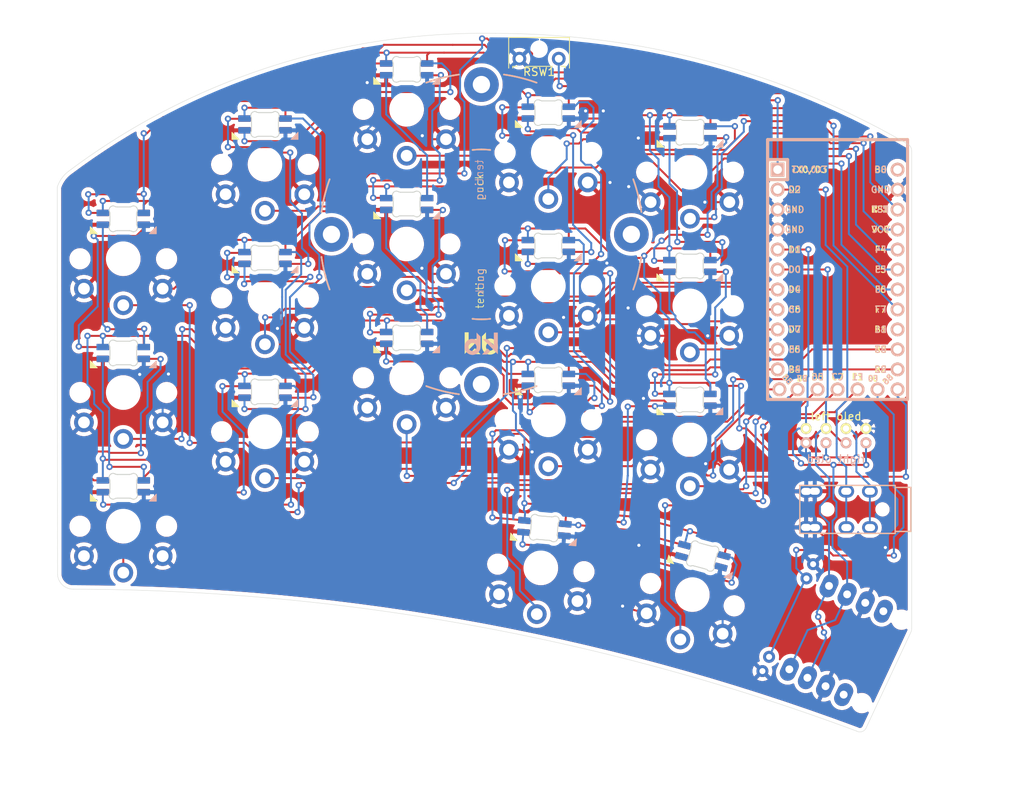
<source format=kicad_pcb>
(kicad_pcb (version 20211014) (generator pcbnew)
  (layers (0 "F.Cu" signal) (31 "B.Cu" signal) (34 "B.Paste" user) (35 "F.Paste" user) (36 "B.SilkS" user "B.Silkscreen") (37 "F.SilkS" user "F.Silkscreen") (38 "B.Mask" user) (39 "F.Mask" user) (44 "Edge.Cuts" user))
  (net 0 "")
  (net 1 "gnd")
  (net 2 "vcc")
  (net 3 "Switch18")
  (net 4 "reset")
  (net 5 "Switch1")
  (net 6 "Switch2")
  (net 7 "Switch3")
  (net 8 "Switch4")
  (net 9 "Switch5")
  (net 10 "Switch6")
  (net 11 "Switch7")
  (net 12 "Switch8")
  (net 13 "Switch9")
  (net 14 "Switch10")
  (net 15 "Switch11")
  (net 16 "Switch12")
  (net 17 "Switch13")
  (net 18 "Switch14")
  (net 19 "Switch15")
  (net 20 "Switch16")
  (net 21 "Switch17")
  (net 22 "raw")
  (net 24 "Net-(D1-Pad2)")
  (net 25 "led")
  (net 26 "Net-(D2-Pad2)")
  (net 27 "data")
  (net 28 "Net-(D16-Pad2)")
  (net 29 "Net-(D3-Pad2)")
  (net 30 "Net-(D17-Pad2)")
  (net 31 "Net-(D4-Pad2)")
  (net 32 "Net-(D5-Pad2)")
  (net 33 "Net-(D6-Pad2)")
  (net 34 "Net-(D10-Pad4)")
  (net 35 "Net-(D11-Pad4)")
  (net 36 "Net-(D12-Pad4)")
  (net 37 "Net-(D10-Pad2)")
  (net 38 "Net-(D11-Pad2)")
  (net 39 "Net-(D12-Pad2)")
  (net 40 "Net-(D13-Pad2)")
  (net 41 "Net-(D14-Pad2)")
  (net 42 "sda")
  (net 43 "scl")
  (net 44 "Net-(D19-Pad2)")
  (net 45 "Net-(D20-Pad2)")
  (net 46 "Net-(D20-Pad4)")
  (net 47 "Net-(D21-Pad2)")
  (net 48 "Net-(D21-Pad4)")
  (net 49 "Net-(D22-Pad2)")
  (net 50 "Net-(D23-Pad2)")
  (net 51 "Net-(D24-Pad2)")
  (net 52 "Net-(D25-Pad2)")
  (net 53 "Net-(D26-Pad2)")
  (net 54 "Net-(D27-Pad2)")
  (net 55 "Net-(D28-Pad2)")
  (net 56 "Net-(D29-Pad2)")
  (net 57 "Net-(D30-Pad2)")
  (net 58 "Net-(D31-Pad2)")
  (net 59 "Net-(D32-Pad2)")
  (footprint "Keebio-Parts:TRRS-PJ-320A" (layer "F.Cu") (at 120.264986 72.847838 -90)
    (fp_text reference "J2")
    (fp_text value "AudioJack4dpb")
  )
  (footprint "Keebio-Parts:SW_Tactile_SPST_Angled_MJTP1117-no-mount" (layer "F.Cu") (at 72.521984 15.540339)
    (fp_text reference "RSW1")
    (fp_text value "SW_Push")
  )
  (footprint "Keebio-Parts:Kailh-PG1350-1u-reversible" (layer "F.Cu") (at 22.196985 40.977839)
    (fp_text reference "SW2")
    (fp_text value "SW_Push" hide)
  )
  (footprint "Keebio-Parts:Kailh-PG1350-1u-reversible" (layer "F.Cu") (at 40.196985 28.977839)
    (fp_text reference "SW3")
    (fp_text value "SW_Push" hide)
  )
  (footprint "Keebio-Parts:Kailh-PG1350-1u-reversible" (layer "F.Cu") (at 58.196984 21.977839)
    (fp_text reference "SW4")
    (fp_text value "SW_Push" hide)
  )
  (footprint "Keebio-Parts:Kailh-PG1350-1u-reversible" (layer "F.Cu") (at 76.196985 27.477839)
    (fp_text reference "SW5")
    (fp_text value "SW_Push" hide)
  )
  (footprint "Keebio-Parts:Kailh-PG1350-1u-reversible" (layer "F.Cu") (at 94.196984 29.977839)
    (fp_text reference "SW6")
    (fp_text value "SW_Push" hide)
  )
  (footprint "Keebio-Parts:Kailh-PG1350-1u-reversible" (layer "F.Cu") (at 22.196985 57.977839)
    (fp_text reference "SW8")
    (fp_text value "SW_Push" hide)
  )
  (footprint "Keebio-Parts:Kailh-PG1350-1u-reversible" (layer "F.Cu") (at 40.196985 45.951839)
    (fp_text reference "SW9")
    (fp_text value "SW_Push" hide)
  )
  (footprint "Keebio-Parts:Kailh-PG1350-1u-reversible" (layer "F.Cu") (at 58.196985 39.093839)
    (fp_text reference "SW10")
    (fp_text value "SW_Push" hide)
  )
  (footprint "Keebio-Parts:Kailh-PG1350-1u-reversible" (layer "F.Cu") (at 76.196985 44.42784)
    (fp_text reference "SW11")
    (fp_text value "SW_Push" hide)
  )
  (footprint "Keebio-Parts:Kailh-PG1350-1u-reversible" (layer "F.Cu") (at 94.176984 46.967839)
    (fp_text reference "SW12")
    (fp_text value "SW_Push" hide)
  )
  (footprint "Keebio-Parts:Kailh-PG1350-1u-reversible" (layer "F.Cu") (at 22.196985 74.977839)
    (fp_text reference "SW14")
    (fp_text value "SW_Push" hide)
  )
  (footprint "Keebio-Parts:Kailh-PG1350-1u-reversible" (layer "F.Cu") (at 40.196985 62.969838)
    (fp_text reference "SW15")
    (fp_text value "SW_Push" hide)
  )
  (footprint "Keebio-Parts:Kailh-PG1350-1u-reversible" (layer "F.Cu") (at 58.196983 56.111838)
    (fp_text reference "SW16")
    (fp_text value "SW_Push" hide)
  )
  (footprint "Keebio-Parts:Kailh-PG1350-1u-reversible" (layer "F.Cu") (at 76.196985 61.44584)
    (fp_text reference "SW17")
    (fp_text value "SW_Push" hide)
  )
  (footprint "Keebio-Parts:Kailh-PG1350-1u-reversible" (layer "F.Cu") (at 94.176985 63.985839)
    (fp_text reference "SW18")
    (fp_text value "SW_Push" hide)
  )
  (footprint "Keebio-Parts:Kailh-PG1350-1u-reversible" (layer "F.Cu") (at 94.496984 83.677838 -15)
    (fp_text reference "SW21")
    (fp_text value "SW_Push" hide)
  )
  (footprint "kbd:Tenting_Puck2" (layer "F.Cu") (at 67.696985 37.877839)
    (fp_text reference "REF**")
    (fp_text value "Tenting Puck")
  )
  (footprint "sweep36:MX_SK6812MINI-E_REV" (layer "F.Cu") (at 75.246985 80.277837 175)
    (fp_text reference "D12" hide)
    (fp_text value "SK6812MINI-E")
    (fp_line (start 1.699999 4.377158) (end 1.699999 5.782842) (layer "Edge.Cuts") (width 0.1))
    (fp_line (start 0.794452 6.579999) (end -0.794453 6.579999) (layer "Edge.Cuts") (width 0.1))
    (fp_line (start -0.794452 3.58) (end 0.794452 3.58) (layer "Edge.Cuts") (width 0.1))
    (fp_line (start -1.699999 5.782842) (end -1.699999 4.377158) (layer "Edge.Cuts") (width 0.1))
    (fp_arc (start -1.046711 6.648298) (mid -0.925124 6.597376) (end -0.794453 6.579999) (layer "Edge.Cuts") (width 0.1))
    (fp_arc (start -1.699999 5.782843) (mid -1.712527 5.894069) (end -1.749484 5.99972) (layer "Edge.Cuts") (width 0.1))
    (fp_arc (start -1.749484 4.160281) (mid -1.638072 3.575966) (end -1.046711 3.511701) (layer "Edge.Cuts") (width 0.1))
    (fp_arc (start 1.046711 3.511703) (mid 1.63807 3.575966) (end 1.749484 4.16028) (layer "Edge.Cuts") (width 0.1))
    (fp_arc (start 0.794453 6.58) (mid 0.925123 6.597377) (end 1.046711 6.648299) (layer "Edge.Cuts") (width 0.1))
    (fp_arc (start 1.749484 5.99972) (mid 1.638071 6.584035) (end 1.046711 6.648299) (layer "Edge.Cuts") (width 0.1))
    (fp_arc (start 1.699999 4.377157) (mid 1.712527 4.265932) (end 1.749484 4.16028) (layer "Edge.Cuts") (width 0.1))
    (fp_arc (start -1.749484 4.16028) (mid -1.712527 4.265932) (end -1.699999 4.377158) (layer "Edge.Cuts") (width 0.1))
    (fp_arc (start -1.046711 6.648298) (mid -1.63807 6.584034) (end -1.749484 5.99972) (layer "Edge.Cuts") (width 0.1))
    (fp_arc (start 1.749484 5.99972) (mid 1.712527 5.894068) (end 1.699999 5.782842) (layer "Edge.Cuts") (width 0.1))
    (fp_arc (start 1.04671 3.511701) (mid 0.925122 3.562623) (end 0.794452 3.58) (layer "Edge.Cuts") (width 0.1))
    (fp_arc (start -0.794452 3.58) (mid -0.925123 3.562623) (end -1.046711 3.511701) (layer "Edge.Cuts") (width 0.1))
  )
  (footprint "sweep36:MX_SK6812MINI-E_REV" (layer "F.Cu") (at 40.196985 28.977839 180)
    (fp_text reference "D16" hide)
    (fp_text value "SK6812MINI-E")
    (fp_line (start 1.699999 4.377158) (end 1.699999 5.782842) (layer "Edge.Cuts") (width 0.1))
    (fp_line (start -1.699999 5.782842) (end -1.699999 4.377158) (layer "Edge.Cuts") (width 0.1))
    (fp_line (start 0.794452 6.579999) (end -0.794453 6.579999) (layer "Edge.Cuts") (width 0.1))
    (fp_line (start -0.794452 3.58) (end 0.794452 3.58) (layer "Edge.Cuts") (width 0.1))
    (fp_arc (start 1.04671 3.511701) (mid 0.925122 3.562623) (end 0.794452 3.58) (layer "Edge.Cuts") (width 0.1))
    (fp_arc (start -1.699999 5.782843) (mid -1.712527 5.894068) (end -1.749484 5.99972) (layer "Edge.Cuts") (width 0.1))
    (fp_arc (start -1.749484 4.160281) (mid -1.638072 3.575965) (end -1.046711 3.511701) (layer "Edge.Cuts") (width 0.1))
    (fp_arc (start -1.046711 6.648298) (mid -0.925123 6.597376) (end -0.794453 6.579999) (layer "Edge.Cuts") (width 0.1))
    (fp_arc (start -1.749484 4.16028) (mid -1.712527 4.265932) (end -1.699999 4.377158) (layer "Edge.Cuts") (width 0.1))
    (fp_arc (start 1.699999 4.377157) (mid 1.712527 4.265932) (end 1.749484 4.16028) (layer "Edge.Cuts") (width 0.1))
    (fp_arc (start 1.749484 5.99972) (mid 1.712527 5.894068) (end 1.699999 5.782842) (layer "Edge.Cuts") (width 0.1))
    (fp_arc (start 1.749484 5.99972) (mid 1.638071 6.584035) (end 1.046711 6.648299) (layer "Edge.Cuts") (width 0.1))
    (fp_arc (start -1.046711 6.648298) (mid -1.63807 6.584034) (end -1.749484 5.99972) (layer "Edge.Cuts") (width 0.1))
    (fp_arc (start -0.794452 3.58) (mid -0.925123 3.562623) (end -1.046711 3.511701) (layer "Edge.Cuts") (width 0.1))
    (fp_arc (start 0.794453 6.58) (mid 0.925123 6.597377) (end 1.046711 6.648299) (layer "Edge.Cuts") (width 0.1))
    (fp_arc (start 1.046711 3.511703) (mid 1.63807 3.575966) (end 1.749484 4.16028) (layer "Edge.Cuts") (width 0.1))
  )
  (footprint "sweep36:MX_SK6812MINI-E_REV" (layer "F.Cu") (at 58.196983 56.111838 180)
    (fp_text reference "D8" hide)
    (fp_text value "SK6812MINI-E")
    (fp_line (start 1.699999 4.377158) (end 1.699999 5.782842) (layer "Edge.Cuts") (width 0.1))
    (fp_line (start -1.699999 5.782842) (end -1.699999 4.377158) (layer "Edge.Cuts") (width 0.1))
    (fp_line (start 0.794452 6.579999) (end -0.794453 6.579999) (layer "Edge.Cuts") (width 0.1))
    (fp_line (start -0.794452 3.58) (end 0.794452 3.58) (layer "Edge.Cuts") (width 0.1))
    (fp_arc (start -1.749484 4.160281) (mid -1.638072 3.575965) (end -1.046711 3.511701) (layer "Edge.Cuts") (width 0.1))
    (fp_arc (start -1.046711 6.648298) (mid -1.63807 6.584034) (end -1.749484 5.99972) (layer "Edge.Cuts") (width 0.1))
    (fp_arc (start 1.04671 3.511701) (mid 0.925122 3.562623) (end 0.794452 3.58) (layer "Edge.Cuts") (width 0.1))
    (fp_arc (start 1.046711 3.511703) (mid 1.63807 3.575966) (end 1.749484 4.16028) (layer "Edge.Cuts") (width 0.1))
    (fp_arc (start 1.699999 4.377157) (mid 1.712527 4.265932) (end 1.749484 4.16028) (layer "Edge.Cuts") (width 0.1))
    (fp_arc (start 1.749484 5.99972) (mid 1.638071 6.584035) (end 1.046711 6.648299) (layer "Edge.Cuts") (width 0.1))
    (fp_arc (start -1.749484 4.16028) (mid -1.712527 4.265932) (end -1.699999 4.377158) (layer "Edge.Cuts") (width 0.1))
    (fp_arc (start 0.794453 6.58) (mid 0.925123 6.597377) (end 1.046711 6.648299) (layer "Edge.Cuts") (width 0.1))
    (fp_arc (start -1.046711 6.648298) (mid -0.925123 6.597376) (end -0.794453 6.579999) (layer "Edge.Cuts") (width 0.1))
    (fp_arc (start -1.699999 5.782843) (mid -1.712527 5.894068) (end -1.749484 5.99972) (layer "Edge.Cuts") (width 0.1))
    (fp_arc (start -0.794452 3.58) (mid -0.925123 3.562623) (end -1.046711 3.511701) (layer "Edge.Cuts") (width 0.1))
    (fp_arc (start 1.749484 5.99972) (mid 1.712527 5.894068) (end 1.699999 5.782842) (layer "Edge.Cuts") (width 0.1))
  )
  (footprint "sweep36:EVQWGD001-no-cutout" (layer "F.Cu") (at 112.866749 89.535344 155)
    (fp_text reference "SW7" hide)
    (fp_text value "EVQWGD001")
  )
  (footprint "sweep36:MX_SK6812MINI-E_REV" (layer "F.Cu") (at 58.196984 21.977839 180)
    (fp_text reference "D2" hide)
    (fp_text value "SK6812MINI-E")
    (fp_line (start 1.699999 4.377158) (end 1.699999 5.782842) (layer "Edge.Cuts") (width 0.1))
    (fp_line (start -1.699999 5.782842) (end -1.699999 4.377158) (layer "Edge.Cuts") (width 0.1))
    (fp_line (start -0.794452 3.58) (end 0.794452 3.58) (layer "Edge.Cuts") (width 0.1))
    (fp_line (start 0.794452 6.579999) (end -0.794453 6.579999) (layer "Edge.Cuts") (width 0.1))
    (fp_arc (start 1.046711 3.511703) (mid 1.63807 3.575966) (end 1.749484 4.16028) (layer "Edge.Cuts") (width 0.1))
    (fp_arc (start -1.046711 6.648298) (mid -1.63807 6.584034) (end -1.749484 5.99972) (layer "Edge.Cuts") (width 0.1))
    (fp_arc (start -1.749484 4.160281) (mid -1.638072 3.575965) (end -1.046711 3.511701) (layer "Edge.Cuts") (width 0.1))
    (fp_arc (start 0.794453 6.58) (mid 0.925123 6.597377) (end 1.046711 6.648299) (layer "Edge.Cuts") (width 0.1))
    (fp_arc (start -0.794452 3.58) (mid -0.925123 3.562623) (end -1.046711 3.511701) (layer "Edge.Cuts") (width 0.1))
    (fp_arc (start -1.046711 6.648298) (mid -0.925123 6.597376) (end -0.794453 6.579999) (layer "Edge.Cuts") (width 0.1))
    (fp_arc (start 1.749484 5.99972) (mid 1.638071 6.584035) (end 1.046711 6.648299) (layer "Edge.Cuts") (width 0.1))
    (fp_arc (start -1.699999 5.782843) (mid -1.712527 5.894068) (end -1.749484 5.99972) (layer "Edge.Cuts") (width 0.1))
    (fp_arc (start 1.699999 4.377157) (mid 1.712527 4.265932) (end 1.749484 4.16028) (layer "Edge.Cuts") (width 0.1))
    (fp_arc (start 1.04671 3.511701) (mid 0.925122 3.562623) (end 0.794452 3.58) (layer "Edge.Cuts") (width 0.1))
    (fp_arc (start -1.749484 4.16028) (mid -1.712527 4.265932) (end -1.699999 4.377158) (layer "Edge.Cuts") (width 0.1))
    (fp_arc (start 1.749484 5.99972) (mid 1.712527 5.894068) (end 1.699999 5.782842) (layer "Edge.Cuts") (width 0.1))
  )
  (footprint "sweep36:MX_SK6812MINI-E_REV" (layer "F.Cu") (at 94.496984 83.677838 165)
    (fp_text reference "D15" hide)
    (fp_text value "SK6812MINI-E")
    (fp_line (start 0.794452 6.579999) (end -0.794453 6.579999) (layer "Edge.Cuts") (width 0.1))
    (fp_line (start -1.699999 5.782842) (end -1.699999 4.377158) (layer "Edge.Cuts") (width 0.1))
    (fp_line (start -0.794452 3.58) (end 0.794452 3.58) (layer "Edge.Cuts") (width 0.1))
    (fp_line (start 1.699999 4.377158) (end 1.699999 5.782842) (layer "Edge.Cuts") (width 0.1))
    (fp_arc (start 1.04671 3.511701) (mid 0.925123 3.562623) (end 0.794452 3.58) (layer "Edge.Cuts") (width 0.1))
    (fp_arc (start 1.699999 4.377157) (mid 1.712527 4.265932) (end 1.749484 4.16028) (layer "Edge.Cuts") (width 0.1))
    (fp_arc (start 1.046711 3.511703) (mid 1.63807 3.575966) (end 1.749484 4.16028) (layer "Edge.Cuts") (width 0.1))
    (fp_arc (start 1.749484 5.99972) (mid 1.638071 6.584035) (end 1.046711 6.648299) (layer "Edge.Cuts") (width 0.1))
    (fp_arc (start -1.699999 5.782843) (mid -1.712527 5.894069) (end -1.749484 5.99972) (layer "Edge.Cuts") (width 0.1))
    (fp_arc (start -0.794452 3.58) (mid -0.925122 3.562623) (end -1.046711 3.511701) (layer "Edge.Cuts") (width 0.1))
    (fp_arc (start 0.794453 6.58) (mid 0.925123 6.597377) (end 1.046711 6.648299) (layer "Edge.Cuts") (width 0.1))
    (fp_arc (start -1.046711 6.648298) (mid -0.925124 6.597376) (end -0.794453 6.579999) (layer "Edge.Cuts") (width 0.1))
    (fp_arc (start -1.046711 6.648298) (mid -1.63807 6.584034) (end -1.749484 5.99972) (layer "Edge.Cuts") (width 0.1))
    (fp_arc (start 1.749484 5.99972) (mid 1.712527 5.894068) (end 1.699999 5.782842) (layer "Edge.Cuts") (width 0.1))
    (fp_arc (start -1.749484 4.160281) (mid -1.638072 3.575965) (end -1.046711 3.511701) (layer "Edge.Cuts") (width 0.1))
    (fp_arc (start -1.749484 4.16028) (mid -1.712527 4.265932) (end -1.699999 4.377158) (layer "Edge.Cuts") (width 0.1))
  )
  (footprint "sweep36:MX_SK6812MINI-E_REV" (layer "F.Cu") (at 76.196985 61.44584 180)
    (fp_text reference "D11" hide)
    (fp_text value "SK6812MINI-E")
    (fp_line (start 1.699999 4.377158) (end 1.699999 5.782842) (layer "Edge.Cuts") (width 0.1))
    (fp_line (start 0.794452 6.579999) (end -0.794453 6.579999) (layer "Edge.Cuts") (width 0.1))
    (fp_line (start -1.699999 5.782842) (end -1.699999 4.377158) (layer "Edge.Cuts") (width 0.1))
    (fp_line (start -0.794452 3.58) (end 0.794452 3.58) (layer "Edge.Cuts") (width 0.1))
    (fp_arc (start 1.04671 3.511701) (mid 0.925122 3.562623) (end 0.794452 3.58) (layer "Edge.Cuts") (width 0.1))
    (fp_arc (start 1.749484 5.99972) (mid 1.712527 5.894068) (end 1.699999 5.782842) (layer "Edge.Cuts") (width 0.1))
    (fp_arc (start -0.794452 3.58) (mid -0.925123 3.562623) (end -1.046711 3.511701) (layer "Edge.Cuts") (width 0.1))
    (fp_arc (start -1.749484 4.16028) (mid -1.712527 4.265932) (end -1.699999 4.377158) (layer "Edge.Cuts") (width 0.1))
    (fp_arc (start -1.699999 5.782843) (mid -1.712527 5.894068) (end -1.749484 5.99972) (layer "Edge.Cuts") (width 0.1))
    (fp_arc (start -1.749484 4.160281) (mid -1.638072 3.575965) (end -1.046711 3.511701) (layer "Edge.Cuts") (width 0.1))
    (fp_arc (start 1.699999 4.377157) (mid 1.712527 4.265932) (end 1.749484 4.16028) (layer "Edge.Cuts") (width 0.1))
    (fp_arc (start 1.046711 3.511703) (mid 1.63807 3.575966) (end 1.749484 4.16028) (layer "Edge.Cuts") (width 0.1))
    (fp_arc (start -1.046711 6.648298) (mid -0.925123 6.597376) (end -0.794453 6.579999) (layer "Edge.Cuts") (width 0.1))
    (fp_arc (start 1.749484 5.99972) (mid 1.638071 6.584035) (end 1.046711 6.648299) (layer "Edge.Cuts") (width 0.1))
    (fp_arc (start -1.046711 6.648298) (mid -1.63807 6.584034) (end -1.749484 5.99972) (layer "Edge.Cuts") (width 0.1))
    (fp_arc (start 0.794453 6.58) (mid 0.925123 6.597377) (end 1.046711 6.648299) (layer "Edge.Cuts") (width 0.1))
  )
  (footprint "Keebio-Parts:Elite-C" (layer "F.Cu") (at 112.946984 43.614589 -90)
    (fp_text reference "U2" hide)
    (fp_text value "Elite-C" hide)
  )
  (footprint "sweep36:MX_SK6812MINI-E_REV" (layer "F.Cu") (at 76.196985 44.42784 180)
    (fp_text reference "D14" hide)
    (fp_text value "SK6812MINI-E")
    (fp_line (start -0.794452 3.58) (end 0.794452 3.58) (layer "Edge.Cuts") (width 0.1))
    (fp_line (start 1.699999 4.377158) (end 1.699999 5.782842) (layer "Edge.Cuts") (width 0.1))
    (fp_line (start -1.699999 5.782842) (end -1.699999 4.377158) (layer "Edge.Cuts") (width 0.1))
    (fp_line (start 0.794452 6.579999) (end -0.794453 6.579999) (layer "Edge.Cuts") (width 0.1))
    (fp_arc (start -1.046711 6.648298) (mid -0.925123 6.597376) (end -0.794453 6.579999) (layer "Edge.Cuts") (width 0.1))
    (fp_arc (start 1.699999 4.377157) (mid 1.712527 4.265932) (end 1.749484 4.16028) (layer "Edge.Cuts") (width 0.1))
    (fp_arc (start 1.046711 3.511703) (mid 1.63807 3.575966) (end 1.749484 4.16028) (layer "Edge.Cuts") (width 0.1))
    (fp_arc (start 0.794453 6.58) (mid 0.925123 6.597377) (end 1.046711 6.648299) (layer "Edge.Cuts") (width 0.1))
    (fp_arc (start 1.749484 5.99972) (mid 1.712527 5.894068) (end 1.699999 5.782842) (layer "Edge.Cuts") (width 0.1))
    (fp_arc (start -1.749484 4.160281) (mid -1.638072 3.575965) (end -1.046711 3.511701) (layer "Edge.Cuts") (width 0.1))
    (fp_arc (start -0.794452 3.58) (mid -0.925123 3.562623) (end -1.046711 3.511701) (layer "Edge.Cuts") (width 0.1))
    (fp_arc (start 1.749484 5.99972) (mid 1.638071 6.584035) (end 1.046711 6.648299) (layer "Edge.Cuts") (width 0.1))
    (fp_arc (start 1.04671 3.511701) (mid 0.925122 3.562623) (end 0.794452 3.58) (layer "Edge.Cuts") (width 0.1))
    (fp_arc (start -1.699999 5.782843) (mid -1.712527 5.894068) (end -1.749484 5.99972) (layer "Edge.Cuts") (width 0.1))
    (fp_arc (start -1.046711 6.648298) (mid -1.63807 6.584034) (end -1.749484 5.99972) (layer "Edge.Cuts") (width 0.1))
    (fp_arc (start -1.749484 4.16028) (mid -1.712527 4.265932) (end -1.699999 4.377158) (layer "Edge.Cuts") (width 0.1))
  )
  (footprint "sweep36:MX_SK6812MINI-E_REV" (layer "F.Cu") (at 40.196985 62.969838 180)
    (fp_text reference "D10" hide)
    (fp_text value "SK6812MINI-E")
    (fp_line (start 0.794452 6.579999) (end -0.794453 6.579999) (layer "Edge.Cuts") (width 0.1))
    (fp_line (start -0.794452 3.58) (end 0.794452 3.58) (layer "Edge.Cuts") (width 0.1))
    (fp_line (start 1.699999 4.377158) (end 1.699999 5.782842) (layer "Edge.Cuts") (width 0.1))
    (fp_line (start -1.699999 5.782842) (end -1.699999 4.377158) (layer "Edge.Cuts") (width 0.1))
    (fp_arc (start -1.699999 5.782843) (mid -1.712527 5.894068) (end -1.749484 5.99972) (layer "Edge.Cuts") (width 0.1))
    (fp_arc (start -1.749484 4.160281) (mid -1.638072 3.575965) (end -1.046711 3.511701) (layer "Edge.Cuts") (width 0.1))
    (fp_arc (start -0.794452 3.58) (mid -0.925123 3.562623) (end -1.046711 3.511701) (layer "Edge.Cuts") (width 0.1))
    (fp_arc (start -1.046711 6.648298) (mid -0.925123 6.597376) (end -0.794453 6.579999) (layer "Edge.Cuts") (width 0.1))
    (fp_arc (start 1.04671 3.511701) (mid 0.925122 3.562623) (end 0.794452 3.58) (layer "Edge.Cuts") (width 0.1))
    (fp_arc (start 1.046711 3.511703) (mid 1.63807 3.575966) (end 1.749484 4.16028) (layer "Edge.Cuts") (width 0.1))
    (fp_arc (start -1.749484 4.16028) (mid -1.712527 4.265932) (end -1.699999 4.377158) (layer "Edge.Cuts") (width 0.1))
    (fp_arc (start 1.749484 5.99972) (mid 1.638071 6.584035) (end 1.046711 6.648299) (layer "Edge.Cuts") (width 0.1))
    (fp_arc (start 1.699999 4.377157) (mid 1.712527 4.265932) (end 1.749484 4.16028) (layer "Edge.Cuts") (width 0.1))
    (fp_arc (start 0.794453 6.58) (mid 0.925123 6.597377) (end 1.046711 6.648299) (layer "Edge.Cuts") (width 0.1))
    (fp_arc (start 1.749484 5.99972) (mid 1.712527 5.894068) (end 1.699999 5.782842) (layer "Edge.Cuts") (width 0.1))
    (fp_arc (start -1.046711 6.648298) (mid -1.63807 6.584034) (end -1.749484 5.99972) (layer "Edge.Cuts") (width 0.1))
  )
  (footprint "sweep36:MX_SK6812MINI-E_REV" (layer "F.Cu") (at 22.196985 40.977839 180)
    (fp_text reference "D1" hide)
    (fp_text value "SK6812MINI-E")
    (fp_line (start 1.699999 4.377158) (end 1.699999 5.782842) (layer "Edge.Cuts") (width 0.1))
    (fp_line (start -1.699999 5.782842) (end -1.699999 4.377158) (layer "Edge.Cuts") (width 0.1))
    (fp_line (start -0.794452 3.58) (end 0.794452 3.58) (layer "Edge.Cuts") (width 0.1))
    (fp_line (start 0.794452 6.579999) (end -0.794453 6.579999) (layer "Edge.Cuts") (width 0.1))
    (fp_arc (start 1.749484 5.99972) (mid 1.638071 6.584035) (end 1.046711 6.648299) (layer "Edge.Cuts") (width 0.1))
    (fp_arc (start -1.046711 6.648298) (mid -0.925123 6.597376) (end -0.794453 6.579999) (layer "Edge.Cuts") (width 0.1))
    (fp_arc (start 1.04671 3.511701) (mid 0.925122 3.562623) (end 0.794452 3.58) (layer "Edge.Cuts") (width 0.1))
    (fp_arc (start -0.794452 3.58) (mid -0.925123 3.562623) (end -1.046711 3.511701) (layer "Edge.Cuts") (width 0.1))
    (fp_arc (start -1.749484 4.16028) (mid -1.712527 4.265932) (end -1.699999 4.377158) (layer "Edge.Cuts") (width 0.1))
    (fp_arc (start -1.046711 6.648298) (mid -1.63807 6.584034) (end -1.749484 5.99972) (layer "Edge.Cuts") (width 0.1))
    (fp_arc (start 1.046711 3.511703) (mid 1.63807 3.575966) (end 1.749484 4.16028) (layer "Edge.Cuts") (width 0.1))
    (fp_arc (start -1.749484 4.160281) (mid -1.638072 3.575965) (end -1.046711 3.511701) (layer "Edge.Cuts") (width 0.1))
    (fp_arc (start -1.699999 5.782843) (mid -1.712527 5.894068) (end -1.749484 5.99972) (layer "Edge.Cuts") (width 0.1))
    (fp_arc (start 0.794453 6.58) (mid 0.925123 6.597377) (end 1.046711 6.648299) (layer "Edge.Cuts") (width 0.1))
    (fp_arc (start 1.749484 5.99972) (mid 1.712527 5.894068) (end 1.699999 5.782842) (layer "Edge.Cuts") (width 0.1))
    (fp_arc (start 1.699999 4.377157) (mid 1.712527 4.265932) (end 1.749484 4.16028) (layer "Edge.Cuts") (width 0.1))
  )
  (footprint "sweep36:MX_SK6812MINI-E_REV" (layer "F.Cu") (at 94.176985 63.985839 180)
    (fp_text reference "D9" hide)
    (fp_text value "SK6812MINI-E")
    (fp_line (start 0.794452 6.579999) (end -0.794453 6.579999) (layer "Edge.Cuts") (width 0.1))
    (fp_line (start 1.699999 4.377158) (end 1.699999 5.782842) (layer "Edge.Cuts") (width 0.1))
    (fp_line (start -0.794452 3.58) (end 0.794452 3.58) (layer "Edge.Cuts") (width 0.1))
    (fp_line (start -1.699999 5.782842) (end -1.699999 4.377158) (layer "Edge.Cuts") (width 0.1))
    (fp_arc (start 1.749484 5.99972) (mid 1.638071 6.584035) (end 1.046711 6.648299) (layer "Edge.Cuts") (width 0.1))
    (fp_arc (start -1.749484 4.16028) (mid -1.712527 4.265932) (end -1.699999 4.377158) (layer "Edge.Cuts") (width 0.1))
    (fp_arc (start 1.699999 4.377157) (mid 1.712527 4.265932) (end 1.749484 4.16028) (layer "Edge.Cuts") (width 0.1))
    (fp_arc (start -0.794452 3.58) (mid -0.925123 3.562623) (end -1.046711 3.511701) (layer "Edge.Cuts") (width 0.1))
    (fp_arc (start -1.046711 6.648298) (mid -1.63807 6.584034) (end -1.749484 5.99972) (layer "Edge.Cuts") (width 0.1))
    (fp_arc (start 1.046711 3.511703) (mid 1.63807 3.575966) (end 1.749484 4.16028) (layer "Edge.Cuts") (width 0.1))
    (fp_arc (start 1.04671 3.511701) (mid 0.925122 3.562623) (end 0.794452 3.58) (layer "Edge.Cuts") (width 0.1))
    (fp_arc (start -1.046711 6.648298) (mid -0.925123 6.597376) (end -0.794453 6.579999) (layer "Edge.Cuts") (width 0.1))
    (fp_arc (start 0.794453 6.58) (mid 0.925123 6.597377) (end 1.046711 6.648299) (layer "Edge.Cuts") (width 0.1))
    (fp_arc (start 1.749484 5.99972) (mid 1.712527 5.894068) (end 1.699999 5.782842) (layer "Edge.Cuts") (width 0.1))
    (fp_arc (start -1.699999 5.782843) (mid -1.712527 5.894068) (end -1.749484 5.99972) (layer "Edge.Cuts") (width 0.1))
    (fp_arc (start -1.749484 4.160281) (mid -1.638072 3.575965) (end -1.046711 3.511701) (layer "Edge.Cuts") (width 0.1))
  )
  (footprint "sweep36:MX_SK6812MINI-E_REV" (layer "F.Cu") (at 76.196985 27.477839 180)
    (fp_text reference "D17" hide)
    (fp_text value "SK6812MINI-E")
    (fp_line (start 1.699999 4.377158) (end 1.699999 5.782842) (layer "Edge.Cuts") (width 0.1))
    (fp_line (start -1.699999 5.782842) (end -1.699999 4.377158) (layer "Edge.Cuts") (width 0.1))
    (fp_line (start -0.794452 3.58) (end 0.794452 3.58) (layer "Edge.Cuts") (width 0.1))
    (fp_line (start 0.794452 6.579999) (end -0.794453 6.579999) (layer "Edge.Cuts") (width 0.1))
    (fp_arc (start 1.749484 5.99972) (mid 1.638071 6.584035) (end 1.046711 6.648299) (layer "Edge.Cuts") (width 0.1))
    (fp_arc (start 1.749484 5.99972) (mid 1.712527 5.894068) (end 1.699999 5.782842) (layer "Edge.Cuts") (width 0.1))
    (fp_arc (start 0.794453 6.58) (mid 0.925123 6.597377) (end 1.046711 6.648299) (layer "Edge.Cuts") (width 0.1))
    (fp_arc (start 1.046711 3.511703) (mid 1.63807 3.575966) (end 1.749484 4.16028) (layer "Edge.Cuts") (width 0.1))
    (fp_arc (start -1.699999 5.782843) (mid -1.712527 5.894068) (end -1.749484 5.99972) (layer "Edge.Cuts") (width 0.1))
    (fp_arc (start -1.749484 4.160281) (mid -1.638072 3.575965) (end -1.046711 3.511701) (layer "Edge.Cuts") (width 0.1))
    (fp_arc (start -0.794452 3.58) (mid -0.925123 3.562623) (end -1.046711 3.511701) (layer "Edge.Cuts") (width 0.1))
    (fp_arc (start 1.04671 3.511701) (mid 0.925122 3.562623) (end 0.794452 3.58) (layer "Edge.Cuts") (width 0.1))
    (fp_arc (start -1.749484 4.16028) (mid -1.712527 4.265932) (end -1.699999 4.377158) (layer "Edge.Cuts") (width 0.1))
    (fp_arc (start -1.046711 6.648298) (mid -0.925123 6.597376) (end -0.794453 6.579999) (layer "Edge.Cuts") (width 0.1))
    (fp_arc (start -1.046711 6.648298) (mid -1.63807 6.584034) (end -1.749484 5.99972) (layer "Edge.Cuts") (width 0.1))
    (fp_arc (start 1.699999 4.377157) (mid 1.712527 4.265932) (end 1.749484 4.16028) (layer "Edge.Cuts") (width 0.1))
  )
  (footprint "sweep36:MX_SK6812MINI-E_REV" (layer "F.Cu") (at 22.196984 58.027839 180)
    (fp_text reference "D4" hide)
    (fp_text value "SK6812MINI-E")
    (fp_line (start 1.699999 4.377158) (end 1.699999 5.782842) (layer "Edge.Cuts") (width 0.1))
    (fp_line (start -0.794452 3.58) (end 0.794452 3.58) (layer "Edge.Cuts") (width 0.1))
    (fp_line (start 0.794452 6.579999) (end -0.794453 6.579999) (layer "Edge.Cuts") (width 0.1))
    (fp_line (start -1.699999 5.782842) (end -1.699999 4.377158) (layer "Edge.Cuts") (width 0.1))
    (fp_arc (start -0.794452 3.58) (mid -0.925123 3.562623) (end -1.046711 3.511701) (layer "Edge.Cuts") (width 0.1))
    (fp_arc (start 0.794453 6.58) (mid 0.925123 6.597377) (end 1.046711 6.648299) (layer "Edge.Cuts") (width 0.1))
    (fp_arc (start -1.749484 4.160281) (mid -1.638072 3.575965) (end -1.046711 3.511701) (layer "Edge.Cuts") (width 0.1))
    (fp_arc (start -1.699999 5.782843) (mid -1.712527 5.894068) (end -1.749484 5.99972) (layer "Edge.Cuts") (width 0.1))
    (fp_arc (start 1.749484 5.99972) (mid 1.638071 6.584035) (end 1.046711 6.648299) (layer "Edge.Cuts") (width 0.1))
    (fp_arc (start -1.046711 6.648298) (mid -1.63807 6.584034) (end -1.749484 5.99972) (layer "Edge.Cuts") (width 0.1))
    (fp_arc (start 1.04671 3.511701) (mid 0.925122 3.562623) (end 0.794452 3.58) (layer "Edge.Cuts") (width 0.1))
    (fp_arc (start 1.046711 3.511703) (mid 1.63807 3.575966) (end 1.749484 4.16028) (layer "Edge.Cuts") (width 0.1))
    (fp_arc (start -1.046711 6.648298) (mid -0.925123 6.597376) (end -0.794453 6.579999) (layer "Edge.Cuts") (width 0.1))
    (fp_arc (start 1.749484 5.99972) (mid 1.712527 5.894068) (end 1.699999 5.782842) (layer "Edge.Cuts") (width 0.1))
    (fp_arc (start 1.699999 4.377157) (mid 1.712527 4.265932) (end 1.749484 4.16028) (layer "Edge.Cuts") (width 0.1))
    (fp_arc (start -1.749484 4.16028) (mid -1.712527 4.265932) (end -1.699999 4.377158) (layer "Edge.Cuts") (width 0.1))
  )
  (footprint "sweep36:MX_SK6812MINI-E_REV" (layer "F.Cu") (at 94.196984 29.977839 180)
    (fp_text reference "D3" hide)
    (fp_text value "SK6812MINI-E")
    (fp_line (start 0.794452 6.579999) (end -0.794453 6.579999) (layer "Edge.Cuts") (width 0.1))
    (fp_line (start -1.699999 5.782842) (end -1.699999 4.377158) (layer "Edge.Cuts") (width 0.1))
    (fp_line (start -0.794452 3.58) (end 0.794452 3.58) (layer "Edge.Cuts") (width 0.1))
    (fp_line (start 1.699999 4.377158) (end 1.699999 5.782842) (layer "Edge.Cuts") (width 0.1))
    (fp_arc (start 1.749484 5.99972) (mid 1.712527 5.894068) (end 1.699999 5.782842) (layer "Edge.Cuts") (width 0.1))
    (fp_arc (start 1.046711 3.511703) (mid 1.63807 3.575966) (end 1.749484 4.16028) (layer "Edge.Cuts") (width 0.1))
    (fp_arc (start 0.794453 6.58) (mid 0.925123 6.597377) (end 1.046711 6.648299) (layer "Edge.Cuts") (width 0.1))
    (fp_arc (start -0.794452 3.58) (mid -0.925123 3.562623) (end -1.046711 3.511701) (layer "Edge.Cuts") (width 0.1))
    (fp_arc (start -1.046711 6.648298) (mid -0.925123 6.597376) (end -0.794453 6.579999) (layer "Edge.Cuts") (width 0.1))
    (fp_arc (start -1.749484 4.16028) (mid -1.712527 4.265932) (end -1.699999 4.377158) (layer "Edge.Cuts") (width 0.1))
    (fp_arc (start 1.749484 5.99972) (mid 1.638071 6.584035) (end 1.046711 6.648299) (layer "Edge.Cuts") (width 0.1))
    (fp_arc (start -1.046711 6.648298) (mid -1.63807 6.584034) (end -1.749484 5.99972) (layer "Edge.Cuts") (width 0.1))
    (fp_arc (start -1.749484 4.160281) (mid -1.638072 3.575965) (end -1.046711 3.511701) (layer "Edge.Cuts") (width 0.1))
    (fp_arc (start -1.699999 5.782843) (mid -1.712527 5.894068) (end -1.749484 5.99972) (layer "Edge.Cuts") (width 0.1))
    (fp_arc (start 1.699999 4.377157) (mid 1.712527 4.265932) (end 1.749484 4.16028) (layer "Edge.Cuts") (width 0.1))
    (fp_arc (start 1.04671 3.511701) (mid 0.925122 3.562623) (end 0.794452 3.58) (layer "Edge.Cuts") (width 0.1))
  )
  (footprint "sweep36:MX_SK6812MINI-E_REV" (layer "F.Cu") (at 22.196985 74.977839 180)
    (fp_text reference "D7" hide)
    (fp_text value "SK6812MINI-E")
    (fp_line (start 0.794452 6.579999) (end -0.794453 6.579999) (layer "Edge.Cuts") (width 0.1))
    (fp_line (start -1.699999 5.782842) (end -1.699999 4.377158) (layer "Edge.Cuts") (width 0.1))
    (fp_line (start -0.794452 3.58) (end 0.794452 3.58) (layer "Edge.Cuts") (width 0.1))
    (fp_line (start 1.699999 4.377158) (end 1.699999 5.782842) (layer "Edge.Cuts") (width 0.1))
    (fp_arc (start -1.749484 4.160281) (mid -1.638072 3.575965) (end -1.046711 3.511701) (layer "Edge.Cuts") (width 0.1))
    (fp_arc (start 1.04671 3.511701) (mid 0.925122 3.562623) (end 0.794452 3.58) (layer "Edge.Cuts") (width 0.1))
    (fp_arc (start 1.749484 5.99972) (mid 1.712527 5.894068) (end 1.699999 5.782842) (layer "Edge.Cuts") (width 0.1))
    (fp_arc (start -1.699999 5.782843) (mid -1.712527 5.894068) (end -1.749484 5.99972) (layer "Edge.Cuts") (width 0.1))
    (fp_arc (start 1.046711 3.511703) (mid 1.63807 3.575966) (end 1.749484 4.16028) (layer "Edge.Cuts") (width 0.1))
    (fp_arc (start 0.794453 6.58) (mid 0.925123 6.597377) (end 1.046711 6.648299) (layer "Edge.Cuts") (width 0.1))
    (fp_arc (start 1.749484 5.99972) (mid 1.638071 6.584035) (end 1.046711 6.648299) (layer "Edge.Cuts") (width 0.1))
    (fp_arc (start -1.046711 6.648298) (mid -1.63807 6.584034) (end -1.749484 5.99972) (layer "Edge.Cuts") (width 0.1))
    (fp_arc (start 1.699999 4.377157) (mid 1.712527 4.265932) (end 1.749484 4.16028) (layer "Edge.Cuts") (width 0.1))
    (fp_arc (start -0.794452 3.58) (mid -0.925123 3.562623) (end -1.046711 3.511701) (layer "Edge.Cuts") (width 0.1))
    (fp_arc (start -1.749484 4.16028) (mid -1.712527 4.265932) (end -1.699999 4.377158) (layer "Edge.Cuts") (width 0.1))
    (fp_arc (start -1.046711 6.648298) (mid -0.925123 6.597376) (end -0.794453 6.579999) (layer "Edge.Cuts") (width 0.1))
  )
  (footprint "sweep36:OLED_v2" (layer "F.Cu") (at 112.746984 62.557839)
    (fp_text reference "OL1")
    (fp_text value "OLED" hide)
  )
  (footprint "Keebio-Parts:Kailh-PG1350-1u-reversible" (layer "F.Cu") (at 75.246985 80.277837 -5)
    (fp_text reference "SW1")
    (fp_text value "SW_Push" hide)
  )
  (footprint "sweep36:MX_SK6812MINI-E_REV" (layer "F.Cu") (at 58.196985 39.093839 180)
    (fp_text reference "D5" hide)
    (fp_text value "SK6812MINI-E")
    (fp_line (start 1.699999 4.377158) (end 1.699999 5.782842) (layer "Edge.Cuts") (width 0.1))
    (fp_line (start -1.699999 5.782842) (end -1.699999 4.377158) (layer "Edge.Cuts") (width 0.1))
    (fp_line (start -0.794452 3.58) (end 0.794452 3.58) (layer "Edge.Cuts") (width 0.1))
    (fp_line (start 0.794452 6.579999) (end -0.794453 6.579999) (layer "Edge.Cuts") (width 0.1))
    (fp_arc (start 1.749484 5.99972) (mid 1.712527 5.894068) (end 1.699999 5.782842) (layer "Edge.Cuts") (width 0.1))
    (fp_arc (start -1.046711 6.648298) (mid -0.925123 6.597376) (end -0.794453 6.579999) (layer "Edge.Cuts") (width 0.1))
    (fp_arc (start 0.794453 6.58) (mid 0.925123 6.597377) (end 1.046711 6.648299) (layer "Edge.Cuts") (width 0.1))
    (fp_arc (start -1.749484 4.160281) (mid -1.638072 3.575965) (end -1.046711 3.511701) (layer "Edge.Cuts") (width 0.1))
    (fp_arc (start 1.699999 4.377157) (mid 1.712527 4.265932) (end 1.749484 4.16028) (layer "Edge.Cuts") (width 0.1))
    (fp_arc (start 1.04671 3.511701) (mid 0.925122 3.562623) (end 0.794452 3.58) (layer "Edge.Cuts") (width 0.1))
    (fp_arc (start -0.794452 3.58) (mid -0.925123 3.562623) (end -1.046711 3.511701) (layer "Edge.Cuts") (width 0.1))
    (fp_arc (start -1.699999 5.782843) (mid -1.712527 5.894068) (end -1.749484 5.99972) (layer "Edge.Cuts") (width 0.1))
    (fp_arc (start -1.749484 4.16028) (mid -1.712527 4.265932) (end -1.699999 4.377158) (layer "Edge.Cuts") (width 0.1))
    (fp_arc (start 1.046711 3.511703) (mid 1.63807 3.575966) (end 1.749484 4.16028) (layer "Edge.Cuts") (width 0.1))
    (fp_arc (start -1.046711 6.648298) (mid -1.63807 6.584034) (end -1.749484 5.99972) (layer "Edge.Cuts") (width 0.1))
    (fp_arc (start 1.749484 5.99972) (mid 1.638071 6.584035) (end 1.046711 6.648299) (layer "Edge.Cuts") (width 0.1))
  )
  (footprint "sweep36:MX_SK6812MINI-E_REV" (layer "F.Cu") (at 94.176984 46.967839 180)
    (fp_text reference "D6" hide)
    (fp_text value "SK6812MINI-E")
    (fp_line (start -1.699999 5.782842) (end -1.699999 4.377158) (layer "Edge.Cuts") (width 0.1))
    (fp_line (start -0.794452 3.58) (end 0.794452 3.58) (layer "Edge.Cuts") (width 0.1))
    (fp_line (start 1.699999 4.377158) (end 1.699999 5.782842) (layer "Edge.Cuts") (width 0.1))
    (fp_line (start 0.794452 6.579999) (end -0.794453 6.579999) (layer "Edge.Cuts") (width 0.1))
    (fp_arc (start -0.794452 3.58) (mid -0.925123 3.562623) (end -1.046711 3.511701) (layer "Edge.Cuts") (width 0.1))
    (fp_arc (start 1.046711 3.511703) (mid 1.63807 3.575966) (end 1.749484 4.16028) (layer "Edge.Cuts") (width 0.1))
    (fp_arc (start -1.699999 5.782843) (mid -1.712527 5.894068) (end -1.749484 5.99972) (layer "Edge.Cuts") (width 0.1))
    (fp_arc (start 1.04671 3.511701) (mid 0.925122 3.562623) (end 0.794452 3.58) (layer "Edge.Cuts") (width 0.1))
    (fp_arc (start -1.046711 6.648298) (mid -1.63807 6.584034) (end -1.749484 5.99972) (layer "Edge.Cuts") (width 0.1))
    (fp_arc (start -1.749484 4.16028) (mid -1.712527 4.265932) (end -1.699999 4.377158) (layer "Edge.Cuts") (width 0.1))
    (fp_arc (start 1.749484 5.99972) (mid 1.712527 5.894068) (end 1.699999 5.782842) (layer "Edge.Cuts") (width 0.1))
    (fp_arc (start 0.794453 6.58) (mid 0.925123 6.597377) (end 1.046711 6.648299) (layer "Edge.Cuts") (width 0.1))
    (fp_arc (start 1.699999 4.377157) (mid 1.712527 4.265932) (end 1.749484 4.16028) (layer "Edge.Cuts") (width 0.1))
    (fp_arc (start -1.046711 6.648298) (mid -0.925123 6.597376) (end -0.794453 6.579999) (layer "Edge.Cuts") (width 0.1))
    (fp_arc (start 1.749484 5.99972) (mid 1.638071 6.584035) (end 1.046711 6.648299) (layer "Edge.Cuts") (width 0.1))
    (fp_arc (start -1.749484 4.160281) (mid -1.638072 3.575965) (end -1.046711 3.511701) (layer "Edge.Cuts") (width 0.1))
  )
  (footprint "sweep36:MX_SK6812MINI-E_REV" (layer "F.Cu") (at 40.196985 45.951839 180)
    (fp_text reference "D13" hide)
    (fp_text value "SK6812MINI-E")
    (fp_line (start -1.699999 5.782842) (end -1.699999 4.377158) (layer "Edge.Cuts") (width 0.1))
    (fp_line (start -0.794452 3.58) (end 0.794452 3.58) (layer "Edge.Cuts") (width 0.1))
    (fp_line (start 1.699999 4.377158) (end 1.699999 5.782842) (layer "Edge.Cuts") (width 0.1))
    (fp_line (start 0.794452 6.579999) (end -0.794453 6.579999) (layer "Edge.Cuts") (width 0.1))
    (fp_arc (start -1.046711 6.648298) (mid -1.63807 6.584034) (end -1.749484 5.99972) (layer "Edge.Cuts") (width 0.1))
    (fp_arc (start -1.749484 4.160281) (mid -1.638072 3.575965) (end -1.046711 3.511701) (layer "Edge.Cuts") (width 0.1))
    (fp_arc (start -1.046711 6.648298) (mid -0.925123 6.597376) (end -0.794453 6.579999) (layer "Edge.Cuts") (width 0.1))
    (fp_arc (start 1.699999 4.377157) (mid 1.712527 4.265932) (end 1.749484 4.16028) (layer "Edge.Cuts") (width 0.1))
    (fp_arc (start 1.749484 5.99972) (mid 1.638071 6.584035) (end 1.046711 6.648299) (layer "Edge.Cuts") (width 0.1))
    (fp_arc (start -1.749484 4.16028) (mid -1.712527 4.265932) (end -1.699999 4.377158) (layer "Edge.Cuts") (width 0.1))
    (fp_arc (start -0.794452 3.58) (mid -0.925123 3.562623) (end -1.046711 3.511701) (layer "Edge.Cuts") (width 0.1))
    (fp_arc (start 1.046711 3.511703) (mid 1.63807 3.575966) (end 1.749484 4.16028) (layer "Edge.Cuts") (width 0.1))
    (fp_arc (start 0.794453 6.58) (mid 0.925123 6.597377) (end 1.046711 6.648299) (layer "Edge.Cuts") (width 0.1))
    (fp_arc (start -1.699999 5.782843) (mid -1.712527 5.894068) (end -1.749484 5.99972) (layer "Edge.Cuts") (width 0.1))
    (fp_arc (start 1.749484 5.99972) (mid 1.712527 5.894068) (end 1.699999 5.782842) (layer "Edge.Cuts") (width 0.1))
    (fp_arc (start 1.04671 3.511701) (mid 0.925122 3.562623) (end 0.794452 3.58) (layer "Edge.Cuts") (width 0.1))
  )
  (footprint "sweep36:MX_SK6812MINI-E_REV" (layer "B.Cu") (at 40.196985 28.977839)
    (fp_text reference "D34" hide)
    (fp_text value "SK6812MINI-E")
    (fp_line (start -0.794452 -3.58) (end 0.794452 -3.58) (layer "Edge.Cuts") (width 0.1))
    (fp_line (start 0.794452 -6.579999) (end -0.794453 -6.579999) (layer "Edge.Cuts") (width 0.1))
    (fp_line (start -1.699999 -5.782842) (end -1.699999 -4.377158) (layer "Edge.Cuts") (width 0.1))
    (fp_line (start 1.699999 -4.377158) (end 1.699999 -5.782842) (layer "Edge.Cuts") (width 0.1))
    (fp_arc (start 1.699999 -5.782842) (mid 1.712527 -5.894068) (end 1.749484 -5.99972) (layer "Edge.Cuts") (width 0.1))
    (fp_arc (start 1.749484 -4.16028) (mid 1.712527 -4.265932) (end 1.699999 -4.377157) (layer "Edge.Cuts") (width 0.1))
    (fp_arc (start 1.046711 -6.648299) (mid 0.925123 -6.597376) (end 0.794453 -6.58) (layer "Edge.Cuts") (width 0.1))
    (fp_arc (start 1.046711 -6.648299) (mid 1.638071 -6.584035) (end 1.749484 -5.99972) (layer "Edge.Cuts") (width 0.1))
    (fp_arc (start -1.699999 -4.377158) (mid -1.712527 -4.265932) (end -1.749484 -4.16028) (layer "Edge.Cuts") (width 0.1))
    (fp_arc (start -1.749484 -5.99972) (mid -1.63807 -6.584034) (end -1.046711 -6.648298) (layer "Edge.Cuts") (width 0.1))
    (fp_arc (start -0.794453 -6.579999) (mid -0.925123 -6.597376) (end -1.046711 -6.648298) (layer "Edge.Cuts") (width 0.1))
    (fp_arc (start -1.749484 -5.99972) (mid -1.712527 -5.894068) (end -1.699999 -5.782843) (layer "Edge.Cuts") (width 0.1))
    (fp_arc (start 0.794452 -3.58) (mid 0.925122 -3.562623) (end 1.04671 -3.511701) (layer "Edge.Cuts") (width 0.1))
    (fp_arc (start 1.749484 -4.16028) (mid 1.63807 -3.575966) (end 1.046711 -3.511703) (layer "Edge.Cuts") (width 0.1))
    (fp_arc (start -1.046711 -3.511701) (mid -1.638072 -3.575966) (end -1.749484 -4.160281) (layer "Edge.Cuts") (width 0.1))
    (fp_arc (start -1.046711 -3.511701) (mid -0.925123 -3.562624) (end -0.794452 -3.58) (layer "Edge.Cuts") (width 0.1))
  )
  (footprint "sweep36:MX_SK6812MINI-E_REV" (layer "B.Cu") (at 58.196983 56.111838)
    (fp_text reference "D26" hide)
    (fp_text value "SK6812MINI-E")
    (fp_line (start 1.699999 -4.377158) (end 1.699999 -5.782842) (layer "Edge.Cuts") (width 0.1))
    (fp_line (start -1.699999 -5.782842) (end -1.699999 -4.377158) (layer "Edge.Cuts") (width 0.1))
    (fp_line (start -0.794452 -3.58) (end 0.794452 -3.58) (layer "Edge.Cuts") (width 0.1))
    (fp_line (start 0.794452 -6.579999) (end -0.794453 -6.579999) (layer "Edge.Cuts") (width 0.1))
    (fp_arc (start 1.749484 -4.16028) (mid 1.63807 -3.575966) (end 1.046711 -3.511703) (layer "Edge.Cuts") (width 0.1))
    (fp_arc (start 1.046711 -6.648299) (mid 1.638071 -6.584035) (end 1.749484 -5.99972) (layer "Edge.Cuts") (width 0.1))
    (fp_arc (start -1.699999 -4.377158) (mid -1.712527 -4.265932) (end -1.749484 -4.16028) (layer "Edge.Cuts") (width 0.1))
    (fp_arc (start -0.794453 -6.579999) (mid -0.925123 -6.597376) (end -1.046711 -6.648298) (layer "Edge.Cuts") (width 0.1))
    (fp_arc (start -1.046711 -3.511701) (mid -1.638072 -3.575966) (end -1.749484 -4.160281) (layer "Edge.Cuts") (width 0.1))
    (fp_arc (start 1.699999 -5.782842) (mid 1.712527 -5.894068) (end 1.749484 -5.99972) (layer "Edge.Cuts") (width 0.1))
    (fp_arc (start -1.749484 -5.99972) (mid -1.63807 -6.584034) (end -1.046711 -6.648298) (layer "Edge.Cuts") (width 0.1))
    (fp_arc (start 0.794452 -3.58) (mid 0.925122 -3.562623) (end 1.04671 -3.511701) (layer "Edge.Cuts") (width 0.1))
    (fp_arc (start -1.749484 -5.99972) (mid -1.712527 -5.894068) (end -1.699999 -5.782843) (layer "Edge.Cuts") (width 0.1))
    (fp_arc (start 1.046711 -6.648299) (mid 0.925123 -6.597376) (end 0.794453 -6.58) (layer "Edge.Cuts") (width 0.1))
    (fp_arc (start -1.046711 -3.511701) (mid -0.925123 -3.562624) (end -0.794452 -3.58) (layer "Edge.Cuts") (width 0.1))
    (fp_arc (start 1.749484 -4.16028) (mid 1.712527 -4.265932) (end 1.699999 -4.377157) (layer "Edge.Cuts") (width 0.1))
  )
  (footprint "sweep36:MX_SK6812MINI-E_REV" (layer "B.Cu") (at 40.196985 45.951839)
    (fp_text reference "D31" hide)
    (fp_text value "SK6812MINI-E")
    (fp_line (start -1.699999 -5.782842) (end -1.699999 -4.377158) (layer "Edge.Cuts") (width 0.1))
    (fp_line (start 1.699999 -4.377158) (end 1.699999 -5.782842) (layer "Edge.Cuts") (width 0.1))
    (fp_line (start -0.794452 -3.58) (end 0.794452 -3.58) (layer "Edge.Cuts") (width 0.1))
    (fp_line (start 0.794452 -6.579999) (end -0.794453 -6.579999) (layer "Edge.Cuts") (width 0.1))
    (fp_arc (start 1.699999 -5.782842) (mid 1.712527 -5.894068) (end 1.749484 -5.99972) (layer "Edge.Cuts") (width 0.1))
    (fp_arc (start 1.046711 -6.648299) (mid 0.925123 -6.597376) (end 0.794453 -6.58) (layer "Edge.Cuts") (width 0.1))
    (fp_arc (start -1.046711 -3.511701) (mid -1.638072 -3.575966) (end -1.749484 -4.160281) (layer "Edge.Cuts") (width 0.1))
    (fp_arc (start -1.046711 -3.511701) (mid -0.925123 -3.562624) (end -0.794452 -3.58) (layer "Edge.Cuts") (width 0.1))
    (fp_arc (start -1.749484 -5.99972) (mid -1.63807 -6.584034) (end -1.046711 -6.648298) (layer "Edge.Cuts") (width 0.1))
    (fp_arc (start 1.749484 -4.16028) (mid 1.63807 -3.575966) (end 1.046711 -3.511703) (layer "Edge.Cuts") (width 0.1))
    (fp_arc (start -0.794453 -6.579999) (mid -0.925123 -6.597376) (end -1.046711 -6.648298) (layer "Edge.Cuts") (width 0.1))
    (fp_arc (start -1.749484 -5.99972) (mid -1.712527 -5.894068) (end -1.699999 -5.782843) (layer "Edge.Cuts") (width 0.1))
    (fp_arc (start 1.749484 -4.16028) (mid 1.712527 -4.265932) (end 1.699999 -4.377157) (layer "Edge.Cuts") (width 0.1))
    (fp_arc (start -1.699999 -4.377158) (mid -1.712527 -4.265932) (end -1.749484 -4.16028) (layer "Edge.Cuts") (width 0.1))
    (fp_arc (start 1.046711 -6.648299) (mid 1.638071 -6.584035) (end 1.749484 -5.99972) (layer "Edge.Cuts") (width 0.1))
    (fp_arc (start 0.794452 -3.58) (mid 0.925122 -3.562623) (end 1.04671 -3.511701) (layer "Edge.Cuts") (width 0.1))
  )
  (footprint "sweep36:MX_SK6812MINI-E_REV" (layer "B.Cu") (at 40.196985 62.969838)
    (fp_text reference "D28" hide)
    (fp_text value "SK6812MINI-E")
    (fp_line (start 1.699999 -4.377158) (end 1.699999 -5.782842) (layer "Edge.Cuts") (width 0.1))
    (fp_line (start 0.794452 -6.579999) (end -0.794453 -6.579999) (layer "Edge.Cuts") (width 0.1))
    (fp_line (start -0.794452 -3.58) (end 0.794452 -3.58) (layer "Edge.Cuts") (width 0.1))
    (fp_line (start -1.699999 -5.782842) (end -1.699999 -4.377158) (layer "Edge.Cuts") (width 0.1))
    (fp_arc (start 1.046711 -6.648299) (mid 1.638071 -6.584035) (end 1.749484 -5.99972) (layer "Edge.Cuts") (width 0.1))
    (fp_arc (start 0.794452 -3.58) (mid 0.925122 -3.562623) (end 1.04671 -3.511701) (layer "Edge.Cuts") (width 0.1))
    (fp_arc (start -1.046711 -3.511701) (mid -1.638072 -3.575966) (end -1.749484 -4.160281) (layer "Edge.Cuts") (width 0.1))
    (fp_arc (start 1.046711 -6.648299) (mid 0.925123 -6.597376) (end 0.794453 -6.58) (layer "Edge.Cuts") (width 0.1))
    (fp_arc (start 1.749484 -4.16028) (mid 1.63807 -3.575966) (end 1.046711 -3.511703) (layer "Edge.Cuts") (width 0.1))
    (fp_arc (start -1.749484 -5.99972) (mid -1.63807 -6.584034) (end -1.046711 -6.648298) (layer "Edge.Cuts") (width 0.1))
    (fp_arc (start 1.749484 -4.16028) (mid 1.712527 -4.265932) (end 1.699999 -4.377157) (layer "Edge.Cuts") (width 0.1))
    (fp_arc (start 1.699999 -5.782842) (mid 1.712527 -5.894068) (end 1.749484 -5.99972) (layer "Edge.Cuts") (width 0.1))
    (fp_arc (start -1.046711 -3.511701) (mid -0.925123 -3.562624) (end -0.794452 -3.58) (layer "Edge.Cuts") (width 0.1))
    (fp_arc (start -1.699999 -4.377158) (mid -1.712527 -4.265932) (end -1.749484 -4.16028) (layer "Edge.Cuts") (width 0.1))
    (fp_arc (start -1.749484 -5.99972) (mid -1.712527 -5.894068) (end -1.699999 -5.782843) (layer "Edge.Cuts") (width 0.1))
    (fp_arc (start -0.794453 -6.579999) (mid -0.925123 -6.597376) (end -1.046711 -6.648298) (layer "Edge.Cuts") (width 0.1))
  )
  (footprint "sweep36:MX_SK6812MINI-E_REV" (layer "B.Cu") (at 76.196985 44.42784)
    (fp_text reference "D32" hide)
    (fp_text value "SK6812MINI-E")
    (fp_line (start -0.794452 -3.58) (end 0.794452 -3.58) (layer "Edge.Cuts") (width 0.1))
    (fp_line (start 1.699999 -4.377158) (end 1.699999 -5.782842) (layer "Edge.Cuts") (width 0.1))
    (fp_line (start -1.699999 -5.782842) (end -1.699999 -4.377158) (layer "Edge.Cuts") (width 0.1))
    (fp_line (start 0.794452 -6.579999) (end -0.794453 -6.579999) (layer "Edge.Cuts") (width 0.1))
    (fp_arc (start -1.699999 -4.377158) (mid -1.712527 -4.265932) (end -1.749484 -4.16028) (layer "Edge.Cuts") (width 0.1))
    (fp_arc (start 1.749484 -4.16028) (mid 1.712527 -4.265932) (end 1.699999 -4.377157) (layer "Edge.Cuts") (width 0.1))
    (fp_arc (start -1.046711 -3.511701) (mid -0.925123 -3.562624) (end -0.794452 -3.58) (layer "Edge.Cuts") (width 0.1))
    (fp_arc (start 1.046711 -6.648299) (mid 1.638071 -6.584035) (end 1.749484 -5.99972) (layer "Edge.Cuts") (width 0.1))
    (fp_arc (start 1.046711 -6.648299) (mid 0.925123 -6.597376) (end 0.794453 -6.58) (layer "Edge.Cuts") (width 0.1))
    (fp_arc (start 1.749484 -4.16028) (mid 1.63807 -3.575966) (end 1.046711 -3.511703) (layer "Edge.Cuts") (width 0.1))
    (fp_arc (start -1.046711 -3.511701) (mid -1.638072 -3.575966) (end -1.749484 -4.160281) (layer "Edge.Cuts") (width 0.1))
    (fp_arc (start -1.749484 -5.99972) (mid -1.712527 -5.894068) (end -1.699999 -5.782843) (layer "Edge.Cuts") (width 0.1))
    (fp_arc (start -0.794453 -6.579999) (mid -0.925123 -6.597376) (end -1.046711 -6.648298) (layer "Edge.Cuts") (width 0.1))
    (fp_arc (start 0.794452 -3.58) (mid 0.925122 -3.562623) (end 1.04671 -3.511701) (layer "Edge.Cuts") (width 0.1))
    (fp_arc (start 1.699999 -5.782842) (mid 1.712527 -5.894068) (end 1.749484 -5.99972) (layer "Edge.Cuts") (width 0.1))
    (fp_arc (start -1.749484 -5.99972) (mid -1.63807 -6.584034) (end -1.046711 -6.648298) (layer "Edge.Cuts") (width 0.1))
  )
  (footprint "sweep36:MX_SK6812MINI-E_REV" (layer "B.Cu") (at 94.196984 29.977839)
    (fp_text reference "D21" hide)
    (fp_text value "SK6812MINI-E")
    (fp_line (start 1.699999 -4.377158) (end 1.699999 -5.782842) (layer "Edge.Cuts") (width 0.1))
    (fp_line (start -1.699999 -5.782842) (end -1.699999 -4.377158) (layer "Edge.Cuts") (width 0.1))
    (fp_line (start -0.794452 -3.58) (end 0.794452 -3.58) (layer "Edge.Cuts") (width 0.1))
    (fp_line (start 0.794452 -6.579999) (end -0.794453 -6.579999) (layer "Edge.Cuts") (width 0.1))
    (fp_arc (start -1.046711 -3.511701) (mid -1.638072 -3.575966) (end -1.749484 -4.160281) (layer "Edge.Cuts") (width 0.1))
    (fp_arc (start 1.749484 -4.16028) (mid 1.712527 -4.265932) (end 1.699999 -4.377157) (layer "Edge.Cuts") (width 0.1))
    (fp_arc (start -0.794453 -6.579999) (mid -0.925123 -6.597376) (end -1.046711 -6.648298) (layer "Edge.Cuts") (width 0.1))
    (fp_arc (start 1.699999 -5.782842) (mid 1.712527 -5.894068) (end 1.749484 -5.99972) (layer "Edge.Cuts") (width 0.1))
    (fp_arc (start 1.046711 -6.648299) (mid 0.925123 -6.597376) (end 0.794453 -6.58) (layer "Edge.Cuts") (width 0.1))
    (fp_arc (start 1.046711 -6.648299) (mid 1.638071 -6.584035) (end 1.749484 -5.99972) (layer "Edge.Cuts") (width 0.1))
    (fp_arc (start -1.749484 -5.99972) (mid -1.712527 -5.894068) (end -1.699999 -5.782843) (layer "Edge.Cuts") (width 0.1))
    (fp_arc (start -1.699999 -4.377158) (mid -1.712527 -4.265932) (end -1.749484 -4.16028) (layer "Edge.Cuts") (width 0.1))
    (fp_arc (start -1.046711 -3.511701) (mid -0.925123 -3.562624) (end -0.794452 -3.58) (layer "Edge.Cuts") (width 0.1))
    (fp_arc (start 1.749484 -4.16028) (mid 1.63807 -3.575966) (end 1.046711 -3.511703) (layer "Edge.Cuts") (width 0.1))
    (fp_arc (start -1.749484 -5.99972) (mid -1.63807 -6.584034) (end -1.046711 -6.648298) (layer "Edge.Cuts") (width 0.1))
    (fp_arc (start 0.794452 -3.58) (mid 0.925122 -3.562623) (end 1.04671 -3.511701) (layer "Edge.Cuts") (width 0.1))
  )
  (footprint "sweep36:MX_SK6812MINI-E_REV" (layer "B.Cu") (at 22.196985 40.977839)
    (fp_text reference "D19" hide)
    (fp_text value "SK6812MINI-E")
    (fp_line (start -0.794452 -3.58) (end 0.794452 -3.58) (layer "Edge.Cuts") (width 0.1))
    (fp_line (start -1.699999 -5.782842) (end -1.699999 -4.377158) (layer "Edge.Cuts") (width 0.1))
    (fp_line (start 1.699999 -4.377158) (end 1.699999 -5.782842) (layer "Edge.Cuts") (width 0.1))
    (fp_line (start 0.794452 -6.579999) (end -0.794453 -6.579999) (layer "Edge.Cuts") (width 0.1))
    (fp_arc (start 1.749484 -4.16028) (mid 1.63807 -3.575966) (end 1.046711 -3.511703) (layer "Edge.Cuts") (width 0.1))
    (fp_arc (start 1.699999 -5.782842) (mid 1.712527 -5.894068) (end 1.749484 -5.99972) (layer "Edge.Cuts") (width 0.1))
    (fp_arc (start 1.749484 -4.16028) (mid 1.712527 -4.265932) (end 1.699999 -4.377157) (layer "Edge.Cuts") (width 0.1))
    (fp_arc (start -0.794453 -6.579999) (mid -0.925123 -6.597376) (end -1.046711 -6.648298) (layer "Edge.Cuts") (width 0.1))
    (fp_arc (start 1.046711 -6.648299) (mid 0.925123 -6.597376) (end 0.794453 -6.58) (layer "Edge.Cuts") (width 0.1))
    (fp_arc (start -1.699999 -4.377158) (mid -1.712527 -4.265932) (end -1.749484 -4.16028) (layer "Edge.Cuts") (width 0.1))
    (fp_arc (start -1.749484 -5.99972) (mid -1.63807 -6.584034) (end -1.046711 -6.648298) (layer "Edge.Cuts") (width 0.1))
    (fp_arc (start -1.749484 -5.99972) (mid -1.712527 -5.894068) (end -1.699999 -5.782843) (layer "Edge.Cuts") (width 0.1))
    (fp_arc (start -1.046711 -3.511701) (mid -1.638072 -3.575966) (end -1.749484 -4.160281) (layer "Edge.Cuts") (width 0.1))
    (fp_arc (start 1.046711 -6.648299) (mid 1.638071 -6.584035) (end 1.749484 -5.99972) (layer "Edge.Cuts") (width 0.1))
    (fp_arc (start 0.794452 -3.58) (mid 0.925122 -3.562623) (end 1.04671 -3.511701) (layer "Edge.Cuts") (width 0.1))
    (fp_arc (start -1.046711 -3.511701) (mid -0.925123 -3.562624) (end -0.794452 -3.58) (layer "Edge.Cuts") (width 0.1))
  )
  (footprint "sweep36:MX_SK6812MINI-E_REV" (layer "B.Cu") (at 58.196985 39.093839)
    (fp_text reference "D23" hide)
    (fp_text value "SK6812MINI-E")
    (fp_line (start -0.794452 -3.58) (end 0.794452 -3.58) (layer "Edge.Cuts") (width 0.1))
    (fp_line (start -1.699999 -5.782842) (end -1.699999 -4.377158) (layer "Edge.Cuts") (width 0.1))
    (fp_line (start 0.794452 -6.579999) (end -0.794453 -6.579999) (layer "Edge.Cuts") (width 0.1))
    (fp_line (start 1.699999 -4.377158) (end 1.699999 -5.782842) (layer "Edge.Cuts") (width 0.1))
    (fp_arc (start 1.699999 -5.782842) (mid 1.712527 -5.894068) (end 1.749484 -5.99972) (layer "Edge.Cuts") (width 0.1))
    (fp_arc (start 1.749484 -4.16028) (mid 1.63807 -3.575966) (end 1.046711 -3.511703) (layer "Edge.Cuts") (width 0.1))
    (fp_arc (start 1.749484 -4.16028) (mid 1.712527 -4.265932) (end 1.699999 -4.377157) (layer "Edge.Cuts") (width 0.1))
    (fp_arc (start 1.046711 -6.648299) (mid 0.925123 -6.597376) (end 0.794453 -6.58) (layer "Edge.Cuts") (width 0.1))
    (fp_arc (start 0.794452 -3.58) (mid 0.925122 -3.562623) (end 1.04671 -3.511701) (layer "Edge.Cuts") (width 0.1))
    (fp_arc (start 1.046711 -6.648299) (mid 1.638071 -6.584035) (end 1.749484 -5.99972) (layer "Edge.Cuts") (width 0.1))
    (fp_arc (start -1.749484 -5.99972) (mid -1.63807 -6.584034) (end -1.046711 -6.648298) (layer "Edge.Cuts") (width 0.1))
    (fp_arc (start -1.749484 -5.99972) (mid -1.712527 -5.894068) (end -1.699999 -5.782843) (layer "Edge.Cuts") (width 0.1))
    (fp_arc (start -0.794453 -6.579999) (mid -0.925123 -6.597376) (end -1.046711 -6.648298) (layer "Edge.Cuts") (width 0.1))
    (fp_arc (start -1.046711 -3.511701) (mid -1.638072 -3.575966) (end -1.749484 -4.160281) (layer "Edge.Cuts") (width 0.1))
    (fp_arc (start -1.046711 -3.511701) (mid -0.925123 -3.562624) (end -0.794452 -3.58) (layer "Edge.Cuts") (width 0.1))
    (fp_arc (start -1.699999 -4.377158) (mid -1.712527 -4.265932) (end -1.749484 -4.16028) (layer "Edge.Cuts") (width 0.1))
  )
  (footprint "sweep36:MX_SK6812MINI-E_REV" (layer "B.Cu") (at 22.196984 58.027839)
    (fp_text reference "D22" hide)
    (fp_text value "SK6812MINI-E")
    (fp_line (start -1.699999 -5.782842) (end -1.699999 -4.377158) (layer "Edge.Cuts") (width 0.1))
    (fp_line (start 1.699999 -4.377158) (end 1.699999 -5.782842) (layer "Edge.Cuts") (width 0.1))
    (fp_line (start -0.794452 -3.58) (end 0.794452 -3.58) (layer "Edge.Cuts") (width 0.1))
    (fp_line (start 0.794452 -6.579999) (end -0.794453 -6.579999) (layer "Edge.Cuts") (width 0.1))
    (fp_arc (start 1.046711 -6.648299) (mid 0.925123 -6.597376) (end 0.794453 -6.58) (layer "Edge.Cuts") (width 0.1))
    (fp_arc (start 0.794452 -3.58) (mid 0.925122 -3.562623) (end 1.04671 -3.511701) (layer "Edge.Cuts") (width 0.1))
    (fp_arc (start -1.046711 -3.511701) (mid -0.925123 -3.562624) (end -0.794452 -3.58) (layer "Edge.Cuts") (width 0.1))
    (fp_arc (start 1.749484 -4.16028) (mid 1.63807 -3.575966) (end 1.046711 -3.511703) (layer "Edge.Cuts") (width 0.1))
    (fp_arc (start -1.699999 -4.377158) (mid -1.712527 -4.265932) (end -1.749484 -4.16028) (layer "Edge.Cuts") (width 0.1))
    (fp_arc (start -1.046711 -3.511701) (mid -1.638072 -3.575966) (end -1.749484 -4.160281) (layer "Edge.Cuts") (width 0.1))
    (fp_arc (start -1.749484 -5.99972) (mid -1.63807 -6.584034) (end -1.046711 -6.648298) (layer "Edge.Cuts") (width 0.1))
    (fp_arc (start 1.046711 -6.648299) (mid 1.638071 -6.584035) (end 1.749484 -5.99972) (layer "Edge.Cuts") (width 0.1))
    (fp_arc (start 1.699999 -5.782842) (mid 1.712527 -5.894068) (end 1.749484 -5.99972) (layer "Edge.Cuts") (width 0.1))
    (fp_arc (start -0.794453 -6.579999) (mid -0.925123 -6.597376) (end -1.046711 -6.648298) (layer "Edge.Cuts") (width 0.1))
    (fp_arc (start 1.749484 -4.16028) (mid 1.712527 -4.265932) (end 1.699999 -4.377157) (layer "Edge.Cuts") (width 0.1))
    (fp_arc (start -1.749484 -5.99972) (mid -1.712527 -5.894068) (end -1.699999 -5.782843) (layer "Edge.Cuts") (width 0.1))
  )
  (footprint "sweep36:EVQWGD001-no-cutout" (layer "B.Cu") (at 112.966748 89.535343 155)
    (fp_text reference "SW13" hide)
    (fp_text value "EVQWGD001")
  )
  (footprint "sweep36:MX_SK6812MINI-E_REV" (layer "B.Cu") (at 76.196985 27.477839)
    (fp_text reference "D35" hide)
    (fp_text value "SK6812MINI-E")
    (fp_line (start -1.699999 -5.782842) (end -1.699999 -4.377158) (layer "Edge.Cuts") (width 0.1))
    (fp_line (start -0.794452 -3.58) (end 0.794452 -3.58) (layer "Edge.Cuts") (width 0.1))
    (fp_line (start 0.794452 -6.579999) (end -0.794453 -6.579999) (layer "Edge.Cuts") (width 0.1))
    (fp_line (start 1.699999 -4.377158) (end 1.699999 -5.782842) (layer "Edge.Cuts") (width 0.1))
    (fp_arc (start 1.699999 -5.782842) (mid 1.712527 -5.894068) (end 1.749484 -5.99972) (layer "Edge.Cuts") (width 0.1))
    (fp_arc (start -0.794453 -6.579999) (mid -0.925123 -6.597376) (end -1.046711 -6.648298) (layer "Edge.Cuts") (width 0.1))
    (fp_arc (start -1.699999 -4.377158) (mid -1.712527 -4.265932) (end -1.749484 -4.16028) (layer "Edge.Cuts") (width 0.1))
    (fp_arc (start 0.794452 -3.58) (mid 0.925122 -3.562623) (end 1.04671 -3.511701) (layer "Edge.Cuts") (width 0.1))
    (fp_arc (start 1.749484 -4.16028) (mid 1.712527 -4.265932) (end 1.699999 -4.377157) (layer "Edge.Cuts") (width 0.1))
    (fp_arc (start 1.749484 -4.16028) (mid 1.63807 -3.575966) (end 1.046711 -3.511703) (layer "Edge.Cuts") (width 0.1))
    (fp_arc (start -1.749484 -5.99972) (mid -1.712527 -5.894068) (end -1.699999 -5.782843) (layer "Edge.Cuts") (width 0.1))
    (fp_arc (start 1.046711 -6.648299) (mid 1.638071 -6.584035) (end 1.749484 -5.99972) (layer "Edge.Cuts") (width 0.1))
    (fp_arc (start -1.046711 -3.511701) (mid -0.925123 -3.562624) (end -0.794452 -3.58) (layer "Edge.Cuts") (width 0.1))
    (fp_arc (start 1.046711 -6.648299) (mid 0.925123 -6.597376) (end 0.794453 -6.58) (layer "Edge.Cuts") (width 0.1))
    (fp_arc (start -1.749484 -5.99972) (mid -1.63807 -6.584034) (end -1.046711 -6.648298) (layer "Edge.Cuts") (width 0.1))
    (fp_arc (start -1.046711 -3.511701) (mid -1.638072 -3.575966) (end -1.749484 -4.160281) (layer "Edge.Cuts") (width 0.1))
  )
  (footprint "sweep36:MX_SK6812MINI-E_REV" (layer "B.Cu") (at 22.196985 74.977839)
    (fp_text reference "D25" hide)
    (fp_text value "SK6812MINI-E")
    (fp_line (start 1.699999 -4.377158) (end 1.699999 -5.782842) (layer "Edge.Cuts") (width 0.1))
    (fp_line (start -1.699999 -5.782842) (end -1.699999 -4.377158) (layer "Edge.Cuts") (width 0.1))
    (fp_line (start -0.794452 -3.58) (end 0.794452 -3.58) (layer "Edge.Cuts") (width 0.1))
    (fp_line (start 0.794452 -6.579999) (end -0.794453 -6.579999) (layer "Edge.Cuts") (width 0.1))
    (fp_arc (start 1.749484 -4.16028) (mid 1.63807 -3.575966) (end 1.046711 -3.511703) (layer "Edge.Cuts") (width 0.1))
    (fp_arc (start -1.749484 -5.99972) (mid -1.712527 -5.894068) (end -1.699999 -5.782843) (layer "Edge.Cuts") (width 0.1))
    (fp_arc (start 0.794452 -3.58) (mid 0.925122 -3.562623) (end 1.04671 -3.511701) (layer "Edge.Cuts") (width 0.1))
    (fp_arc (start 1.046711 -6.648299) (mid 1.638071 -6.584035) (end 1.749484 -5.99972) (layer "Edge.Cuts") (width 0.1))
    (fp_arc (start 1.699999 -5.782842) (mid 1.712527 -5.894068) (end 1.749484 -5.99972) (layer "Edge.Cuts") (width 0.1))
    (fp_arc (start -1.749484 -5.99972) (mid -1.63807 -6.584034) (end -1.046711 -6.648298) (layer "Edge.Cuts") (width 0.1))
    (fp_arc (start 1.046711 -6.648299) (mid 0.925123 -6.597376) (end 0.794453 -6.58) (layer "Edge.Cuts") (width 0.1))
    (fp_arc (start -1.046711 -3.511701) (mid -0.925123 -3.562624) (end -0.794452 -3.58) (layer "Edge.Cuts") (width 0.1))
    (fp_arc (start 1.749484 -4.16028) (mid 1.712527 -4.265932) (end 1.699999 -4.377157) (layer "Edge.Cuts") (width 0.1))
    (fp_arc (start -1.699999 -4.377158) (mid -1.712527 -4.265932) (end -1.749484 -4.16028) (layer "Edge.Cuts") (width 0.1))
    (fp_arc (start -1.046711 -3.511701) (mid -1.638072 -3.575966) (end -1.749484 -4.160281) (layer "Edge.Cuts") (width 0.1))
    (fp_arc (start -0.794453 -6.579999) (mid -0.925123 -6.597376) (end -1.046711 -6.648298) (layer "Edge.Cuts") (width 0.1))
  )
  (footprint "sweep36:MX_SK6812MINI-E_REV" (layer "B.Cu") (at 94.176984 46.967839)
    (fp_text reference "D24" hide)
    (fp_text value "SK6812MINI-E")
    (fp_line (start 1.699999 -4.377158) (end 1.699999 -5.782842) (layer "Edge.Cuts") (width 0.1))
    (fp_line (start -0.794452 -3.58) (end 0.794452 -3.58) (layer "Edge.Cuts") (width 0.1))
    (fp_line (start 0.794452 -6.579999) (end -0.794453 -6.579999) (layer "Edge.Cuts") (width 0.1))
    (fp_line (start -1.699999 -5.782842) (end -1.699999 -4.377158) (layer "Edge.Cuts") (width 0.1))
    (fp_arc (start 1.749484 -4.16028) (mid 1.712527 -4.265932) (end 1.699999 -4.377157) (layer "Edge.Cuts") (width 0.1))
    (fp_arc (start -1.699999 -4.377158) (mid -1.712527 -4.265932) (end -1.749484 -4.16028) (layer "Edge.Cuts") (width 0.1))
    (fp_arc (start -1.749484 -5.99972) (mid -1.712527 -5.894068) (end -1.699999 -5.782843) (layer "Edge.Cuts") (width 0.1))
    (fp_arc (start -1.749484 -5.99972) (mid -1.63807 -6.584034) (end -1.046711 -6.648298) (layer "Edge.Cuts") (width 0.1))
    (fp_arc (start -1.046711 -3.511701) (mid -1.638072 -3.575966) (end -1.749484 -4.160281) (layer "Edge.Cuts") (width 0.1))
    (fp_arc (start -0.794453 -6.579999) (mid -0.925123 -6.597376) (end -1.046711 -6.648298) (layer "Edge.Cuts") (width 0.1))
    (fp_arc (start 1.046711 -6.648299) (mid 1.638071 -6.584035) (end 1.749484 -5.99972) (layer "Edge.Cuts") (width 0.1))
    (fp_arc (start 1.749484 -4.16028) (mid 1.63807 -3.575966) (end 1.046711 -3.511703) (layer "Edge.Cuts") (width 0.1))
    (fp_arc (start 1.699999 -5.782842) (mid 1.712527 -5.894068) (end 1.749484 -5.99972) (layer "Edge.Cuts") (width 0.1))
    (fp_arc (start 1.046711 -6.648299) (mid 0.925123 -6.597376) (end 0.794453 -6.58) (layer "Edge.Cuts") (width 0.1))
    (fp_arc (start 0.794452 -3.58) (mid 0.925122 -3.562623) (end 1.04671 -3.511701) (layer "Edge.Cuts") (width 0.1))
    (fp_arc (start -1.046711 -3.511701) (mid -0.925123 -3.562624) (end -0.794452 -3.58) (layer "Edge.Cuts") (width 0.1))
  )
  (footprint "sweep36:MX_SK6812MINI-E_REV" (layer "B.Cu") (at 75.246985 80.277837 -5)
    (fp_text reference "D30" hide)
    (fp_text value "SK6812MINI-E")
    (fp_line (start 1.699999 -4.377158) (end 1.699999 -5.782842) (layer "Edge.Cuts") (width 0.1))
    (fp_line (start 0.794452 -6.579999) (end -0.794453 -6.579999) (layer "Edge.Cuts") (width 0.1))
    (fp_line (start -1.699999 -5.782842) (end -1.699999 -4.377158) (layer "Edge.Cuts") (width 0.1))
    (fp_line (start -0.794452 -3.58) (end 0.794452 -3.58) (layer "Edge.Cuts") (width 0.1))
    (fp_arc (start 1.749484 -4.16028) (mid 1.638071 -3.575967) (end 1.046711 -3.511703) (layer "Edge.Cuts") (width 0.1))
    (fp_arc (start 1.699999 -5.782842) (mid 1.712527 -5.894068) (end 1.749484 -5.99972) (layer "Edge.Cuts") (width 0.1))
    (fp_arc (start -1.749484 -5.99972) (mid -1.712527 -5.894068) (end -1.699999 -5.782843) (layer "Edge.Cuts") (width 0.1))
    (fp_arc (start -1.046711 -3.511701) (mid -1.638072 -3.575966) (end -1.749484 -4.160281) (layer "Edge.Cuts") (width 0.1))
    (fp_arc (start -1.699999 -4.377158) (mid -1.712527 -4.265932) (end -1.749484 -4.16028) (layer "Edge.Cuts") (width 0.1))
    (fp_arc (start 0.794452 -3.58) (mid 0.925123 -3.562623) (end 1.04671 -3.511701) (layer "Edge.Cuts") (width 0.1))
    (fp_arc (start -1.046711 -3.511701) (mid -0.925123 -3.562624) (end -0.794452 -3.58) (layer "Edge.Cuts") (width 0.1))
    (fp_arc (start 1.046711 -6.648299) (mid 0.925124 -6.597377) (end 0.794453 -6.58) (layer "Edge.Cuts") (width 0.1))
    (fp_arc (start -0.794453 -6.579999) (mid -0.925123 -6.597376) (end -1.046711 -6.648298) (layer "Edge.Cuts") (width 0.1))
    (fp_arc (start -1.749484 -5.99972) (mid -1.63807 -6.584034) (end -1.046711 -6.648298) (layer "Edge.Cuts") (width 0.1))
    (fp_arc (start 1.046711 -6.648299) (mid 1.638071 -6.584035) (end 1.749484 -5.99972) (layer "Edge.Cuts") (width 0.1))
    (fp_arc (start 1.749484 -4.16028) (mid 1.712527 -4.265932) (end 1.699999 -4.377157) (layer "Edge.Cuts") (width 0.1))
  )
  (footprint "sweep36:MX_SK6812MINI-E_REV" (layer "B.Cu") (at 76.196985 61.44584)
    (fp_text reference "D29" hide)
    (fp_text value "SK6812MINI-E")
    (fp_line (start 1.699999 -4.377158) (end 1.699999 -5.782842) (layer "Edge.Cuts") (width 0.1))
    (fp_line (start -1.699999 -5.782842) (end -1.699999 -4.377158) (layer "Edge.Cuts") (width 0.1))
    (fp_line (start 0.794452 -6.579999) (end -0.794453 -6.579999) (layer "Edge.Cuts") (width 0.1))
    (fp_line (start -0.794452 -3.58) (end 0.794452 -3.58) (layer "Edge.Cuts") (width 0.1))
    (fp_arc (start 1.749484 -4.16028) (mid 1.63807 -3.575966) (end 1.046711 -3.511703) (layer "Edge.Cuts") (width 0.1))
    (fp_arc (start -1.046711 -3.511701) (mid -1.638072 -3.575966) (end -1.749484 -4.160281) (layer "Edge.Cuts") (width 0.1))
    (fp_arc (start 1.046711 -6.648299) (mid 1.638071 -6.584035) (end 1.749484 -5.99972) (layer "Edge.Cuts") (width 0.1))
    (fp_arc (start 1.749484 -4.16028) (mid 1.712527 -4.265932) (end 1.699999 -4.377157) (layer "Edge.Cuts") (width 0.1))
    (fp_arc (start -1.749484 -5.99972) (mid -1.63807 -6.584034) (end -1.046711 -6.648298) (layer "Edge.Cuts") (width 0.1))
    (fp_arc (start 1.699999 -5.782842) (mid 1.712527 -5.894068) (end 1.749484 -5.99972) (layer "Edge.Cuts") (width 0.1))
    (fp_arc (start 0.794452 -3.58) (mid 0.925122 -3.562623) (end 1.04671 -3.511701) (layer "Edge.Cuts") (width 0.1))
    (fp_arc (start -1.699999 -4.377158) (mid -1.712527 -4.265932) (end -1.749484 -4.16028) (layer "Edge.Cuts") (width 0.1))
    (fp_arc (start -1.749484 -5.99972) (mid -1.712527 -5.894068) (end -1.699999 -5.782843) (layer "Edge.Cuts") (width 0.1))
    (fp_arc (start 1.046711 -6.648299) (mid 0.925123 -6.597376) (end 0.794453 -6.58) (layer "Edge.Cuts") (width 0.1))
    (fp_arc (start -1.046711 -3.511701) (mid -0.925123 -3.562624) (end -0.794452 -3.58) (layer "Edge.Cuts") (width 0.1))
    (fp_arc (start -0.794453 -6.579999) (mid -0.925123 -6.597376) (end -1.046711 -6.648298) (layer "Edge.Cuts") (width 0.1))
  )
  (footprint "Keebio-Parts:TRRS-PJ-320A" (layer "B.Cu") (at 120.246985 72.82784 90)
    (fp_text reference "J1")
    (fp_text value "AudioJack4dpb")
  )
  (footprint "sweep36:OLED_v2" (layer "B.Cu") (at 112.746985 64.377838 180)
    (fp_text reference "OL2")
    (fp_text value "OLED" hide)
  )
  (footprint "sweep36:MX_SK6812MINI-E_REV" (layer "B.Cu") (at 94.496984 83.677838 -15)
    (fp_text reference "D33" hide)
    (fp_text value "SK6812MINI-E")
    (fp_line (start -1.699999 -5.782842) (end -1.699999 -4.377158) (layer "Edge.Cuts") (width 0.1))
    (fp_line (start 0.794452 -6.579999) (end -0.794453 -6.579999) (layer "Edge.Cuts") (width 0.1))
    (fp_line (start 1.699999 -4.377158) (end 1.699999 -5.782842) (layer "Edge.Cuts") (width 0.1))
    (fp_line (start -0.794452 -3.58) (end 0.794452 -3.58) (layer "Edge.Cuts") (width 0.1))
    (fp_arc (start -1.046711 -3.511701) (mid -1.638072 -3.575966) (end -1.749484 -4.160281) (layer "Edge.Cuts") (width 0.1))
    (fp_arc (start -1.749484 -5.99972) (mid -1.63807 -6.584034) (end -1.046711 -6.648298) (layer "Edge.Cuts") (width 0.1))
    (fp_arc (start 1.749484 -4.16028) (mid 1.63807 -3.575966) (end 1.046711 -3.511703) (layer "Edge.Cuts") (width 0.1))
    (fp_arc (start 0.794452 -3.58) (mid 0.925122 -3.562623) (end 1.04671 -3.511701) (layer "Edge.Cuts") (width 0.1))
    (fp_arc (start 1.046711 -6.648299) (mid 1.638071 -6.584035) (end 1.749484 -5.99972) (layer "Edge.Cuts") (width 0.1))
    (fp_arc (start -1.749484 -5.99972) (mid -1.712528 -5.894069) (end -1.699999 -5.782843) (layer "Edge.Cuts") (width 0.1))
    (fp_arc (start 1.046711 -6.648299) (mid 0.925123 -6.597376) (end 0.794453 -6.58) (layer "Edge.Cuts") (width 0.1))
    (fp_arc (start 1.749484 -4.16028) (mid 1.712527 -4.265932) (end 1.699999 -4.377157) (layer "Edge.Cuts") (width 0.1))
    (fp_arc (start -0.794453 -6.579999) (mid -0.925123 -6.597376) (end -1.046711 -6.648298) (layer "Edge.Cuts") (width 0.1))
    (fp_arc (start -1.046711 -3.511701) (mid -0.925123 -3.562624) (end -0.794452 -3.58) (layer "Edge.Cuts") (width 0.1))
    (fp_arc (start 1.699999 -5.782842) (mid 1.712527 -5.894068) (end 1.749484 -5.99972) (layer "Edge.Cuts") (width 0.1))
    (fp_arc (start -1.699999 -4.377158) (mid -1.712527 -4.265932) (end -1.749484 -4.16028) (layer "Edge.Cuts") (width 0.1))
  )
  (footprint "sweep36:MX_SK6812MINI-E_REV" (layer "B.Cu") (at 58.196984 21.977839)
    (fp_text reference "D20" hide)
    (fp_text value "SK6812MINI-E")
    (fp_line (start -1.699999 -5.782842) (end -1.699999 -4.377158) (layer "Edge.Cuts") (width 0.1))
    (fp_line (start 0.794452 -6.579999) (end -0.794453 -6.579999) (layer "Edge.Cuts") (width 0.1))
    (fp_line (start 1.699999 -4.377158) (end 1.699999 -5.782842) (layer "Edge.Cuts") (width 0.1))
    (fp_line (start -0.794452 -3.58) (end 0.794452 -3.58) (layer "Edge.Cuts") (width 0.1))
    (fp_arc (start 1.749484 -4.16028) (mid 1.63807 -3.575966) (end 1.046711 -3.511703) (layer "Edge.Cuts") (width 0.1))
    (fp_arc (start 1.699999 -5.782842) (mid 1.712527 -5.894068) (end 1.749484 -5.99972) (layer "Edge.Cuts") (width 0.1))
    (fp_arc (start -1.046711 -3.511701) (mid -0.925123 -3.562624) (end -0.794452 -3.58) (layer "Edge.Cuts") (width 0.1))
    (fp_arc (start 1.046711 -6.648299) (mid 1.638071 -6.584035) (end 1.749484 -5.99972) (layer "Edge.Cuts") (width 0.1))
    (fp_arc (start -1.046711 -3.511701) (mid -1.638072 -3.575966) (end -1.749484 -4.160281) (layer "Edge.Cuts") (width 0.1))
    (fp_arc (start 1.749484 -4.16028) (mid 1.712527 -4.265932) (end 1.699999 -4.377157) (layer "Edge.Cuts") (width 0.1))
    (fp_arc (start -1.749484 -5.99972) (mid -1.63807 -6.584034) (end -1.046711 -6.648298) (layer "Edge.Cuts") (width 0.1))
    (fp_arc (start 0.794452 -3.58) (mid 0.925122 -3.562623) (end 1.04671 -3.511701) (layer "Edge.Cuts") (width 0.1))
    (fp_arc (start -1.699999 -4.377158) (mid -1.712527 -4.265932) (end -1.749484 -4.16028) (layer "Edge.Cuts") (width 0.1))
    (fp_arc (start -1.749484 -5.99972) (mid -1.712527 -5.894068) (end -1.699999 -5.782843) (layer "Edge.Cuts") (width 0.1))
    (fp_arc (start 1.046711 -6.648299) (mid 0.925123 -6.597376) (end 0.794453 -6.58) (layer "Edge.Cuts") (width 0.1))
    (fp_arc (start -0.794453 -6.579999) (mid -0.925123 -6.597376) (end -1.046711 -6.648298) (layer "Edge.Cuts") (width 0.1))
  )
  (footprint "sweep36:MX_SK6812MINI-E_REV" (layer "B.Cu") (at 94.176985 63.985839)
    (fp_text reference "D27" hide)
    (fp_text value "SK6812MINI-E")
    (fp_line (start -0.794452 -3.58) (end 0.794452 -3.58) (layer "Edge.Cuts") (width 0.1))
    (fp_line (start -1.699999 -5.782842) (end -1.699999 -4.377158) (layer "Edge.Cuts") (width 0.1))
    (fp_line (start 1.699999 -4.377158) (end 1.699999 -5.782842) (layer "Edge.Cuts") (width 0.1))
    (fp_line (start 0.794452 -6.579999) (end -0.794453 -6.579999) (layer "Edge.Cuts") (width 0.1))
    (fp_arc (start 1.699999 -5.782842) (mid 1.712527 -5.894068) (end 1.749484 -5.99972) (layer "Edge.Cuts") (width 0.1))
    (fp_arc (start -1.046711 -3.511701) (mid -1.638072 -3.575966) (end -1.749484 -4.160281) (layer "Edge.Cuts") (width 0.1))
    (fp_arc (start 1.046711 -6.648299) (mid 1.638071 -6.584035) (end 1.749484 -5.99972) (layer "Edge.Cuts") (width 0.1))
    (fp_arc (start -1.699999 -4.377158) (mid -1.712527 -4.265932) (end -1.749484 -4.16028) (layer "Edge.Cuts") (width 0.1))
    (fp_arc (start 1.046711 -6.648299) (mid 0.925123 -6.597376) (end 0.794453 -6.58) (layer "Edge.Cuts") (width 0.1))
    (fp_arc (start -1.749484 -5.99972) (mid -1.712527 -5.894068) (end -1.699999 -5.782843) (layer "Edge.Cuts") (width 0.1))
    (fp_arc (start 1.749484 -4.16028) (mid 1.63807 -3.575966) (end 1.046711 -3.511703) (layer "Edge.Cuts") (width 0.1))
    (fp_arc (start 1.749484 -4.16028) (mid 1.712527 -4.265932) (end 1.699999 -4.377157) (layer "Edge.Cuts") (width 0.1))
    (fp_arc (start -1.046711 -3.511701) (mid -0.925123 -3.562624) (end -0.794452 -3.58) (layer "Edge.Cuts") (width 0.1))
    (fp_arc (start -1.749484 -5.99972) (mid -1.63807 -6.584034) (end -1.046711 -6.648298) (layer "Edge.Cuts") (width 0.1))
    (fp_arc (start 0.794452 -3.58) (mid 0.925122 -3.562623) (end 1.04671 -3.511701) (layer "Edge.Cuts") (width 0.1))
    (fp_arc (start -0.794453 -6.579999) (mid -0.925123 -6.597376) (end -1.046711 -6.648298) (layer "Edge.Cuts") (width 0.1))
  )
  (gr_line (start 13.80704 31.874542) (end 13.847239 81.142862) (layer "Edge.Cuts") (width 0.05))
  (gr_arc (start 121.996986 26.47784) (mid 122.266901 26.839682) (end 122.358985 27.281614) (layer "Edge.Cuts") (width 0.05))
  (gr_arc (start 13.80704 31.874542) (mid 14.363914 30.756722) (end 15.233984 29.860839) (layer "Edge.Cuts") (width 0.05))
  (gr_arc (start 69.496986 12.327839) (mid 96.684509 15.924397) (end 121.996986 26.47784) (layer "Edge.Cuts") (width 0.05))
  (gr_arc (start 15.884985 82.978959) (mid 66.415285 87.568428) (end 115.340162 101.012044) (layer "Edge.Cuts") (width 0.05))
  (gr_arc (start 15.884985 82.978959) (mid 14.497557 82.469942) (end 13.847239 81.142862) (layer "Edge.Cuts") (width 0.05))
  (gr_line (start 122.358985 27.281614) (end 122.358985 87.977839) (layer "Edge.Cuts") (width 0.05))
  (gr_arc (start 15.233984 29.860839) (mid 40.899292 16.556607) (end 69.496986 12.327839) (layer "Edge.Cuts") (width 0.05))
  (gr_arc (start 122.358985 87.977839) (mid 122.330642 88.234034) (end 122.246984 88.477838) (layer "Edge.Cuts") (width 0.05))
  (gr_arc (start 116.546986 100.677839) (mid 116.013856 101.098732) (end 115.340162 101.012044) (layer "Edge.Cuts") (width 0.05))
  (gr_line (start 122.246984 88.477838) (end 116.546986 100.677839) (layer "Edge.Cuts") (width 0.05))
  (segment (start 60.630522 25.777839) (end 63.196984 25.77784) (width 0.25) (layer "F.Cu") (net 1))
  (segment (start 72.632455 57.829772) (end 72.632456 58.529772) (width 0.25) (layer "F.Cu") (net 1))
  (segment (start 98.538521 67.785838) (end 99.176985 67.785837) (width 0.25) (layer "F.Cu") (net 1))
  (segment (start 84.032456 31.279772) (end 84.030521 31.277839) (width 0.25) (layer "F.Cu") (net 1))
  (segment (start 24.332456 55.629772) (end 27.932454 55.629773) (width 0.25) (layer "F.Cu") (net 1))
  (segment (start 84.032456 31.279772) (end 85.882455 31.279772) (width 0.25) (layer "F.Cu") (net 1))
  (segment (start 37.596985 41.621839) (end 31.790388 41.621839) (width 0.25) (layer "F.Cu") (net 1))
  (segment (start 96.082455 33.779772) (end 96.084388 33.777839) (width 0.25) (layer "F.Cu") (net 1))
  (segment (start 88.556011 59.003329) (end 88.282455 58.729772) (width 0.25) (layer "F.Cu") (net 1))
  (segment (start 82.782455 47.529772) (end 83.082455 47.229772) (width 0.25) (layer "F.Cu") (net 1))
  (segment (start 96.444388 50.76784) (end 99.176986 50.767841) (width 0.25) (layer "F.Cu") (net 1))
  (segment (start 72.932454 57.529773) (end 72.632455 57.829772) (width 0.25) (layer "F.Cu") (net 1))
  (segment (start 85.630072 85.131973) (end 85.701127 85.255044) (width 0.25) (layer "F.Cu") (net 1))
  (segment (start 73.596985 57.11584) (end 73.346388 57.115841) (width 0.25) (layer "F.Cu") (net 1))
  (segment (start 89.176986 50.76784) (end 96.444388 50.76784) (width 0.25) (layer "F.Cu") (net 1))
  (segment (start 81.196985 48.22784) (end 82.084387 48.227839) (width 0.25) (layer "F.Cu") (net 1))
  (segment (start 73.346388 57.115841) (end 72.932454 57.529773) (width 0.25) (layer "F.Cu") (net 1))
  (segment (start 83.082455 47.229772) (end 86.332455 47.229772) (width 0.25) (layer "F.Cu") (net 1))
  (segment (start 96.182455 67.029772) (end 97.782454 67.029773) (width 0.25) (layer "F.Cu") (net 1))
  (segment (start 93.106264 78.822449) (end 87.736771 77.383699) (width 0.25) (layer "F.Cu") (net 1))
  (segment (start 41.860387 49.751839) (end 45.196985 49.751839) (width 0.25) (layer "F.Cu") (net 1))
  (segment (start 85.882455 31.279772) (end 86.407455 31.804772) (width 0.25) (layer "F.Cu") (net 1))
  (segment (start 55.596984 17.64784) (end 54.114388 17.64784) (width 0.25) (layer "F.Cu") (net 1))
  (segment (start 87.736771 77.383699) (end 87.700625 77.404567) (width 0.25) (layer "F.Cu") (net 1))
  (segment (start 97.782454 67.029773) (end 98.538521 67.785838) (width 0.25) (layer "F.Cu") (net 1))
  (segment (start 80.932455 22.179772) (end 83.182456 22.179772) (width 0.25) (layer "F.Cu") (net 1))
  (segment (start 90.924475 59.003328) (end 88.556011 59.003329) (width 0.25) (layer "F.Cu") (net 1))
  (segment (start 91.576986 59.655838) (end 90.924475 59.003328) (width 0.25) (layer "F.Cu") (net 1))
  (segment (start 86.407455 31.804772) (end 87.232455 32.629771) (width 0.25) (layer "F.Cu") (net 1))
  (segment (start 60.182456 25.329772) (end 60.630522 25.777839) (width 0.25) (layer "F.Cu") (net 1))
  (segment (start 60.132456 42.179772) (end 60.846521 42.89384) (width 0.25) (layer "F.Cu") (net 1))
  (segment (start 28.634387 44.77784) (end 27.196984 44.777839) (width 0.25) (layer "F.Cu") (net 1))
  (segment (start 78.132455 48.429773) (end 78.334389 48.227839) (width 0.25) (layer "F.Cu") (net 1))
  (segment (start 119.016748 77.685344) (end 112.602491 77.685344) (width 0.25) (layer "F.Cu") (net 1))
  (segment (start 24.282455 55.679772) (end 24.332456 55.629772) (width 0.25) (layer "F.Cu") (net 1))
  (segment (start 60.846521 42.89384) (end 63.196983 42.893839) (width 0.25) (layer "F.Cu") (net 1))
  (segment (start 78.334389 48.227839) (end 81.196985 48.22784) (width 0.25) (layer "F.Cu") (net 1))
  (segment (start 74.132455 65.529772) (end 73.848524 65.24584) (width 0.25) (layer "F.Cu") (net 1))
  (segment (start 41.782455 49.829772) (end 41.860387 49.751839) (width 0.25) (layer "F.Cu") (net 1))
  (segment (start 82.084387 48.227839) (end 82.782455 47.529772) (width 0.25) (layer "F.Cu") (net 1))
  (segment (start 112.602491 77.685344) (end 110.064985 75.147838) (width 0.25) (layer "F.Cu") (net 1))
  (segment (start 54.114388 17.64784) (end 53.182455 18.579773) (width 0.25) (layer "F.Cu") (net 1))
  (segment (start 87.650522 25.647838) (end 87.632455 25.629773) (width 0.25) (layer "F.Cu") (net 1))
  (segment (start 87.232455 32.629771) (end 88.048916 32.629772) (width 0.25) (layer "F.Cu") (net 1))
  (segment (start 31.790388 41.621839) (end 28.634387 44.77784) (width 0.25) (layer "F.Cu") (net 1))
  (segment (start 88.048916 32.629772) (end 89.196983 33.777839) (width 0.25) (layer "F.Cu") (net 1))
  (segment (start 96.084388 33.777839) (end 99.196985 33.77784) (width 0.25) (layer "F.Cu") (net 1))
  (segment (start 91.596985 25.647839) (end 87.650522 25.647838) (width 0.25) (layer "F.Cu") (net 1))
  (segment (start 84.030521 31.277839) (end 81.196987 31.277838) (width 0.25) (layer "F.Cu") (net 1))
  (segment (start 85.701127 85.255044) (end 88.683843 86.054261) (width 0.25) (layer "F.Cu") (net 1))
  (segment (start 73.848524 65.24584) (end 71.196985 65.24584) (width 0.25) (layer "F.Cu") (net 1))
  (via (at 83.632456 41.529772) (size 0.8) (drill 0.4) (layers "F.Cu" "B.Cu") (net 1))
  (via (at 60.182456 25.329772) (size 0.8) (drill 0.4) (layers "F.Cu" "B.Cu") (net 1))
  (via (at 74.132455 65.529772) (size 0.8) (drill 0.4) (layers "F.Cu" "B.Cu") (net 1))
  (via (at 24.282455 55.679772) (size 0.8) (drill 0.4) (layers "F.Cu" "B.Cu") (net 1))
  (via (at 88.282455 58.729772) (size 0.8) (drill 0.4) (layers "F.Cu" "B.Cu") (net 1))
  (via (at 96.082455 33.779772) (size 0.8) (drill 0.4) (layers "F.Cu" "B.Cu") (net 1))
  (via (at 96.182455 67.029772) (size 0.8) (drill 0.4) (layers "F.Cu" "B.Cu") (net 1))
  (via (at 119.016748 77.685344) (size 0.8) (drill 0.4) (layers "F.Cu" "B.Cu") (net 1))
  (via (at 86.332455 47.229772) (size 0.8) (drill 0.4) (layers "F.Cu" "B.Cu") (net 1))
  (via (at 80.932455 22.179772) (size 0.8) (drill 0.4) (layers "F.Cu" "B.Cu") (net 1))
  (via (at 60.132456 42.179772) (size 0.8) (drill 0.4) (layers "F.Cu" "B.Cu") (net 1))
  (via (at 53.182455 18.579773) (size 0.8) (drill 0.4) (layers "F.Cu" "B.Cu") (net 1))
  (via (at 27.932454 55.629773) (size 0.8) (drill 0.4) (layers "F.Cu" "B.Cu") (net 1))
  (via (at 96.444388 50.76784) (size 0.8) (drill 0.4) (layers "F.Cu" "B.Cu") (net 1))
  (via (at 85.630072 85.131973) (size 0.8) (drill 0.4) (layers "F.Cu" "B.Cu") (net 1))
  (via (at 41.782455 49.829772) (size 0.8) (drill 0.4) (layers "F.Cu" "B.Cu") (net 1))
  (via (at 84.032456 31.279772) (size 0.8) (drill 0.4) (layers "F.Cu" "B.Cu") (net 1))
  (via (at 86.407455 31.804772) (size 0.8) (drill 0.4) (layers "F.Cu" "B.Cu") (net 1))
  (via (at 87.700625 77.404567) (size 0.8) (drill 0.4) (layers "F.Cu" "B.Cu") (net 1))
  (via (at 83.182456 22.179772) (size 0.8) (drill 0.4) (layers "F.Cu" "B.Cu") (net 1))
  (via (at 78.132455 48.429773) (size 0.8) (drill 0.4) (layers "F.Cu" "B.Cu") (net 1))
  (via (at 87.632455 25.629773) (size 0.8) (drill 0.4) (layers "F.Cu" "B.Cu") (net 1))
  (via (at 72.632456 58.529772) (size 0.8) (drill 0.4) (layers "F.Cu" "B.Cu") (net 1))
  (segment (start 98.343103 86.540418) (end 98.343102 88.64245) (width 0.25) (layer "B.Cu") (net 1))
  (segment (start 74.132456 63.429772) (end 74.132455 65.529772) (width 0.25) (layer "B.Cu") (net 1))
  (segment (start 98.129079 81.133148) (end 97.632455 81.629773) (width 0.25) (layer "B.Cu") (net 1))
  (segment (start 120.166749 73.185343) (end 120.166749 74.385344) (width 0.25) (layer "B.Cu") (net 1))
  (segment (start 98.129079 80.168308) (end 98.129079 81.133148) (width 0.25) (layer "B.Cu") (net 1))
  (segment (start 97.632455 81.629773) (end 97.632455 85.829772) (width 0.25) (layer "B.Cu") (net 1))
  (segment (start 119.116748 66.435344) (end 119.116749 70.385344) (width 0.25) (layer "B.Cu") (net 1))
  (segment (start 120.166749 71.435344) (end 120.166749 73.185343) (width 0.25) (layer "B.Cu") (net 1))
  (segment (start 42.796985 41.62184) (end 42.796985 44.215243) (width 0.25) (layer "B.Cu") (net 1))
  (segment (start 88.282456 60.629772) (end 89.732456 62.079772) (width 0.25) (layer "B.Cu") (net 1))
  (segment (start 83.832455 40.079772) (end 83.832454 41.329773) (width 0.25) (layer "B.Cu") (net 1))
  (segment (start 79.782456 62.579773) (end 79.782454 63.83131) (width 0.25) (layer "B.Cu") (net 1))
  (segment (start 24.796985 55.165244) (end 24.282455 55.679772) (width 0.25) (layer "B.Cu") (net 1))
  (segment (start 54.482456 23.279772) (end 53.196984 24.565243) (width 0.25) (layer "B.Cu") (net 1))
  (segment (start 72.632456 58.529772) (end 72.632455 61.929772) (width 0.25) (layer "B.Cu") (net 1))
  (segment (start 53.196984 24.565243) (end 53.196984 25.777839) (width 0.25) (layer "B.Cu") (net 1))
  (segment (start 119.016749 75.535344) (end 119.016748 77.685344) (width 0.25) (layer "B.Cu") (net 1))
  (segment (start 83.832454 41.329773) (end 83.632456 41.529772) (width 0.25) (layer "B.Cu") (net 1))
  (segment (start 84.032456 29.079772) (end 84.032456 31.279772) (width 0.25) (layer "B.Cu") (net 1))
  (segment (start 117.916748 62.835344) (end 119.116749 64.035344) (width 0.25) (layer "B.Cu") (net 1))
  (segment (start 78.796986 46.015243) (end 78.582455 46.229771) (width 0.25) (layer "B.Cu") (net 1))
  (segment (start 60.182454 23.879772) (end 60.182456 25.329772) (width 0.25) (layer "B.Cu") (net 1))
  (segment (start 90.982456 62.729771) (end 90.982455 65.029773) (width 0.25) (layer "B.Cu") (net 1))
  (segment (start 96.796985 31.265243) (end 96.532455 31.529773) (width 0.25) (layer "B.Cu") (net 1))
  (segment (start 78.582455 46.229771) (end 78.132456 46.679772) (width 0.25) (layer "B.Cu") (net 1))
  (segment (start 96.776986 66.435243) (end 96.182455 67.029772) (width 0.25) (layer "B.Cu") (net 1))
  (segment (start 54.482456 19.879773) (end 54.482456 23.279772) (width 0.25) (layer "B.Cu") (net 1))
  (segment (start 78.796985 61.594302) (end 79.782456 62.579773) (width 0.25) (layer "B.Cu") (net 1))
  (segment (start 109.4 66.4) (end 109.4 68.1) (width 0.25) (layer "B.Cu") (net 1))
  (segment (start 96.776985 59.655838) (end 96.776986 66.435243) (width 0.25) (layer "B.Cu") (net 1))
  (segment (start 53.182455 18.579773) (end 54.482456 19.879773) (width 0.25) (layer "B.Cu") (net 1))
  (segment (start 78.796986 40.097839) (end 78.796986 46.015243) (width 0.25) (layer "B.Cu") (net 1))
  (segment (start 108.936985 64.377838) (end 108.936985 65.936985) (width 0.25) (layer "B.Cu") (net 1))
  (segment (start 72.632455 61.929772) (end 73.182455 62.479773) (width 0.25) (layer "B.Cu") (net 1))
  (segment (start 42.382454 49.229772) (end 41.782455 49.829772) (width 0.25) (layer "B.Cu") (net 1))
  (segment (start 86.332455 47.229772) (end 86.332456 49.579772) (width 0.25) (layer "B.Cu") (net 1))
  (segment (start 87.700625 77.404567) (end 85.630072 85.131973) (width 0.25) (layer "B.Cu") (net 1))
  (segment (start 42.382455 44.629772) (end 42.382456 45.829772) (width 0.25) (layer "B.Cu") (net 1))
  (segment (start 96.532455 31.529773) (end 96.082456 31.979773) (width 0.25) (layer "B.Cu") (net 1))
  (segment (start 88.282455 58.729772) (end 88.282456 60.629772) (width 0.25) (layer "B.Cu") (net 1))
  (segment (start 90.282456 66.680368) (end 89.176986 67.785839) (width 0.25) (layer "B.Cu") (net 1))
  (segment (start 24.796983 53.697837) (end 24.796985 55.165244) (width 0.25) (layer "B.Cu") (net 1))
  (segment (start 60.796983 40.665244) (end 60.232456 41.229773) (width 0.25) (layer "B.Cu") (net 1))
  (segment (start 89.732456 62.079772) (end 90.332454 62.079772) (width 0.25) (layer "B.Cu") (net 1))
  (segment (start 26.232456 57.329773) (end 26.232456 58.879772) (width 0.25) (layer "B.Cu") (net 1))
  (segment (start 73.182455 62.479773) (end 74.132456 63.429772) (width 0.25) (layer "B.Cu") (net 1))
  (segment (start 117.639244 62.557839) (end 117.916748 62.835344) (width 0.25) (layer "B.Cu") (net 1))
  (segment (start 60.382456 23.679772) (end 60.182454 23.879772) (width 0.25) (layer "B.Cu") (net 1))
  (segment (start 78.132456 46.679772) (end 78.132455 48.429773) (width 0.25) (layer "B.Cu") (net 1))
  (segment (start 83.182455 28.229772) (end 83.682455 28.729772) (width 0.25) (layer "B.Cu") (net 1))
  (segment (start 60.132454 41.329772) (end 60.132456 42.179772) (width 0.25) (layer "B.Cu") (net 1))
  (segment (start 86.332456 49.579772) (end 87.520522 50.767839) (width 0.25) (layer "B.Cu") (net 1))
  (segment (start 96.776986 48.035242) (end 96.332455 48.479772) (width 0.25) (layer "B.Cu") (net 1))
  (segment (start 83.832455 40.079772) (end 83.832456 31.479772) (width 0.25) (layer "B.Cu") (net 1))
  (segment (start 97.632455 85.829772) (end 98.343103 86.540418) (width 0.25) (layer "B.Cu") (net 1))
  (segment (start 42.382456 45.829772) (end 42.382454 49.229772) (width 0.25) (layer "B.Cu") (net 1))
  (segment (start 83.182456 22.179772) (end 83.182455 28.229772) (width 0.25) (layer "B.Cu") (net 1))
  (segment (start 60.796984 17.64784) (end 60.796984 23.265243) (width 0.25) (layer "B.Cu") (net 1))
  (segment (start 27.932454 55.629773) (end 26.232456 57.329773) (width 0.25) (layer "B.Cu") (net 1))
  (segment (start 87.520522 50.767839) (end 89.176986 50.76784) (width 0.25) (layer "B.Cu") (net 1))
  (segment (start 60.232456 41.229773) (end 60.132454 41.329772) (width 0.25) (layer "B.Cu") (net 1))
  (segment (start 86.332455 47.229772) (end 86.332456 43.729772) (width 0.25) (layer "B.Cu") (net 1))
  (segment (start 26.232456 58.879772) (end 27.196984 59.8443) (width 0.25) (layer "B.Cu") (net 1))
  (segment (start 96.332455 48.479772) (end 96.332455 50.655908) (width 0.25) (layer "B.Cu") (net 1))
  (segment (start 120.166749 74.385344) (end 119.516749 75.035344) (width 0.25) (layer "B.Cu") (net 1))
  (segment (start 119.516749 75.035344) (end 119.016749 75.535344) (width 0.25) (layer "B.Cu") (net 1))
  (segment (start 96.332455 50.655908) (end 96.444388 50.76784) (width 0.25) (layer "B.Cu") (net 1))
  (segment (start 78.796987 23.147838) (end 79.96439 23.147838) (width 0.25) (layer "B.Cu") (net 1))
  (segment (start 86.332456 43.729772) (end 84.132456 41.529772) (width 0.25) (layer "B.Cu") (net 1))
  (segment (start 86.407456 26.854772) (end 86.407455 31.804772) (width 0.25) (layer "B.Cu") (net 1))
  (segment (start 96.082456 31.979773) (end 96.082455 33.779772) (width 0.25) (layer "B.Cu") (net 1))
  (segment (start 119.116749 70.385344) (end 119.666749 70.935344) (width 0.25) (layer "B.Cu") (net 1))
  (segment (start 87.632455 25.629773) (end 86.407456 26.854772) (width 0.25) (layer "B.Cu") (net 1))
  (segment (start 96.776986 42.63784) (end 96.776986 48.035242) (width 0.25) (layer "B.Cu") (net 1))
  (segment (start 84.132456 41.529772) (end 83.632456 41.529772) (width 0.25) (layer "B.Cu") (net 1))
  (segment (start 79.782454 63.83131) (end 81.196986 65.24584) (width 0.25) (layer "B.Cu") (net 1))
  (segment (start 90.282456 65.729772) (end 90.282456 66.680368) (width 0.25) (layer "B.Cu") (net 1))
  (segment (start 119.666749 70.935344) (end 120.166749 71.435344) (width 0.25) (layer "B.Cu") (net 1))
  (segment (start 60.796985 34.763839) (end 60.796983 40.665244) (width 0.25) (layer "B.Cu") (net 1))
  (segment (start 119.116749 64.035344) (end 119.116748 66.435344) (width 0.25) (layer "B.Cu") (net 1))
  (segment (start 108.936985 65.936985) (end 109.4 66.4) (width 0.25) (layer "B.Cu") (net 1))
  (segment (start 42.796985 44.215243) (end 42.482454 44.529772) (width 0.25) (layer "B.Cu") (net 1))
  (segment (start 108.964986 68.535014) (end 108.964986 70.547838) (width 0.25) (layer "B.Cu") (net 1))
  (segment (start 42.482454 44.529772) (end 42.382455 44.629772) (width 0.25) (layer "B.Cu") (net 1))
  (segment (start 78.796986 57.11584) (end 78.796985 61.594302) (width 0.25) (layer "B.Cu") (net 1))
  (segment (start 27.196984 59.8443) (end 27.196984 61.777839) (width 0.25) (layer "B.Cu") (net 1))
  (segment (start 116.556985 62.557839) (end 117.639244 62.557839) (width 0.25) (layer "B.Cu") (net 1))
  (segment (start 96.796984 25.647839) (end 96.796985 31.265243) (width 0.25) (layer "B.Cu") (net 1))
  (segment (start 83.682455 28.729772) (end 84.032456 29.079772) (width 0.25) (layer "B.Cu") (net 1))
  (segment (start 90.982455 65.029773) (end 90.282456 65.729772) (width 0.25) (layer "B.Cu") (net 1))
  (segment (start 60.796984 23.265243) (end 60.382456 23.679772) (width 0.25) (layer "B.Cu") (net 1))
  (segment (start 109.4 68.1) (end 108.964986 68.535014) (width 0.25) (layer "B.Cu") (net 1))
  (segment (start 90.332454 62.079772) (end 90.982456 62.729771) (width 0.25) (layer "B.Cu") (net 1))
  (segment (start 83.832456 31.479772) (end 84.032456 31.279772) (width 0.25) (layer "B.Cu") (net 1))
  (segment (start 79.96439 23.147838) (end 80.932455 22.179772) (width 0.25) (layer "B.Cu") (net 1))
  (segment (start 19.746986 66.527839) (end 19.596985 66.377838) (width 0.25) (layer "F.Cu") (net 2))
  (segment (start 46.046985 55.577841) (end 43.396986 55.577839) (width 0.25) (layer "F.Cu") (net 2))
  (segment (start 78.796984 54.327839) (end 79.046985 54.07784) (width 0.25) (layer "F.Cu") (net 2))
  (segment (start 42.796985 57.13984) (end 42.796986 56.177839) (width 0.25) (layer "F.Cu") (net 2))
  (segment (start 42.796986 56.177839) (end 43.396986 55.577839) (width 0.25) (layer "F.Cu") (net 2))
  (segment (start 43.396986 55.577839) (end 41.646984 55.577839) (width 0.25) (layer "F.Cu") (net 2))
  (segment (start 52.796985 14.777838) (end 51.646987 15.927839) (width 0.25) (layer "F.Cu") (net 2))
  (segment (start 108.966748 65.935344) (end 107.366749 65.935344) (width 0.25) (layer "F.Cu") (net 2))
  (segment (start 30.396985 33.627839) (end 27.046986 33.62784) (width 0.25) (layer "F.Cu") (net 2))
  (segment (start 81.746984 54.07784) (end 84.416987 56.74784) (width 0.25) (layer "F.Cu") (net 2))
  (segment (start 43.746985 38.57784) (end 43.196986 38.577839) (width 0.25) (layer "F.Cu") (net 2))
  (segment (start 35.346985 38.577839) (end 34.346984 37.577839) (width 0.25) (layer "F.Cu") (net 2))
  (segment (start 37.596985 38.577838) (end 35.346985 38.577839) (width 0.25) (layer "F.Cu") (net 2))
  (segment (start 25.746985 66.977839) (end 25.296985 66.52784) (width 0.25) (layer "F.Cu") (net 2))
  (segment (start 33.046984 53.377839) (end 30.446984 50.777839) (width 0.25) (layer "F.Cu") (net 2))
  (segment (start 55.696985 31.777839) (end 53.096983 31.77784) (width 0.25) (layer "F.Cu") (net 2))
  (segment (start 43.196986 38.577839) (end 37.596985 38.577838) (width 0.25) (layer "F.Cu") (net 2))
  (segment (start 41.646984 55.577839) (end 35.246985 55.577839) (width 0.25) (layer "F.Cu") (net 2))
  (segment (start 98.319475 76.719714) (end 98.820568 77.587633) (width 0.25) (layer "F.Cu") (net 2))
  (segment (start 100.666748 57.135344) (end 98.666748 57.135344) (width 0.25) (layer "F.Cu") (net 2))
  (segment (start 30.446984 50.777839) (end 26.596986 50.77784) (width 0.25) (layer "F.Cu") (net 2))
  (segment (start 110.596984 24.827839) (end 108.496983 22.727839) (width 0.25) (layer "F.Cu") (net 2))
  (segment (start 25.746983 67.827839) (end 25.746985 66.977839) (width 0.25) (layer "F.Cu") (net 2))
  (segment (start 24.796985 34.127839) (end 25.296985 33.627838) (width 0.25) (layer "F.Cu") (net 2))
  (segment (start 49.946987 34.927839) (end 47.896986 34.92784) (width 0.25) (layer "F.Cu") (net 2))
  (segment (start 51.096986 33.777838) (end 49.946987 34.927839) (width 0.25) (layer "F.Cu") (net 2))
  (segment (start 78.796985 55.615839) (end 78.796984 54.327839) (width 0.25) (layer "F.Cu") (net 2))
  (segment (start 96.776984 58.155838) (end 96.776983 57.257839) (width 0.25) (layer "F.Cu") (net 2))
  (segment (start 104.766749 65.935344) (end 103.066748 64.235344) (width 0.25) (layer "F.Cu") (net 2))
  (segment (start 112.046985 26.277839) (end 110.596984 24.827839) (width 0.25) (layer "F.Cu") (net 2))
  (segment (start 55.646986 14.777839) (end 52.796985 14.777838) (width 0.25) (layer "F.Cu") (net 2))
  (segment (start 70.546984 54.077839) (end 68.596985 52.127839) (width 0.25) (layer "F.Cu") (net 2))
  (segment (start 24.796984 68.777839) (end 25.746983 67.827839) (width 0.25) (layer "F.Cu") (net 2))
  (segment (start 60.946986 31.777841) (end 55.696985 31.777839) (width 0.25) (layer "F.Cu") (net 2))
  (segment (start 60.796984 33.263839) (end 60.796985 31.927838) (width 0.25) (layer "F.Cu") (net 2))
  (segment (start 60.796985 31.927838) (end 60.946986 31.777841) (width 0.25) (layer "F.Cu") (net 2))
  (segment (start 62.946987 14.777839) (end 61.096985 14.777838) (width 0.25) (layer "F.Cu") (net 2))
  (segment (start 73.396983 20.177839) (end 70.746984 17.52784) (width 0.25) (layer "F.Cu") (net 2))
  (segment (start 24.796985 35.147839) (end 24.796985 34.127839) (width 0.25) (layer "F.Cu") (net 2))
  (segment (start 116.246985 26.277838) (end 112.046985 26.277839) (width 0.25) (layer "F.Cu") (net 2))
  (segment (start 73.596985 37.127838) (end 70.096985 37.127839) (width 0.25) (layer "F.Cu") (net 2))
  (segment (start 51.496985 50.127839) (end 46.046985 55.577841) (width 0.25) (layer "F.Cu") (net 2))
  (segment (start 84.646985 40.877839) (end 88.096985 40.877839) (width 0.25) (layer "F.Cu") (net 2))
  (segment (start 101.366749 62.535344) (end 100.466749 62.535344) (width 0.25) (layer "F.Cu") (net 2))
  (segment (start 89.096985 22.727839) (end 87.396985 22.727839) (width 0.25) (layer "F.Cu") (net 2))
  (segment (start 94.198106 75.615397) (end 98.319475 76.719714) (width 0.25) (layer "F.Cu") (net 2))
  (segment (start 65.296985 48.82784) (end 60.946983 48.827839) (width 0.25) (layer "F.Cu") (net 2))
  (segment (start 80.896986 37.127839) (end 84.646985 40.877839) (width 0.25) (layer "F.Cu") (net 2))
  (segment (start 88.096985 40.877839) (end 88.371984 40.602839) (width 0.25) (layer "F.Cu") (net 2))
  (segment (start 64.746984 31.777839) (end 60.946986 31.777841) (width 0.25) (layer "F.Cu") (net 2))
  (segment (start 78.796986 21.647839) (end 78.796984 20.477839) (width 0.25) (layer "F.Cu") (net 2))
  (segment (start 67.996986 14.777838) (end 62.946987 14.777839) (width 0.25) (layer "F.Cu") (net 2))
  (segment (start 96.776983 57.257839) (end 96.266986 56.747838) (width 0.25) (layer "F.Cu") (net 2))
  (segment (start 24.796985 52.197839) (end 24.796986 50.927839) (width 0.25) (layer "F.Cu") (net 2))
  (segment (start 73.646985 54.077837) (end 71.696985 54.077839) (width 0.25) (layer "F.Cu") (net 2))
  (segment (start 26.596986 50.77784) (end 24.946984 50.777838) (width 0.25) (layer "F.Cu") (net 2))
  (segment (start 70.746984 17.52784) (end 67.996986 14.777838) (width 0.25) (layer "F.Cu") (net 2))
  (segment (start 78.491482 73.024738) (end 87.456974 73.809118) (width 0.25) (layer "F.Cu") (net 2))
  (segment (start 24.946984 50.777838) (end 19.596985 50.777841) (width 0.25) (layer "F.Cu") (net 2))
  (segment (start 42.796986 38.977839) (end 43.196986 38.577839) (width 0.25) (layer "F.Cu") (net 2))
  (segment (start 84.846985 20.177841) (end 79.096983 20.177838) (width 0.25) (layer "F.Cu") (net 2))
  (segment (start 42.796987 23.147839) (end 42.796985 21.977839) (width 0.25) (layer "F.Cu") (net 2))
  (segment (start 60.796986 15.077839) (end 61.096985 14.777838) (width 0.25) (layer "F.Cu") (net 2))
  (segment (start 60.796985 48.977839) (end 60.946983 48.827839) (width 0.25) (layer "F.Cu") (net 2))
  (segment (start 117.064985 70.54584) (end 117.046985 70.52784) (width 0.25) (layer "F.Cu") (net 2))
  (segment (start 103.066748 64.235344) (end 101.366749 62.535344) (width 0.25) (layer "F.Cu") (net 2))
  (segment (start 73.596985 37.127838) (end 78.996985 37.12784) (width 0.25) (layer "F.Cu") (net 2))
  (segment (start 42.796985 21.977839) (end 42.996985 21.777839) (width 0.25) (layer "F.Cu") (net 2))
  (segment (start 79.096983 20.177838) (end 74.396984 20.177838) (width 0.25) (layer "F.Cu") (net 2))
  (segment (start 94.746985 22.727838) (end 91.596986 22.727838) (width 0.25) (layer "F.Cu") (net 2))
  (segment (start 73.646985 54.077837) (end 79.046985 54.07784) (width 0.25) (layer "F.Cu") (net 2))
  (segment (start 60.796985 50.281839) (end 60.796985 48.977839) (width 0.25) (layer "F.Cu") (net 2))
  (segment (start 98.820568 77.587633) (end 98.517307 78.71942) (width 0.25) (layer "F.Cu") (net 2))
  (segment (start 35.246985 55.577839) (end 33.046984 53.377839) (width 0.25) (layer "F.Cu") (net 2))
  (segment (start 89.316986 39.657839) (end 89.526985 39.65784) (width 0.25) (layer "F.Cu") (net 2))
  (segment (start 98.279243 56.747838) (end 96.266986 56.747838) (width 0.25) (layer "F.Cu") (net 2))
  (segment (start 78.796984 20.477839) (end 79.096983 20.177838) (width 0.25) (layer "F.Cu") (net 2))
  (segment (start 61.096985 14.777838) (end 55.646986 14.777839) (width 0.25) (layer "F.Cu") (net 2))
  (segment (start 78.491482 73.024738) (end 78.345209 74.696629) (width 0.25) (layer "F.Cu") (net 2))
  (segment (start 108.496983 22.727839) (end 97.146985 22.727839) (width 0.25) (layer "F.Cu") (net 2))
  (segment (start 97.146985 22.727839) (end 94.746985 22.727838) (width 0.25) (layer "F.Cu") (net 2))
  (segment (start 78.996985 37.12784) (end 80.896986 37.127839) (width 0.25) (layer "F.Cu") (net 2))
  (segment (start 68.596985 52.127839) (end 65.296985 48.82784) (width 0.25) (layer "F.Cu") (net 2))
  (segment (start 109.261176 66.229771) (end 109.066748 66.035344) (width 0.25) (layer "F.Cu") (net 2))
  (segment (start 45.796986 21.777838) (end 42.996985 21.777839) (width 0.25) (layer "F.Cu") (net 2))
  (segment (start 111.482456 66.229772) (end 109.261176 66.229771) (width 0.25) (layer "F.Cu") (net 2))
  (segment (start 88.371984 40.602839) (end 89.316986 39.657839) (width 0.25) (layer "F.Cu") (net 2))
  (segment (start 91.596986 22.727838) (end 89.096985 22.727839) (width 0.25) (layer "F.Cu") (net 2))
  (segment (start 55.696984 48.827839) (end 52.796985 48.827837) (width 0.25) (layer "F.Cu") (net 2))
  (segment (start 25.296985 33.627838) (end 19.596985 33.627839) (width 0.25) (layer "F.Cu") (net 2))
  (segment (start 71.696985 54.077839) (end 70.546984 54.077839) (width 0.25) (layer "F.Cu") (net 2))
  (segment (start 47.396985 34.927839) (end 46.096984 36.227839) (width 0.25) (layer "F.Cu") (net 2))
  (segment (start 96.776985 40.057839) (end 96.376985 39.657839) (width 0.25) (layer "F.Cu") (net 2))
  (segment (start 42.796985 40.12184) (end 42.796986 38.977839) (width 0.25) (layer "F.Cu") (net 2))
  (segment (start 73.646986 20.177839) (end 73.396983 20.177839) (width 0.25) (layer "F.Cu") (net 2))
  (segment (start 96.796986 23.077839) (end 97.146985 22.727839) (width 0.25) (layer "F.Cu") (net 2))
  (segment (start 24.796986 69.147839) (end 24.796984 68.777839) (width 0.25) (layer "F.Cu") (net 2))
  (segment (start 79.046985 54.07784) (end 81.746984 54.07784) (width 0.25) (layer "F.Cu") (net 2))
  (segment (start 87.456974 73.809118) (end 94.198106 75.615397) (width 0.25) (layer "F.Cu") (net 2))
  (segment (start 86.296985 21.627839) (end 84.846985 20.177841) (width 0.25) (layer "F.Cu") (net 2))
  (segment (start 60.946983 48.827839) (end 55.846985 48.827838) (width 0.25) (layer "F.Cu") (net 2))
  (segment (start 115.332455 66.229772) (end 111.482456 66.229772) (width 0.25) (layer "F.Cu") (net 2))
  (segment (start 96.266986 56.747838) (end 91.576986 56.74784) (width 0.25) (layer "F.Cu") (net 2))
  (segment (start 24.796986 50.927839) (end 24.946984 50.777838) (width 0.25) (layer "F.Cu") (net 2))
  (segment (start 70.096985 37.127839) (end 67.846985 34.877839) (width 0.25) (layer "F.Cu") (net 2))
  (segment (start 67.846985 34.877839) (end 64.746984 31.777839) (width 0.25) (layer "F.Cu") (net 2))
  (segment (start 51.646987 15.927839) (end 45.796986 21.777838) (width 0.25) (layer "F.Cu") (net 2))
  (segment (start 60.796986 16.14784) (end 60.796986 15.077839) (width 0.25) (layer "F.Cu") (net 2))
  (segment (start 73.164997 72.059826) (end 78.039685 72.486307) (width 0.25) (layer "F.Cu") (net 2))
  (segment (start 34.346984 37.577839) (end 30.396985 33.627839) (width 0.25) (layer "F.Cu") (net 2))
  (segment (start 47.896986 34.92784) (end 47.396985 34.927839) (width 0.25) (layer "F.Cu") (net 2))
  (segment (start 96.376985 39.657839) (end 91.576985 39.65784) (width 0.25) (layer "F.Cu") (net 2))
  (segment (start 96.776985 41.137839) (end 96.776985 40.057839) (width 0.25) (layer "F.Cu") (net 2))
  (segment (start 89.526985 39.65784) (end 91.576985 39.65784) (width 0.25) (layer "F.Cu") (net 2))
  (segment (start 27.046986 33.62784) (end 25.296985 33.627838) (width 0.25) (layer "F.Cu") (net 2))
  (segment (start 17.646984 50.77784) (end 19.596985 50.777841) (width 0.25) (layer "F.Cu") (net 2))
  (segment (start 44.496985 37.827839) (end 43.746985 38.57784) (width 0.25) (layer "F.Cu") (net 2))
  (segment (start 107.366749 65.935344) (end 104.766749 65.935344) (width 0.25) (layer "F.Cu") (net 2))
  (segment (start 78.796984 37.327839) (end 78.996985 37.12784) (width 0.25) (layer "F.Cu") (net 2))
  (segment (start 53.096983 31.77784) (end 51.096986 33.777838) (width 0.25) (layer "F.Cu") (net 2))
  (segment (start 98.666748 57.135344) (end 98.279243 56.747838) (width 0.25) (layer "F.Cu") (net 2))
  (segment (start 46.096984 36.227839) (end 44.496985 37.827839) (width 0.25) (layer "F.Cu") (net 2))
  (segment (start 84.416987 56.74784) (end 91.576986 56.74784) (width 0.25) (layer "F.Cu") (net 2))
  (segment (start 96.796984 24.14784) (end 96.796986 23.077839) (width 0.25) (layer "F.Cu") (net 2))
  (segment (start 42.996985 21.777839) (end 37.596984 21.777839) (width 0.25) (layer "F.Cu") (net 2))
  (segment (start 52.796985 48.827837) (end 51.496985 50.127839) (width 0.25) (layer "F.Cu") (net 2))
  (segment (start 25.296985 66.52784) (end 19.746986 66.527839) (width 0.25) (layer "F.Cu") (net 2))
  (segment (start 78.796985 38.59784) (end 78.796984 37.327839) (width 0.25) (layer "F.Cu") (net 2))
  (segment (start 109.066748 66.035344) (end 108.966748 65.935344) (width 0.25) (layer "F.Cu") (net 2))
  (segment (start 74.396984 20.177838) (end 73.646986 20.177839) (width 0.25) (layer "F.Cu") (net 2))
  (segment (start 87.396985 22.727839) (end 86.296985 21.627839) (width 0.25) (layer "F.Cu") (net 2))
  (segment (start 78.039685 72.486307) (end 78.491482 73.024738) (width 0.25) (layer "F.Cu") (net 2))
  (segment (start 55.846985 48.827838) (end 55.696984 48.827839) (width 0.25) (layer "F.Cu") (net 2))
  (via (at 91.576986 56.74784) (size 0.8) (drill 0.4) (layers "F.Cu" "B.Cu") (net 2))
  (via (at 19.596985 33.627839) (size 0.8) (drill 0.4) (layers "F.Cu" "B.Cu") (net 2))
  (via (at 37.596985 38.577838) (size 0.8) (drill 0.4) (layers "F.Cu" "B.Cu") (net 2))
  (via (at 55.696984 48.827839) (size 0.8) (drill 0.4) (layers "F.Cu" "B.Cu") (net 2))
  (via (at 37.630522 55.654273) (size 0.8) (drill 0.4) (layers "F.Cu" "B.Cu") (net 2))
  (via (at 55.696985 31.777839) (size 0.8) (drill 0.4) (layers "F.Cu" "B.Cu") (net 2))
  (via (at 94.198106 75.615397) (size 0.8) (drill 0.4) (layers "F.Cu" "B.Cu") (net 2))
  (via (at 88.371984 40.602839) (size 0.8) (drill 0.4) (layers "F.Cu" "B.Cu") (net 2))
  (via (at 115.332455 66.229772) (size 0.8) (drill 0.4) (layers "F.Cu" "B.Cu") (net 2))
  (via (at 19.596985 50.777841) (size 0.8) (drill 0.4) (layers "F.Cu" "B.Cu") (net 2))
  (via (at 91.596986 22.727838) (size 0.8) (drill 0.4) (layers "F.Cu" "B.Cu") (net 2))
  (via (at 73.164997 72.059826) (size 0.8) (drill 0.4) (layers "F.Cu" "B.Cu") (net 2))
  (via (at 91.576985 39.65784) (size 0.8) (drill 0.4) (layers "F.Cu" "B.Cu") (net 2))
  (via (at 111.482456 66.229772) (size 0.8) (drill 0.4) (layers "F.Cu" "B.Cu") (net 2))
  (via (at 73.646986 20.177839) (size 0.8) (drill 0.4) (layers "F.Cu" "B.Cu") (net 2))
  (via (at 71.696985 54.077839) (size 0.8) (drill 0.4) (layers "F.Cu" "B.Cu") (net 2))
  (via (at 17.646984 50.77784) (size 0.8) (drill 0.4) (layers "F.Cu" "B.Cu") (net 2))
  (via (at 37.596984 21.777839) (size 0.8) (drill 0.4) (layers "F.Cu" "B.Cu") (net 2))
  (via (at 73.596985 37.127838) (size 0.8) (drill 0.4) (layers "F.Cu" "B.Cu") (net 2))
  (via (at 100.666748 57.135344) (size 0.8) (drill 0.4) (layers "F.Cu" "B.Cu") (net 2))
  (via (at 73.646985 54.077837) (size 0.8) (drill 0.4) (layers "F.Cu" "B.Cu") (net 2))
  (via (at 116.246985 26.277838) (size 0.8) (drill 0.4) (layers "F.Cu" "B.Cu") (net 2))
  (via (at 19.596985 66.377838) (size 0.8) (drill 0.4) (layers "F.Cu" "B.Cu") (net 2))
  (via (at 55.646986 14.777839) (size 0.8) (drill 0.4) (layers "F.Cu" "B.Cu") (net 2))
  (via (at 89.096985 22.727839) (size 0.8) (drill 0.4) (layers "F.Cu" "B.Cu") (net 2))
  (via (at 100.466749 62.535344) (size 0.8) (drill 0.4) (layers "F.Cu" "B.Cu") (net 2))
  (segment (start 37.596986 40.121839) (end 37.596985 38.577838) (width 0.25) (layer "B.Cu") (net 2))
  (segment (start 73.596983 38.597839) (end 73.596985 37.127838) (width 0.25) (layer "B.Cu") (net 2))
  (segment (start 91.576987 58.155839) (end 91.576986 56.74784) (width 0.25) (layer "B.Cu") (net 2))
  (segment (start 117.046986 75.129837) (end 117.064986 75.147838) (width 0.25) (layer "B.Cu") (net 2))
  (segment (start 18.496984 57.77784) (end 18.496985 59.42784) (width 0.25) (layer "B.Cu") (net 2))
  (segment (start 71.482455 54.292367) (end 71.696985 54.077839) (width 0.25) (layer "B.Cu") (net 2))
  (segment (start 100.466748 57.335344) (end 100.666748 57.135344) (width 0.25) (layer "B.Cu") (net 2))
  (segment (start 73.596984 55.615839) (end 73.596984 54.127839) (width 0.25) (layer "B.Cu") (net 2))
  (segment (start 55.596985 31.877838) (end 55.696985 31.777839) (width 0.25) (layer "B.Cu") (net 2))
  (segment (start 17.646984 50.77784) (end 17.646984 56.927839) (width 0.25) (layer "B.Cu") (net 2))
  (segment (start 73.596984 54.127839) (end 73.646985 54.077837) (width 0.25) (layer "B.Cu") (net 2))
  (segment (start 115.332456 64.429772) (end 115.332455 66.229772) (width 0.25) (layer "B.Cu") (net 2))
  (segment (start 73.164997 74.243419) (end 73.254618 73.219055) (width 0.25) (layer "B.Cu") (net 2))
  (segment (start 117.046985 70.527841) (end 117.046984 69.744302) (width 0.25) (layer "B.Cu") (net 2))
  (segment (start 90.196986 28.327839) (end 89.096985 27.227838) (width 0.25) (layer "B.Cu") (net 2))
  (segment (start 19.596985 33.627839) (end 19.596984 35.14784) (width 0.25) (layer "B.Cu") (net 2))
  (segment (start 37.596984 57.139839) (end 37.596986 55.687809) (width 0.25) (layer "B.Cu") (net 2))
  (segment (start 55.596986 33.26384) (end 55.596985 31.877838) (width 0.25) (layer "B.Cu") (net 2))
  (segment (start 71.696985 57.844302) (end 71.482456 57.629773) (width 0.25) (layer "B.Cu") (net 2))
  (segment (start 120.566985 37.264588) (end 118.583735 37.264588) (width 0.25) (layer "B.Cu") (net 2))
  (segment (start 55.596984 16.14784) (end 55.596986 14.827839) (width 0.25) (layer "B.Cu") (net 2))
  (segment (start 115.332456 63.429772) (end 115.332456 64.429772) (width 0.25) (layer "B.Cu") (net 2))
  (segment (start 55.596986 14.827839) (end 55.646986 14.777839) (width 0.25) (layer "B.Cu") (net 2))
  (segment (start 91.576986 56.74784) (end 91.576984 48.60784) (width 0.25) (layer "B.Cu") (net 2))
  (segment (start 91.596986 24.14784) (end 91.596986 22.727838) (width 0.25) (layer "B.Cu") (net 2))
  (segment (start 37.596984 21.777839) (end 37.596985 23.147839) (width 0.25) (layer "B.Cu") (net 2))
  (segment (start 73.164997 72.059826) (end 73.164997 63.747232) (width 0.25) (layer "B.Cu") (net 2))
  (segment (start 71.696986 60.294303) (end 72.082455 60.679772) (width 0.25) (layer "B.Cu") (net 2))
  (segment (start 93.494494 77.373562) (end 93.923037 75.774208) (width 0.25) (layer "B.Cu") (net 2))
  (segment (start 71.482456 57.629773) (end 71.482455 54.292367) (width 0.25) (layer "B.Cu") (net 2))
  (segment (start 114.016985 62.55784) (end 114.460521 62.557839) (width 0.25) (layer "B.Cu") (net 2))
  (segment (start 88.371986 43.352838) (end 88.371984 40.602839) (width 0.25) (layer "B.Cu") (net 2))
  (segment (start 37.596986 55.687809) (end 37.630522 55.654273) (width 0.25) (layer "B.Cu") (net 2))
  (segment (start 55.596985 48.927839) (end 55.696984 48.827839) (width 0.25) (layer "B.Cu") (net 2))
  (segment (start 71.696986 60.294303) (end 71.696985 57.844302) (width 0.25) (layer "B.Cu") (net 2))
  (segment (start 91.576984 48.60784) (end 90.446985 47.47784) (width 0.25) (layer "B.Cu") (net 2))
  (segment (start 73.254618 73.219055) (end 73.081614 73.01288) (width 0.25) (layer "B.Cu") (net 2))
  (segment (start 72.082455 60.679772) (end 72.082456 62.664691) (width 0.25) (layer "B.Cu") (net 2))
  (segment (start 73.081614 73.01288) (end 73.164997 72.059826) (width 0.25) (layer "B.Cu") (net 2))
  (segment (start 90.196984 31.77784) (end 90.196986 28.327839) (width 0.25) (layer "B.Cu") (net 2))
  (segment (start 73.596985 20.227838) (end 73.646986 20.177839) (width 0.25) (layer "B.Cu") (net 2))
  (segment (start 19.596985 66.377838) (end 19.596984 69.147839) (width 0.25) (layer "B.Cu") (net 2))
  (segment (start 73.596984 21.647839) (end 73.596985 20.227838) (width 0.25) (layer "B.Cu") (net 2))
  (segment (start 90.446985 47.47784) (end 90.446986 45.42784) (width 0.25) (layer "B.Cu") (net 2))
  (segment (start 17.646984 56.927839) (end 18.496984 57.77784) (width 0.25) (layer "B.Cu") (net 2))
  (segment (start 19.596985 50.777841) (end 19.596987 52.197839) (width 0.25) (layer "B.Cu") (net 2))
  (segment (start 111.482456 66.229772) (end 111.482455 64.383307) (width 0.25) (layer "B.Cu") (net 2))
  (segment (start 55.596985 50.28184) (end 55.596985 48.927839) (width 0.25) (layer "B.Cu") (net 2))
  (segment (start 115.332455 68.029772) (end 115.332455 66.229772) (width 0.25) (layer "B.Cu") (net 2))
  (segment (start 114.460521 62.557839) (end 115.082456 63.179773) (width 0.25) (layer "B.Cu") (net 2))
  (segment (start 90.446986 45.42784) (end 88.371986 43.352838) (width 0.25) (layer "B.Cu") (net 2))
  (segment (start 117.046984 69.744302) (end 115.332455 68.029772) (width 0.25) (layer "B.Cu") (net 2))
  (segment (start 116.246986 34.927839) (end 116.246986 28.677839) (width 0.25) (layer "B.Cu") (net 2))
  (segment (start 117.046985 70.527841) (end 117.046986 75.129837) (width 0.25) (layer "B.Cu") (net 2))
  (segment (start 91.576985 39.65784) (end 91.576984 33.15784) (width 0.25) (layer "B.Cu") (net 2))
  (segment (start 118.583735 37.264588) (end 117.796984 36.477838) (width 0.25) (layer "B.Cu") (net 2))
  (segment (start 89.096985 27.227838) (end 89.096985 22.727839) (width 0.25) (layer "B.Cu") (net 2))
  (segment (start 91.576984 33.15784) (end 90.196984 31.77784) (width 0.25) (layer "B.Cu") (net 2))
  (segment (start 18.496985 59.42784) (end 19.596985 60.527839) (width 0.25) (layer "B.Cu") (net 2))
  (segment (start 19.596985 60.527839) (end 19.596985 66.377838) (width 0.25) (layer "B.Cu") (net 2))
  (segment (start 93.923037 75.774208) (end 94.198106 75.615397) (width 0.25) (layer "B.Cu") (net 2))
  (segment (start 91.576986 41.13784) (end 91.576985 39.65784) (width 0.25) (layer "B.Cu") (net 2))
  (segment (start 117.796984 36.477838) (end 116.246986 34.927839) (width 0.25) (layer "B.Cu") (net 2))
  (segment (start 111.482455 64.383307) (end 111.476986 64.377839) (width 0.25) (layer "B.Cu") (net 2))
  (segment (start 100.466749 62.535344) (end 100.466748 57.335344) (width 0.25) (layer "B.Cu") (net 2))
  (segment (start 116.246986 28.677839) (end 116.246985 26.277838) (width 0.25) (layer "B.Cu") (net 2))
  (segment (start 72.082456 62.664691) (end 73.164997 63.747232) (width 0.25) (layer "B.Cu") (net 2))
  (segment (start 115.082456 63.179773) (end 115.332456 63.429772) (width 0.25) (layer "B.Cu") (net 2))
  (segment (start 112.946984 57.584591) (end 109.801802 60.729772) (width 0.25) (layer "F.Cu") (net 3))
  (segment (start 76.782456 70.779772) (end 90.861176 70.779772) (width 0.25) (layer "F.Cu") (net 3))
  (segment (start 95.17184 71.880252) (end 96.27232 70.779773) (width 0.25) (layer "F.Cu") (net 3))
  (segment (start 76.382454 70.379772) (end 76.782456 70.779772) (width 0.25) (layer "F.Cu") (net 3))
  (segment (start 109.801802 60.729772) (end 107.132455 60.729772) (width 0.25) (layer "F.Cu") (net 3))
  (segment (start 96.27232 70.779773) (end 102.532454 70.779772) (width 0.25) (layer "F.Cu") (net 3))
  (segment (start 70.982456 70.379773) (end 76.382454 70.379772) (width 0.25) (layer "F.Cu") (net 3))
  (segment (start 90.861176 70.779772) (end 91.961657 71.880252) (width 0.25) (layer "F.Cu") (net 3))
  (segment (start 91.961657 71.880252) (end 95.17184 71.880252) (width 0.25) (layer "F.Cu") (net 3))
  (segment (start 107.132455 60.729772) (end 103.482454 60.729772) (width 0.25) (layer "F.Cu") (net 3))
  (segment (start 103.482454 60.729772) (end 102.532456 61.679772) (width 0.25) (layer "F.Cu") (net 3))
  (via (at 70.982456 70.379773) (size 0.8) (drill 0.4) (layers "F.Cu" "B.Cu") (net 3))
  (via (at 102.532454 70.779772) (size 0.8) (drill 0.4) (layers "F.Cu" "B.Cu") (net 3))
  (via (at 102.532456 61.679772) (size 0.8) (drill 0.4) (layers "F.Cu" "B.Cu") (net 3))
  (segment (start 70.982455 78.929772) (end 72.582455 80.529771) (width 0.25) (layer "B.Cu") (net 3))
  (segment (start 70.982456 70.379773) (end 70.982455 78.929772) (width 0.25) (layer "B.Cu") (net 3))
  (segment (start 72.582455 80.529771) (end 72.582456 83.179773) (width 0.25) (layer "B.Cu") (net 3))
  (segment (start 102.532456 61.679772) (end 102.532454 70.779772) (width 0.25) (layer "B.Cu") (net 3))
  (segment (start 74.732767 85.330085) (end 74.732767 86.155387) (width 0.25) (layer "B.Cu") (net 3))
  (segment (start 72.582456 83.179773) (end 74.732767 85.330085) (width 0.25) (layer "B.Cu") (net 3))
  (segment (start 112.496986 25.42784) (end 110.446984 23.377839) (width 0.25) (layer "F.Cu") (net 4))
  (segment (start 87.746983 21.827839) (end 85.096985 19.177839) (width 0.25) (layer "F.Cu") (net 4))
  (segment (start 110.446984 23.377839) (end 108.896984 21.827837) (width 0.25) (layer "F.Cu") (net 4))
  (segment (start 106.096985 21.827841) (end 87.746983 21.827839) (width 0.25) (layer "F.Cu") (net 4))
  (segment (start 85.096985 19.177839) (end 84.946986 19.027839) (width 0.25) (layer "F.Cu") (net 4))
  (segment (start 108.896984 21.827837) (end 106.096985 21.827841) (width 0.25) (layer "F.Cu") (net 4))
  (segment (start 117.096985 25.427839) (end 112.496986 25.42784) (width 0.25) (layer "F.Cu") (net 4))
  (segment (start 84.946986 19.027839) (end 77.646984 19.027839) (width 0.25) (layer "F.Cu") (net 4))
  (via (at 117.096985 25.427839) (size 0.8) (drill 0.4) (layers "F.Cu" "B.Cu") (net 4))
  (via (at 77.646984 19.027839) (size 0.8) (drill 0.4) (layers "F.Cu" "B.Cu") (net 4))
  (segment (start 120.566986 34.72459) (end 117.096985 31.254589) (width 0.25) (layer "B.Cu") (net 4))
  (segment (start 77.646984 19.027839) (end 77.521985 18.902839) (width 0.25) (layer "B.Cu") (net 4))
  (segment (start 117.096985 31.254589) (end 117.096985 25.427839) (width 0.25) (layer "B.Cu") (net 4))
  (segment (start 77.521985 18.902839) (end 77.521984 15.54034) (width 0.25) (layer "B.Cu") (net 4))
  (segment (start 30.630523 46.877839) (end 22.196984 46.87784) (width 0.25) (layer "F.Cu") (net 5))
  (segment (start 41.282455 65.429772) (end 38.732456 65.429772) (width 0.25) (layer "F.Cu") (net 5))
  (segment (start 85.382456 61.679773) (end 83.432456 63.629772) (width 0.25) (layer "F.Cu") (net 5))
  (segment (start 77.832455 64.679772) (end 74.132456 64.679772) (width 0.25) (layer "F.Cu") (net 5))
  (segment (start 78.882455 63.629772) (end 78.332456 64.179773) (width 0.25) (layer "F.Cu") (net 5))
  (segment (start 70.317229 63.234863) (end 69.222319 64.329773) (width 0.25) (layer "F.Cu") (net 5))
  (segment (start 105.555583 57.584591) (end 103.027638 57.58459) (width 0.25) (layer "F.Cu") (net 5))
  (segment (start 74.132456 64.679772) (end 72.687548 63.234864) (width 0.25) (layer "F.Cu") (net 5))
  (segment (start 72.687548 63.234864) (end 70.317229 63.234863) (width 0.25) (layer "F.Cu") (net 5))
  (segment (start 83.432456 63.629772) (end 78.882455 63.629772) (width 0.25) (layer "F.Cu") (net 5))
  (segment (start 67.332454 64.329772) (end 42.382456 64.329772) (width 0.25) (layer "F.Cu") (net 5))
  (segment (start 30.632456 46.879772) (end 30.630523 46.877839) (width 0.25) (layer "F.Cu") (net 5))
  (segment (start 37.682456 64.379773) (end 34.982455 64.379772) (width 0.25) (layer "F.Cu") (net 5))
  (segment (start 98.932455 61.679773) (end 85.382456 61.679773) (width 0.25) (layer "F.Cu") (net 5))
  (segment (start 69.222319 64.329773) (end 67.332454 64.329772) (width 0.25) (layer "F.Cu") (net 5))
  (segment (start 103.027638 57.58459) (end 98.932455 61.679773) (width 0.25) (layer "F.Cu") (net 5))
  (segment (start 38.732456 65.429772) (end 37.682456 64.379773) (width 0.25) (layer "F.Cu") (net 5))
  (segment (start 78.332456 64.179773) (end 77.832455 64.679772) (width 0.25) (layer "F.Cu") (net 5))
  (segment (start 42.382456 64.329772) (end 41.282455 65.429772) (width 0.25) (layer "F.Cu") (net 5))
  (segment (start 34.982455 64.379772) (end 30.632454 64.379772) (width 0.25) (layer "F.Cu") (net 5))
  (via (at 30.632456 46.879772) (size 0.8) (drill 0.4) (layers "F.Cu" "B.Cu") (net 5))
  (via (at 30.632454 64.379772) (size 0.8) (drill 0.4) (layers "F.Cu" "B.Cu") (net 5))
  (segment (start 30.632454 64.379772) (end 30.632456 46.879772) (width 0.25) (layer "B.Cu") (net 5))
  (segment (start 109.382455 21.029773) (end 107.732455 21.029772) (width 0.25) (layer "F.Cu") (net 6))
  (segment (start 76.132456 17.279772) (end 74.582456 15.729773) (width 0.25) (layer "F.Cu") (net 6))
  (segment (start 112.432455 24.079772) (end 109.382455 21.029773) (width 0.25) (layer "F.Cu") (net 6))
  (segment (start 106.282454 20.229771) (end 105.982455 19.929772) (width 0.25) (layer "F.Cu") (net 6))
  (segment (start 104.832455 19.929772) (end 88.782456 19.929773) (width 0.25) (layer "F.Cu") (net 6))
  (segment (start 88.782456 19.929773) (end 87.832456 18.979772) (width 0.25) (layer "F.Cu") (net 6))
  (segment (start 71.782454 14.029771) (end 69.482455 14.029772) (width 0.25) (layer "F.Cu") (net 6))
  (segment (start 68.432456 12.979773) (end 67.782455 12.979772) (width 0.25) (layer "F.Cu") (net 6))
  (segment (start 105.982455 19.929772) (end 104.832455 19.929772) (width 0.25) (layer "F.Cu") (net 6))
  (segment (start 107.082455 21.029773) (end 106.282454 20.229771) (width 0.25) (layer "F.Cu") (net 6))
  (segment (start 87.832456 18.979772) (end 86.132456 17.279773) (width 0.25) (layer "F.Cu") (net 6))
  (segment (start 69.482455 14.029772) (end 68.432456 12.979773) (width 0.25) (layer "F.Cu") (net 6))
  (segment (start 46.932454 34.329773) (end 46.384387 34.877839) (width 0.25) (layer "F.Cu") (net 6))
  (segment (start 74.132456 14.879771) (end 73.332454 14.079771) (width 0.25) (layer "F.Cu") (net 6))
  (segment (start 49.332455 34.329772) (end 46.932454 34.329773) (width 0.25) (layer "F.Cu") (net 6))
  (segment (start 74.582456 15.729773) (end 74.132456 15.279772) (width 0.25) (layer "F.Cu") (net 6))
  (segment (start 53.532455 30.129771) (end 49.332455 34.329772) (width 0.25) (layer "F.Cu") (net 6))
  (segment (start 74.132455 14.929773) (end 74.132456 14.879771) (width 0.25) (layer "F.Cu") (net 6))
  (segment (start 65.532455 30.129772) (end 53.532455 30.129771) (width 0.25) (layer "F.Cu") (net 6))
  (segment (start 73.332454 14.079771) (end 73.282455 14.029772) (width 0.25) (layer "F.Cu") (net 6))
  (segment (start 86.132456 17.279773) (end 79.032454 17.279772) (width 0.25) (layer "F.Cu") (net 6))
  (segment (start 73.282455 14.029772) (end 71.782454 14.029771) (width 0.25) (layer "F.Cu") (net 6))
  (segment (start 79.032454 17.279772) (end 76.132456 17.279772) (width 0.25) (layer "F.Cu") (net 6))
  (segment (start 107.732455 21.029772) (end 107.082455 21.029773) (width 0.25) (layer "F.Cu") (net 6))
  (segment (start 46.384387 34.877839) (end 40.196985 34.87784) (width 0.25) (layer "F.Cu") (net 6))
  (segment (start 74.132456 15.279772) (end 74.132455 14.929773) (width 0.25) (layer "F.Cu") (net 6))
  (via (at 112.432455 24.079772) (size 0.8) (drill 0.4) (layers "F.Cu" "B.Cu") (net 6))
  (via (at 65.532455 30.129772) (size 0.8) (drill 0.4) (layers "F.Cu" "B.Cu") (net 6))
  (via (at 67.782455 12.979772) (size 0.8) (drill 0.4) (layers "F.Cu" "B.Cu") (net 6))
  (segment (start 67.782455 12.979772) (end 67.782456 14.179772) (width 0.25) (layer "B.Cu") (net 6))
  (segment (start 64.982455 20.479772) (end 65.532455 21.029772) (width 0.25) (layer "B.Cu") (net 6))
  (segment (start 64.982456 16.979773) (end 64.982455 18.529772) (width 0.25) (layer "B.Cu") (net 6))
  (segment (start 64.982455 18.529772) (end 64.982455 20.479772) (width 0.25) (layer "B.Cu") (net 6))
  (segment (start 120.566985 47.42459) (end 112.432455 39.290061) (width 0.25) (layer "B.Cu") (net 6))
  (segment (start 66.182456 15.779772) (end 64.982456 16.979773) (width 0.25) (layer "B.Cu") (net 6))
  (segment (start 112.432455 39.290061) (end 112.432455 24.079772) (width 0.25) (layer "B.Cu") (net 6))
  (segment (start 65.532455 21.029772) (end 65.532455 30.129772) (width 0.25) (layer "B.Cu") (net 6))
  (segment (start 67.782456 14.179772) (end 66.182456 15.779772) (width 0.25) (layer "B.Cu") (net 6))
  (segment (start 77.182455 30.029772) (end 75.132456 30.029772) (width 0.25) (layer "F.Cu") (net 7))
  (segment (start 96.682454 30.879772) (end 95.182456 32.379772) (width 0.25) (layer "F.Cu") (net 7))
  (segment (start 75.132456 30.029772) (end 74.182456 29.079772) (width 0.25) (layer "F.Cu") (net 7))
  (segment (start 107.232454 25.029771) (end 102.732455 25.029773) (width 0.25) (layer "F.Cu") (net 7))
  (segment (start 74.182456 29.079772) (end 69.582455 29.079773) (width 0.25) (layer "F.Cu") (net 7))
  (segment (start 89.132456 28.329772) (end 83.332455 28.329771) (width 0.25) (layer "F.Cu") (net 7))
  (segment (start 96.682455 30.079772) (end 96.682454 30.879772) (width 0.25) (layer "F.Cu") (net 7))
  (segment (start 68.380522 27.87784) (end 58.196983 27.877838) (width 0.25) (layer "F.Cu") (net 7))
  (segment (start 77.832456 29.379772) (end 77.182455 30.029772) (width 0.25) (layer "F.Cu") (net 7))
  (segment (start 83.332455 28.329771) (end 82.282456 29.379772) (width 0.25) (layer "F.Cu") (net 7))
  (segment (start 102.732455 25.029773) (end 99.532455 28.229772) (width 0.25) (layer "F.Cu") (net 7))
  (segment (start 99.532455 28.229772) (end 98.532456 28.229772) (width 0.25) (layer "F.Cu") (net 7))
  (segment (start 95.182456 32.379772) (end 93.182454 32.379772) (width 0.25) (layer "F.Cu") (net 7))
  (segment (start 113.432456 28.879772) (end 111.082456 28.879772) (width 0.25) (layer "F.Cu") (net 7))
  (segment (start 111.082456 28.879772) (end 107.232454 25.029771) (width 0.25) (layer "F.Cu") (net 7))
  (segment (start 98.532456 28.229772) (end 96.682455 30.079772) (width 0.25) (layer "F.Cu") (net 7))
  (segment (start 93.182454 32.379772) (end 89.132456 28.329772) (width 0.25) (layer "F.Cu") (net 7))
  (segment (start 82.282456 29.379772) (end 77.832456 29.379772) (width 0.25) (layer "F.Cu") (net 7))
  (segment (start 69.582455 29.079773) (end 68.380522 27.87784) (width 0.25) (layer "F.Cu") (net 7))
  (via (at 113.432456 28.879772) (size 0.8) (drill 0.4) (layers "F.Cu" "B.Cu") (net 7))
  (segment (start 120.566984 44.88459) (end 119.137274 44.884591) (width 0.25) (layer "B.Cu") (net 7))
  (segment (start 118.432454 44.179772) (end 113.432456 39.179772) (width 0.25) (layer "B.Cu") (net 7))
  (segment (start 119.137274 44.884591) (end 118.432454 44.179772) (width 0.25) (layer "B.Cu") (net 7))
  (segment (start 113.432456 39.179772) (end 113.432456 28.879772) (width 0.25) (layer "B.Cu") (net 7))
  (segment (start 114.382454 27.929772) (end 111.432456 27.929772) (width 0.25) (layer "F.Cu") (net 8))
  (segment (start 84.482455 25.779773) (end 81.632455 25.779772) (width 0.25) (layer "F.Cu") (net 8))
  (segment (start 107.832455 24.329773) (end 102.782455 24.329773) (width 0.25) (layer "F.Cu") (net 8))
  (segment (start 85.582455 26.879772) (end 84.482455 25.779773) (width 0.25) (layer "F.Cu") (net 8))
  (segment (start 102.382456 24.329772) (end 99.582456 27.129772) (width 0.25) (layer "F.Cu") (net 8))
  (segment (start 102.782455 24.329773) (end 102.382456 24.329772) (width 0.25) (layer "F.Cu") (net 8))
  (segment (start 99.032455 27.679772) (end 96.632456 27.679772) (width 0.25) (layer "F.Cu") (net 8))
  (segment (start 96.632456 27.679772) (end 86.382455 27.679773) (width 0.25) (layer "F.Cu") (net 8))
  (segment (start 111.432456 27.929772) (end 109.182456 25.679773) (width 0.25) (layer "F.Cu") (net 8))
  (segment (start 99.582456 27.129772) (end 99.032455 27.679772) (width 0.25) (layer "F.Cu") (net 8))
  (segment (start 80.632456 25.779772) (end 80.082455 26.329773) (width 0.25) (layer "F.Cu") (net 8))
  (segment (start 109.182456 25.679773) (end 107.832455 24.329773) (width 0.25) (layer "F.Cu") (net 8))
  (segment (start 80.082455 26.329773) (end 78.532456 26.329772) (width 0.25) (layer "F.Cu") (net 8))
  (segment (start 86.382455 27.679773) (end 85.582455 26.879772) (width 0.25) (layer "F.Cu") (net 8))
  (segment (start 81.632455 25.779772) (end 80.632456 25.779772) (width 0.25) (layer "F.Cu") (net 8))
  (via (at 114.382454 27.929772) (size 0.8) (drill 0.4) (layers "F.Cu" "B.Cu") (net 8))
  (via (at 78.532456 26.329772) (size 0.8) (drill 0.4) (layers "F.Cu" "B.Cu") (net 8))
  (segment (start 78.532456 26.329772) (end 78.532455 28.329772) (width 0.25) (layer "B.Cu") (net 8))
  (segment (start 76.196987 30.665242) (end 76.196986 33.377838) (width 0.25) (layer "B.Cu") (net 8))
  (segment (start 115.432455 38.879773) (end 114.382456 37.829772) (width 0.25) (layer "B.Cu") (net 8))
  (segment (start 120.566984 42.344591) (end 118.897274 42.34459) (width 0.25) (layer "B.Cu") (net 8))
  (segment (start 114.382456 37.829772) (end 114.382454 27.929772) (width 0.25) (layer "B.Cu") (net 8))
  (segment (start 118.897274 42.34459) (end 115.432455 38.879773) (width 0.25) (layer "B.Cu") (net 8))
  (segment (start 78.532455 28.329772) (end 76.196987 30.665242) (width 0.25) (layer "B.Cu") (net 8))
  (segment (start 97.084388 35.877839) (end 94.196985 35.877839) (width 0.25) (layer "F.Cu") (net 9))
  (segment (start 108.132455 23.479772) (end 101.032456 23.479772) (width 0.25) (layer "F.Cu") (net 9))
  (segment (start 111.655022 27.002338) (end 110.232455 25.579772) (width 0.25) (layer "F.Cu") (net 9))
  (segment (start 97.282455 35.679773) (end 97.084388 35.877839) (width 0.25) (layer "F.Cu") (net 9))
  (segment (start 110.232455 25.579772) (end 108.132455 23.479772) (width 0.25) (layer "F.Cu") (net 9))
  (segment (start 115.282455 27.002338) (end 111.655022 27.002338) (width 0.25) (layer "F.Cu") (net 9))
  (via (at 97.282455 35.679773) (size 0.8) (drill 0.4) (layers "F.Cu" "B.Cu") (net 9))
  (via (at 115.282455 27.002338) (size 0.8) (drill 0.4) (layers "F.Cu" "B.Cu") (net 9))
  (via (at 101.032456 23.479772) (size 0.8) (drill 0.4) (layers "F.Cu" "B.Cu") (net 9))
  (segment (start 97.482456 32.779771) (end 98.232455 32.029772) (width 0.25) (layer "B.Cu") (net 9))
  (segment (start 98.232455 32.029772) (end 98.232454 27.629773) (width 0.25) (layer "B.Cu") (net 9))
  (segment (start 115.732455 37.079772) (end 115.282456 36.629772) (width 0.25) (layer "B.Cu") (net 9))
  (segment (start 101.032454 24.829772) (end 101.032456 23.479772) (width 0.25) (layer "B.Cu") (net 9))
  (segment (start 97.182455 35.579773) (end 97.282455 35.679773) (width 0.25) (layer "B.Cu") (net 9))
  (segment (start 115.282456 36.629772) (end 115.282455 27.002338) (width 0.25) (layer "B.Cu") (net 9))
  (segment (start 118.457273 39.804591) (end 115.732455 37.079772) (width 0.25) (layer "B.Cu") (net 9))
  (segment (start 120.566985 39.80459) (end 118.457273 39.804591) (width 0.25) (layer "B.Cu") (net 9))
  (segment (start 97.482456 35.479773) (end 97.482456 32.779771) (width 0.25) (layer "B.Cu") (net 9))
  (segment (start 98.232454 27.629773) (end 101.032454 24.829772) (width 0.25) (layer "B.Cu") (net 9))
  (segment (start 97.282455 35.679773) (end 97.482456 35.479773) (width 0.25) (layer "B.Cu") (net 9))
  (segment (start 54.132456 47.079773) (end 53.032455 47.079772) (width 0.25) (layer "F.Cu") (net 10))
  (segment (start 61.432456 47.479772) (end 59.982456 47.479773) (width 0.25) (layer "F.Cu") (net 10))
  (segment (start 96.782455 54.779772) (end 96.582455 54.979772) (width 0.25) (layer "F.Cu") (net 10))
  (segment (start 30.882455 49.929771) (end 29.682456 49.929772) (width 0.25) (layer "F.Cu") (net 10))
  (segment (start 98.382455 54.879772) (end 98.282455 54.779773) (width 0.25) (layer "F.Cu") (net 10))
  (segment (start 63.882456 48.079772) (end 63.582456 48.079773) (width 0.25) (layer "F.Cu") (net 10))
  (segment (start 71.132455 53.379773) (end 70.782456 53.379771) (width 0.25) (layer "F.Cu") (net 10))
  (segment (start 87.982456 56.079773) (end 86.882456 56.079771) (width 0.25) (layer "F.Cu") (net 10))
  (segment (start 63.582456 48.079773) (end 62.882456 47.379773) (width 0.25) (layer "F.Cu") (net 10))
  (segment (start 74.282454 53.179772) (end 74.182455 53.079772) (width 0.25) (layer "F.Cu") (net 10))
  (segment (start 52.532456 47.829772) (end 52.532455 48.129772) (width 0.25) (layer "F.Cu") (net 10))
  (segment (start 52.532455 48.129772) (end 51.282455 49.379771) (width 0.25) (layer "F.Cu") (net 10))
  (segment (start 53.032455 47.079772) (end 52.532455 47.579772) (width 0.25) (layer "F.Cu") (net 10))
  (segment (start 54.532456 47.479772) (end 54.332456 47.279772) (width 0.25) (layer "F.Cu") (net 10))
  (segment (start 80.432455 53.429772) (end 74.532455 53.429771) (width 0.25) (layer "F.Cu") (net 10))
  (segment (start 96.432456 55.129772) (end 93.882455 55.129773) (width 0.25) (layer "F.Cu") (net 10))
  (segment (start 74.182455 53.079772) (end 71.582456 53.079771) (width 0.25) (layer "F.Cu") (net 10))
  (segment (start 29.580521 63.877839) (end 22.196984 63.87784) (width 0.25) (layer "F.Cu") (net 10))
  (segment (start 74.532455 53.429771) (end 74.282454 53.179772) (width 0.25) (layer "F.Cu") (net 10))
  (segment (start 98.547273 55.04459) (end 98.382455 54.879772) (width 0.25) (layer "F.Cu") (net 10))
  (segment (start 82.032455 53.429772) (end 80.432455 53.429772) (width 0.25) (layer "F.Cu") (net 10))
  (segment (start 70.782456 53.379771) (end 69.882455 52.479772) (width 0.25) (layer "F.Cu") (net 10))
  (segment (start 98.282455 54.779773) (end 97.082456 54.779773) (width 0.25) (layer "F.Cu") (net 10))
  (segment (start 84.682455 56.079772) (end 82.882456 54.279771) (width 0.25) (layer "F.Cu") (net 10))
  (segment (start 96.582455 54.979772) (end 96.432456 55.129772) (width 0.25) (layer "F.Cu") (net 10))
  (segment (start 33.682454 52.729771) (end 30.882455 49.929771) (width 0.25) (layer "F.Cu") (net 10))
  (segment (start 93.882455 55.129773) (end 90.732455 55.129773) (width 0.25) (layer "F.Cu") (net 10))
  (segment (start 29.582455 63.879772) (end 29.580521 63.877839) (width 0.25) (layer "F.Cu") (net 10))
  (segment (start 42.932455 54.929772) (end 35.882456 54.929772) (width 0.25) (layer "F.Cu") (net 10))
  (segment (start 65.482455 48.079772) (end 63.882456 48.079772) (width 0.25) (layer "F.Cu") (net 10))
  (segment (start 62.882456 47.379773) (end 62.582455 47.079772) (width 0.25) (layer "F.Cu") (net 10))
  (segment (start 105.326983 55.04459) (end 98.547273 55.04459) (width 0.25) (layer "F.Cu") (net 10))
  (segment (start 54.332456 47.279772) (end 54.132456 47.079773) (width 0.25) (layer "F.Cu") (net 10))
  (segment (start 69.882455 52.479772) (end 65.482455 48.079772) (width 0.25) (layer "F.Cu") (net 10))
  (segment (start 45.732455 54.929772) (end 42.932455 54.929772) (width 0.25) (layer "F.Cu") (net 10))
  (segment (start 61.832455 47.079772) (end 61.432456 47.479772) (width 0.25) (layer "F.Cu") (net 10))
  (segment (start 59.982456 47.479773) (end 54.532456 47.479772) (width 0.25) (layer "F.Cu") (net 10))
  (segment (start 62.582455 47.079772) (end 61.932454 47.079771) (width 0.25) (layer "F.Cu") (net 10))
  (segment (start 71.582456 53.079771) (end 71.432456 53.079772) (width 0.25) (layer "F.Cu") (net 10))
  (segment (start 97.082456 54.779773) (end 96.782455 54.779772) (width 0.25) (layer "F.Cu") (net 10))
  (segment (start 51.282455 49.379771) (end 45.732455 54.929772) (width 0.25) (layer "F.Cu") (net 10))
  (segment (start 82.882456 54.279771) (end 82.032455 53.429772) (width 0.25) (layer "F.Cu") (net 10))
  (segment (start 52.532455 47.579772) (end 52.532456 47.829772) (width 0.25) (layer "F.Cu") (net 10))
  (segment (start 89.032455 55.029772) (end 87.982456 56.079773) (width 0.25) (layer "F.Cu") (net 10))
  (segment (start 71.432456 53.079772) (end 71.132455 53.379773) (width 0.25) (layer "F.Cu") (net 10))
  (segment (start 89.282455 54.779772) (end 89.032455 55.029772) (width 0.25) (layer "F.Cu") (net 10))
  (segment (start 86.882456 56.079771) (end 84.682455 56.079772) (width 0.25) (layer "F.Cu") (net 10))
  (segment (start 90.732455 55.129773) (end 90.382455 54.779771) (width 0.25) (layer "F.Cu") (net 10))
  (segment (start 90.382455 54.779771) (end 89.282455 54.779772) (width 0.25) (layer "F.Cu") (net 10))
  (segment (start 35.882456 54.929772) (end 33.682454 52.729771) (width 0.25) (layer "F.Cu") (net 10))
  (segment (start 61.932454 47.079771) (end 61.832455 47.079772) (width 0.25) (layer "F.Cu") (net 10))
  (via (at 29.582455 63.879772) (size 0.8) (drill 0.4) (layers "F.Cu" "B.Cu") (net 10))
  (via (at 29.682456 49.929772) (size 0.8) (drill 0.4) (layers "F.Cu" "B.Cu") (net 10))
  (segment (start 29.682455 63.779771) (end 29.582455 63.879772) (width 0.25) (layer "B.Cu") (net 10))
  (segment (start 29.682456 49.929772) (end 29.682455 63.779771) (width 0.25) (layer "B.Cu") (net 10))
  (segment (start 74.482455 45.979773) (end 74.282456 45.779772) (width 0.25) (layer "F.Cu") (net 11))
  (segment (start 78.232455 45.779771) (end 77.832456 46.179772) (width 0.25) (layer "F.Cu") (net 11))
  (segment (start 68.782455 44.729772) (end 62.732456 44.729772) (width 0.25) (layer "F.Cu") (net 11))
  (segment (start 41.632455 48.429773) (end 40.232456 48.429772) (width 0.25) (layer "F.Cu") (net 11))
  (segment (start 46.782456 47.329772) (end 45.232455 47.329773) (width 0.25) (layer "F.Cu") (net 11))
  (segment (start 83.032456 45.329772) (end 82.582455 45.779772) (width 0.25) (layer "F.Cu") (net 11))
  (segment (start 75.132456 46.629772) (end 74.482455 45.979773) (width 0.25) (layer "F.Cu") (net 11))
  (segment (start 56.982455 43.279772) (end 56.432454 43.829772) (width 0.25) (layer "F.Cu") (net 11))
  (segment (start 100.982455 44.479772) (end 100.532456 44.029771) (width 0.25) (layer "F.Cu") (net 11))
  (segment (start 77.382455 46.629771) (end 75.282455 46.629772) (width 0.25) (layer "F.Cu") (net 11))
  (segment (start 52.782454 44.579772) (end 49.532455 44.579771) (width 0.25) (layer "F.Cu") (net 11))
  (segment (start 69.132456 45.079772) (end 68.782455 44.729772) (width 0.25) (layer "F.Cu") (net 11))
  (segment (start 105.326984 44.884591) (end 101.387274 44.88459) (width 0.25) (layer "F.Cu") (net 11))
  (segment (start 82.582455 45.779772) (end 80.882455 45.779773) (width 0.25) (layer "F.Cu") (net 11))
  (segment (start 61.082456 44.729773) (end 60.182455 43.829773) (width 0.25) (layer "F.Cu") (net 11))
  (segment (start 80.882455 45.779773) (end 78.232455 45.779771) (width 0.25) (layer "F.Cu") (net 11))
  (segment (start 69.832455 45.779772) (end 69.132456 45.079772) (width 0.25) (layer "F.Cu") (net 11))
  (segment (start 55.682454 44.579773) (end 52.782454 44.579772) (width 0.25) (layer "F.Cu") (net 11))
  (segment (start 75.282455 46.629772) (end 75.132456 46.629772) (width 0.25) (layer "F.Cu") (net 11))
  (segment (start 94.932455 44.029772) (end 84.332455 44.029773) (width 0.25) (layer "F.Cu") (net 11))
  (segment (start 42.232456 47.829772) (end 41.632455 48.429773) (width 0.25) (layer "F.Cu") (net 11))
  (segment (start 74.282456 45.779772) (end 69.832455 45.779772) (width 0.25) (layer "F.Cu") (net 11))
  (segment (start 100.532456 44.029771) (end 94.932455 44.029772) (width 0.25) (layer "F.Cu") (net 11))
  (segment (start 60.182455 43.829773) (end 59.632455 43.279772) (width 0.25) (layer "F.Cu") (net 11))
  (segment (start 59.632455 43.279772) (end 58.532454 43.279772) (width 0.25) (layer "F.Cu") (net 11))
  (segment (start 47.332455 46.779772) (end 46.782456 47.329772) (width 0.25) (layer "F.Cu") (net 11))
  (segment (start 56.432454 43.829772) (end 55.682454 44.579773) (width 0.25) (layer "F.Cu") (net 11))
  (segment (start 42.732455 47.329772) (end 42.232456 47.829772) (width 0.25) (layer "F.Cu") (net 11))
  (segment (start 45.232455 47.329773) (end 42.732455 47.329772) (width 0.25) (layer "F.Cu") (net 11))
  (segment (start 77.832456 46.179772) (end 77.382455 46.629771) (width 0.25) (layer "F.Cu") (net 11))
  (segment (start 49.532455 44.579771) (end 47.332455 46.779772) (width 0.25) (layer "F.Cu") (net 11))
  (segment (start 58.532454 43.279772) (end 56.982455 43.279772) (width 0.25) (layer "F.Cu") (net 11))
  (segment (start 62.732456 44.729772) (end 61.082456 44.729773) (width 0.25) (layer "F.Cu") (net 11))
  (segment (start 101.387274 44.88459) (end 100.982455 44.479772) (width 0.25) (layer "F.Cu") (net 11))
  (segment (start 84.332455 44.029773) (end 83.032456 45.329772) (width 0.25) (layer "F.Cu") (net 11))
  (via (at 40.232456 48.429772) (size 0.8) (drill 0.4) (layers "F.Cu" "B.Cu") (net 11))
  (segment (start 40.232456 48.429772) (end 40.196985 48.465242) (width 0.25) (layer "B.Cu") (net 11))
  (segment (start 40.196985 48.465242) (end 40.196985 51.85184) (width 0.25) (layer "B.Cu") (net 11))
  (segment (start 78.482455 46.329773) (end 77.582455 47.229772) (width 0.25) (layer "F.Cu") (net 12))
  (segment (start 68.532455 45.329772) (end 60.732456 45.329772) (width 0.25) (layer "F.Cu") (net 12))
  (segment (start 82.832456 46.329773) (end 78.482455 46.329773) (width 0.25) (layer "F.Cu") (net 12))
  (segment (start 60.396523 44.993839) (end 58.196984 44.99384) (width 0.25) (layer "F.Cu") (net 12))
  (segment (start 77.582455 47.229772) (end 74.832454 47.229772) (width 0.25) (layer "F.Cu") (net 12))
  (segment (start 74.832454 47.229772) (end 73.932456 46.329772) (width 0.25) (layer "F.Cu") (net 12))
  (segment (start 60.732456 45.329772) (end 60.396523 44.993839) (width 0.25) (layer "F.Cu") (net 12))
  (segment (start 73.932456 46.329772) (end 69.532455 46.329772) (width 0.25) (layer "F.Cu") (net 12))
  (segment (start 69.532455 46.329772) (end 68.532455 45.329772) (width 0.25) (layer "F.Cu") (net 12))
  (segment (start 105.326984 47.42459) (end 102.877274 47.424589) (width 0.25) (layer "F.Cu") (net 12))
  (segment (start 84.632455 44.529772) (end 82.832456 46.329773) (width 0.25) (layer "F.Cu") (net 12))
  (segment (start 102.877274 47.424589) (end 99.982454 44.529772) (width 0.25) (layer "F.Cu") (net 12))
  (segment (start 99.982454 44.529772) (end 84.632455 44.529772) (width 0.25) (layer "F.Cu") (net 12))
  (segment (start 83.532456 48.679772) (end 81.884387 50.327839) (width 0.25) (layer "F.Cu") (net 13))
  (segment (start 95.682456 48.929772) (end 95.332455 49.279771) (width 0.25) (layer "F.Cu") (net 13))
  (segment (start 100.282456 48.929773) (end 95.682456 48.929772) (width 0.25) (layer "F.Cu") (net 13))
  (segment (start 105.326984 49.96459) (end 101.317273 49.96459) (width 0.25) (layer "F.Cu") (net 13))
  (segment (start 81.884387 50.327839) (end 76.196985 50.327839) (width 0.25) (layer "F.Cu") (net 13))
  (segment (start 95.332455 49.279771) (end 93.032455 49.279772) (width 0.25) (layer "F.Cu") (net 13))
  (segment (start 93.032455 49.279772) (end 92.432455 48.679772) (width 0.25) (layer "F.Cu") (net 13))
  (segment (start 92.432455 48.679772) (end 83.532456 48.679772) (width 0.25) (layer "F.Cu") (net 13))
  (segment (start 101.317273 49.96459) (end 100.282456 48.929773) (width 0.25) (layer "F.Cu") (net 13))
  (segment (start 94.540235 52.504591) (end 94.176985 52.86784) (width 0.25) (layer "F.Cu") (net 14))
  (segment (start 105.326985 52.50459) (end 94.540235 52.504591) (width 0.25) (layer "F.Cu") (net 14))
  (segment (start 75.032455 52.729773) (end 74.832454 52.529771) (width 0.25) (layer "F.Cu") (net 15))
  (segment (start 96.182456 54.379771) (end 96.032456 54.529772) (width 0.25) (layer "F.Cu") (net 15))
  (segment (start 73.232455 52.329773) (end 70.932455 52.329772) (width 0.25) (layer "F.Cu") (net 15))
  (segment (start 82.432455 52.729773) (end 80.882455 52.729771) (width 0.25) (layer "F.Cu") (net 15))
  (segment (start 109.707638 52.50459) (end 108.682456 53.529771) (width 0.25) (layer "F.Cu") (net 15))
  (segment (start 74.832454 52.529771) (end 74.632455 52.329771) (width 0.25) (layer "F.Cu") (net 15))
  (segment (start 23.982455 77.679771) (end 23.132456 77.679772) (width 0.25) (layer "F.Cu") (net 15))
  (segment (start 23.132456 77.679772) (end 22.196985 78.615243) (width 0.25) (layer "F.Cu") (net 15))
  (segment (start 64.182456 69.479772) (end 44.782456 69.479772) (width 0.25) (layer "F.Cu") (net 15))
  (segment (start 87.332455 55.429772) (end 86.582456 55.429772) (width 0.25) (layer "F.Cu") (net 15))
  (segment (start 25.182456 74.629773) (end 25.182456 76.479772) (width 0.25) (layer "F.Cu") (net 15))
  (segment (start 90.532455 53.929771) (end 88.832455 53.929773) (width 0.25) (layer "F.Cu") (net 15))
  (segment (start 44.782456 69.479772) (end 44.482455 69.779772) (width 0.25) (layer "F.Cu") (net 15))
  (segment (start 22.196985 78.615243) (end 22.196986 80.877839) (width 0.25) (layer "F.Cu") (net 15))
  (segment (start 120.566984 52.50459) (end 109.707638 52.50459) (width 0.25) (layer "F.Cu") (net 15))
  (segment (start 96.032456 54.529772) (end 94.082456 54.529772) (width 0.25) (layer "F.Cu") (net 15))
  (segment (start 108.432455 53.779773) (end 104.832456 53.779772) (width 0.25) (layer "F.Cu") (net 15))
  (segment (start 94.082456 54.529772) (end 91.132454 54.529773) (width 0.25) (layer "F.Cu") (net 15))
  (segment (start 85.132455 55.429771) (end 84.082454 54.379772) (width 0.25) (layer "F.Cu") (net 15))
  (segment (start 86.582456 55.429772) (end 85.132455 55.429771) (width 0.25) (layer "F.Cu") (net 15))
  (segment (start 74.632455 52.329771) (end 73.232455 52.329773) (width 0.25) (layer "F.Cu") (net 15))
  (segment (start 26.632455 73.179773) (end 25.182456 74.629773) (width 0.25) (layer "F.Cu") (net 15))
  (segment (start 96.782455 53.779773) (end 96.182456 54.379771) (width 0.25) (layer "F.Cu") (net 15))
  (segment (start 80.882455 52.729771) (end 75.032455 52.729773) (width 0.25) (layer "F.Cu") (net 15))
  (segment (start 91.132454 54.529773) (end 90.532455 53.929771) (width 0.25) (layer "F.Cu") (net 15))
  (segment (start 84.082454 54.379772) (end 82.432455 52.729773) (width 0.25) (layer "F.Cu") (net 15))
  (segment (start 25.182456 76.479772) (end 23.982455 77.679771) (width 0.25) (layer "F.Cu") (net 15))
  (segment (start 88.832455 53.929773) (end 87.332455 55.429772) (width 0.25) (layer "F.Cu") (net 15))
  (segment (start 44.332456 73.179772) (end 26.632455 73.179773) (width 0.25) (layer "F.Cu") (net 15))
  (segment (start 104.832456 53.779772) (end 96.782455 53.779773) (width 0.25) (layer "F.Cu") (net 15))
  (segment (start 108.682456 53.529771) (end 108.432455 53.779773) (width 0.25) (layer "F.Cu") (net 15))
  (via (at 70.932455 52.329772) (size 0.8) (drill 0.4) (layers "F.Cu" "B.Cu") (net 15))
  (via (at 44.332456 73.179772) (size 0.8) (drill 0.4) (layers "F.Cu" "B.Cu") (net 15))
  (via (at 64.182456 69.479772) (size 0.8) (drill 0.4) (layers "F.Cu" "B.Cu") (net 15))
  (via (at 44.482455 69.779772) (size 0.8) (drill 0.4) (layers "F.Cu" "B.Cu") (net 15))
  (segment (start 65.732455 63.429772) (end 65.732455 66.129772) (width 0.25) (layer "B.Cu") (net 15))
  (segment (start 70.932454 58.229773) (end 69.932455 59.229773) (width 0.25) (layer "B.Cu") (net 15))
  (segment (start 70.932455 52.329772) (end 70.932454 58.229773) (width 0.25) (layer "B.Cu") (net 15))
  (segment (start 65.732455 66.129772) (end 65.732456 67.929772) (width 0.25) (layer "B.Cu") (net 15))
  (segment (start 44.482455 69.779772) (end 44.482456 73.029773) (width 0.25) (layer "B.Cu") (net 15))
  (segment (start 44.482456 73.029773) (end 44.332456 73.179772) (width 0.25) (layer "B.Cu") (net 15))
  (segment (start 69.932455 59.229773) (end 65.732455 63.429772) (width 0.25) (layer "B.Cu") (net 15))
  (segment (start 65.732456 67.929772) (end 64.182456 69.479772) (width 0.25) (layer "B.Cu") (net 15))
  (segment (start 68.132456 68.879772) (end 71.882455 68.879771) (width 0.25) (layer "F.Cu") (net 16))
  (segment (start 72.132455 69.129771) (end 76.832455 69.129772) (width 0.25) (layer "F.Cu") (net 16))
  (segment (start 106.982455 55.729773) (end 106.432456 56.279772) (width 0.25) (layer "F.Cu") (net 16))
  (segment (start 67.182455 67.929772) (end 68.132456 68.879772) (width 0.25) (layer "F.Cu") (net 16))
  (segment (start 107.667637 55.044591) (end 106.982455 55.729773) (width 0.25) (layer "F.Cu") (net 16))
  (segment (start 59.132456 67.929771) (end 67.182455 67.929772) (width 0.25) (layer "F.Cu") (net 16))
  (segment (start 99.732456 56.279772) (end 99.682454 56.329772) (width 0.25) (layer "F.Cu") (net 16))
  (segment (start 93.126882 67.035344) (end 94.877892 67.035344) (width 0.25) (layer "F.Cu") (net 16))
  (segment (start 96.372321 68.529772) (end 97.132455 68.529773) (width 0.25) (layer "F.Cu") (net 16))
  (segment (start 120.566984 55.044591) (end 107.667637 55.044591) (width 0.25) (layer "F.Cu") (net 16))
  (segment (start 57.632456 67.679772) (end 58.882456 67.679772) (width 0.25) (layer "F.Cu") (net 16))
  (segment (start 94.877892 67.035344) (end 96.372321 68.529772) (width 0.25) (layer "F.Cu") (net 16))
  (segment (start 77.332456 69.629772) (end 89.482455 69.629772) (width 0.25) (layer "F.Cu") (net 16))
  (segment (start 71.882455 68.879771) (end 72.132455 69.129771) (width 0.25) (layer "F.Cu") (net 16))
  (segment (start 40.196986 68.869839) (end 56.442387 68.869839) (width 0.25) (layer "F.Cu") (net 16))
  (segment (start 90.526883 69.635344) (end 93.126882 67.035344) (width 0.25) (layer "F.Cu") (net 16))
  (segment (start 58.882456 67.679772) (end 59.132456 67.929771) (width 0.25) (layer "F.Cu") (net 16))
  (segment (start 106.432456 56.279772) (end 99.732456 56.279772) (width 0.25) (layer "F.Cu") (net 16))
  (segment (start 89.488026 69.635344) (end 90.526883 69.635344) (width 0.25) (layer "F.Cu") (net 16))
  (segment (start 89.482455 69.629772) (end 89.488026 69.635344) (width 0.25) (layer "F.Cu") (net 16))
  (segment (start 76.832455 69.129772) (end 77.332456 69.629772) (width 0.25) (layer "F.Cu") (net 16))
  (segment (start 56.442387 68.869839) (end 57.632456 67.679772) (width 0.25) (layer "F.Cu") (net 16))
  (via (at 97.132455 68.529773) (size 0.8) (drill 0.4) (layers "F.Cu" "B.Cu") (net 16))
  (via (at 99.682454 56.329772) (size 0.8) (drill 0.4) (layers "F.Cu" "B.Cu") (net 16))
  (segment (start 97.132456 66.819637) (end 97.432456 66.519637) (width 0.25) (layer "B.Cu") (net 16))
  (segment (start 99.682454 61.529772) (end 98.432456 62.779773) (width 0.25) (layer "B.Cu") (net 16))
  (segment (start 97.132455 68.529773) (end 97.132456 66.819637) (width 0.25) (layer "B.Cu") (net 16))
  (segment (start 98.432456 62.779773) (end 97.432456 63.779772) (width 0.25) (layer "B.Cu") (net 16))
  (segment (start 97.432456 63.779772) (end 97.432456 66.519637) (width 0.25) (layer "B.Cu") (net 16))
  (segment (start 99.682454 56.329772) (end 99.682454 61.529772) (width 0.25) (layer "B.Cu") (net 16))
  (segment (start 93.526884 67.635343) (end 94.766749 67.635344) (width 0.25) (layer "F.Cu") (net 17))
  (segment (start 71.782454 69.729773) (end 76.532456 69.729772) (width 0.25) (layer "F.Cu") (net 17))
  (segment (start 100.005605 69.835344) (end 101.161177 68.679772) (width 0.25) (layer "F.Cu") (net 17))
  (segment (start 71.482455 69.429773) (end 71.782454 69.729773) (width 0.25) (layer "F.Cu") (net 17))
  (segment (start 94.766749 67.635344) (end 96.966749 69.835344) (width 0.25) (layer "F.Cu") (net 17))
  (segment (start 96.966749 69.835344) (end 100.005605 69.835344) (width 0.25) (layer "F.Cu") (net 17))
  (segment (start 90.932455 70.229773) (end 93.526884 67.635343) (width 0.25) (layer "F.Cu") (net 17))
  (segment (start 77.032454 70.229773) (end 90.932455 70.229773) (width 0.25) (layer "F.Cu") (net 17))
  (segment (start 101.161177 68.679772) (end 121.632456 68.679772) (width 0.25) (layer "F.Cu") (net 17))
  (segment (start 66.932456 68.579772) (end 67.782456 69.429772) (width 0.25) (layer "F.Cu") (net 17))
  (segment (start 67.782456 69.429772) (end 71.482455 69.429773) (width 0.25) (layer "F.Cu") (net 17))
  (segment (start 76.532456 69.729772) (end 77.032454 70.229773) (width 0.25) (layer "F.Cu") (net 17))
  (segment (start 58.232455 68.579771) (end 66.932456 68.579772) (width 0.25) (layer "F.Cu") (net 17))
  (via (at 58.232455 68.579771) (size 0.8) (drill 0.4) (layers "F.Cu" "B.Cu") (net 17))
  (via (at 121.632456 68.679772) (size 0.8) (drill 0.4) (layers "F.Cu" "B.Cu") (net 17))
  (segment (start 120.566984 57.58459) (end 120.566984 58.514301) (width 0.25) (layer "B.Cu") (net 17))
  (segment (start 121.632454 59.579772) (end 121.632456 68.679772) (width 0.25) (layer "B.Cu") (net 17))
  (segment (start 120.982456 58.929773) (end 121.632454 59.579772) (width 0.25) (layer "B.Cu") (net 17))
  (segment (start 120.566984 58.514301) (end 120.982456 58.929773) (width 0.25) (layer "B.Cu") (net 17))
  (segment (start 58.232455 68.579771) (end 58.196984 68.544301) (width 0.25) (layer "B.Cu") (net 17))
  (segment (start 58.196984 68.544301) (end 58.196985 62.011839) (width 0.25) (layer "B.Cu") (net 17))
  (segment (start 106.171802 59.279771) (end 107.866984 57.58459) (width 0.25) (layer "F.Cu") (net 18))
  (segment (start 95.382455 66.279772) (end 102.382454 59.279772) (width 0.25) (layer "F.Cu") (net 18))
  (segment (start 88.232456 65.929771) (end 90.282455 65.929772) (width 0.25) (layer "F.Cu") (net 18))
  (segment (start 77.898523 67.345839) (end 86.816388 67.34584) (width 0.25) (layer "F.Cu") (net 18))
  (segment (start 102.382454 59.279772) (end 106.171802 59.279771) (width 0.25) (layer "F.Cu") (net 18))
  (segment (start 90.632455 66.279771) (end 95.382455 66.279772) (width 0.25) (layer "F.Cu") (net 18))
  (segment (start 76.196986 67.345841) (end 77.898523 67.345839) (width 0.25) (layer "F.Cu") (net 18))
  (segment (start 90.282455 65.929772) (end 90.632455 66.279771) (width 0.25) (layer "F.Cu") (net 18))
  (segment (start 86.816388 67.34584) (end 88.232456 65.929771) (width 0.25) (layer "F.Cu") (net 18))
  (segment (start 94.176986 69.885838) (end 96.167242 69.885838) (width 0.25) (layer "F.Cu") (net 19))
  (segment (start 107.961802 60.029772) (end 106.182455 60.029772) (width 0.25) (layer "F.Cu") (net 19))
  (segment (start 110.406984 57.58459) (end 107.961802 60.029772) (width 0.25) (layer "F.Cu") (net 19))
  (segment (start 96.167242 69.885838) (end 96.566748 70.285344) (width 0.25) (layer "F.Cu") (net 19))
  (segment (start 102.982455 60.029772) (end 101.332456 61.679772) (width 0.25) (layer "F.Cu") (net 19))
  (segment (start 106.182455 60.029772) (end 102.982455 60.029772) (width 0.25) (layer "F.Cu") (net 19))
  (segment (start 96.566748 70.285344) (end 100.926883 70.285343) (width 0.25) (layer "F.Cu") (net 19))
  (segment (start 100.926883 70.285343) (end 101.332455 69.879773) (width 0.25) (layer "F.Cu") (net 19))
  (via (at 101.332455 69.879773) (size 0.8) (drill 0.4) (layers "F.Cu" "B.Cu") (net 19))
  (via (at 101.332456 61.679772) (size 0.8) (drill 0.4) (layers "F.Cu" "B.Cu") (net 19))
  (segment (start 101.332456 61.679772) (end 101.332455 69.879773) (width 0.25) (layer "B.Cu") (net 19))
  (segment (start 112.1 78.4) (end 112.4 78.7) (width 0.25) (layer "F.Cu") (net 20))
  (segment (start 111.7 78) (end 112.1 78.4) (width 0.25) (layer "F.Cu") (net 20))
  (segment (start 112.4 78.7) (end 120.1 78.7) (width 0.25) (layer "F.Cu") (net 20))
  (segment (start 107.7 78) (end 111.7 78) (width 0.25) (layer "F.Cu") (net 20))
  (via (at 120.1 78.7) (size 0.8) (drill 0.4) (layers "F.Cu" "B.Cu") (net 20))
  (via (at 107.7 78) (size 0.8) (drill 0.4) (layers "F.Cu" "B.Cu") (net 20))
  (segment (start 107.7 80.321144) (end 107.7 78) (width 0.25) (layer "B.Cu") (net 20))
  (segment (start 104.243509 91.58284) (end 108.871869 81.65729) (width 0.25) (layer "B.Cu") (net 20))
  (segment (start 108.992309 81.613453) (end 107.7 80.321144) (width 0.25) (layer "B.Cu") (net 20))
  (segment (start 120.1 78.7) (end 120.1 76.333507) (width 0.25) (layer "B.Cu") (net 20))
  (segment (start 120.1 76.333507) (end 121.316749 75.116758) (width 0.25) (layer "B.Cu") (net 20))
  (segment (start 108.871869 81.65729) (end 108.99231 81.613454) (width 0.25) (layer "B.Cu") (net 20))
  (segment (start 120.082456 60.779773) (end 120.082455 70.001051) (width 0.25) (layer "B.Cu") (net 20))
  (segment (start 121.316748 71.235343) (end 121.316749 75.116758) (width 0.25) (layer "B.Cu") (net 20))
  (segment (start 120.082455 70.001051) (end 121.316748 71.235343) (width 0.25) (layer "B.Cu") (net 20))
  (segment (start 118.026985 57.584591) (end 118.026983 58.7243) (width 0.25) (layer "B.Cu") (net 20))
  (segment (start 118.026983 58.7243) (end 120.082456 60.779773) (width 0.25) (layer "B.Cu") (net 20))
  (segment (start 92.932456 72.329772) (end 91.04259 72.329772) (width 0.25) (layer "F.Cu") (net 21))
  (segment (start 110.532455 60.929772) (end 110.232455 61.229772) (width 0.25) (layer "F.Cu") (net 21))
  (segment (start 95.982455 71.779773) (end 95.432454 72.329771) (width 0.25) (layer "F.Cu") (net 21))
  (segment (start 108.882455 61.229773) (end 104.582455 61.229772) (width 0.25) (layer "F.Cu") (net 21))
  (segment (start 103.482456 71.779772) (end 95.982455 71.779773) (width 0.25) (layer "F.Cu") (net 21))
  (segment (start 110.982455 60.479772) (end 110.532455 60.929772) (width 0.25) (layer "F.Cu") (net 21))
  (segment (start 112.591803 60.479772) (end 111.882456 60.479772) (width 0.25) (layer "F.Cu") (net 21))
  (segment (start 111.882456 60.479772) (end 110.982455 60.479772) (width 0.25) (layer "F.Cu") (net 21))
  (segment (start 110.232455 61.229772) (end 108.882455 61.229773) (width 0.25) (layer "F.Cu") (net 21))
  (segment (start 104.582455 61.229772) (end 103.482456 62.329773) (width 0.25) (layer "F.Cu") (net 21))
  (segment (start 91.04259 72.329772) (end 91.032456 72.319637) (width 0.25) (layer "F.Cu") (net 21))
  (segment (start 95.432454 72.329771) (end 92.932456 72.329772) (width 0.25) (layer "F.Cu") (net 21))
  (segment (start 115.486985 57.58459) (end 112.591803 60.479772) (width 0.25) (layer "F.Cu") (net 21))
  (via (at 103.482456 62.329773) (size 0.8) (drill 0.4) (layers "F.Cu" "B.Cu") (net 21))
  (via (at 91.032456 72.319637) (size 0.8) (drill 0.4) (layers "F.Cu" "B.Cu") (net 21))
  (via (at 103.482456 71.779772) (size 0.8) (drill 0.4) (layers "F.Cu" "B.Cu") (net 21))
  (segment (start 92.969954 89.3768) (end 92.969954 86.367271) (width 0.25) (layer "B.Cu") (net 21))
  (segment (start 91.032454 84.429773) (end 91.032456 72.319637) (width 0.25) (layer "B.Cu") (net 21))
  (segment (start 103.482456 62.329773) (end 103.482456 71.779772) (width 0.25) (layer "B.Cu") (net 21))
  (segment (start 92.969954 86.367271) (end 91.032454 84.429773) (width 0.25) (layer "B.Cu") (net 21))
  (segment (start 20.196986 49.927839) (end 24.796985 49.927838) (width 0.25) (layer "F.Cu") (net 24))
  (segment (start 24.796985 49.927838) (end 24.846985 49.877839) (width 0.25) (layer "F.Cu") (net 24))
  (via (at 24.846985 49.877839) (size 0.8) (drill 0.4) (layers "F.Cu" "B.Cu") (net 24))
  (via (at 20.196986 49.927839) (size 0.8) (drill 0.4) (layers "F.Cu" "B.Cu") (net 24))
  (segment (start 19.596987 36.647839) (end 19.596986 49.327839) (width 0.25) (layer "B.Cu") (net 24))
  (segment (start 24.846985 52.147839) (end 24.796985 52.197839) (width 0.25) (layer "B.Cu") (net 24))
  (segment (start 24.846985 49.877839) (end 24.846985 52.147839) (width 0.25) (layer "B.Cu") (net 24))
  (segment (start 19.596986 49.327839) (end 20.196986 49.927839) (width 0.25) (layer "B.Cu") (net 24))
  (segment (start 68.096987 13.777839) (end 64.046986 13.777838) (width 0.25) (layer "F.Cu") (net 25))
  (segment (start 17.746984 32.777838) (end 24.746986 32.777838) (width 0.25) (layer "F.Cu") (net 25))
  (segment (start 27.846985 22.977839) (end 27.246985 22.977839) (width 0.25) (layer "F.Cu") (net 25))
  (segment (start 53.246986 14.22784) (end 52.596984 14.227839) (width 0.25) (layer "F.Cu") (net 25))
  (segment (start 73.246987 18.927839) (end 71.196984 16.877838) (width 0.25) (layer "F.Cu") (net 25))
  (segment (start 51.846985 14.97784) (end 45.896985 20.92784) (width 0.25) (layer "F.Cu") (net 25))
  (segment (start 31.646985 20.927839) (end 30.146986 22.427839) (width 0.25) (layer "F.Cu") (net 25))
  (segment (start 55.296985 13.777839) (end 55.046985 14.027839) (width 0.25) (layer "F.Cu") (net 25))
  (segment (start 76.396985 18.777839) (end 76.246986 18.927839) (width 0.25) (layer "F.Cu") (net 25))
  (segment (start 24.746986 32.777838) (end 24.796986 32.727839) (width 0.25) (layer "F.Cu") (net 25))
  (segment (start 17.816986 35.14784) (end 17.796985 35.127839) (width 0.25) (layer "F.Cu") (net 25))
  (segment (start 71.196984 16.877838) (end 68.096987 13.777839) (width 0.25) (layer "F.Cu") (net 25))
  (segment (start 64.046986 13.777838) (end 55.296985 13.777839) (width 0.25) (layer "F.Cu") (net 25))
  (segment (start 19.596984 35.14784) (end 17.816986 35.14784) (width 0.25) (layer "F.Cu") (net 25))
  (segment (start 29.596985 22.977839) (end 27.846985 22.977839) (width 0.25) (layer "F.Cu") (net 25))
  (segment (start 55.046985 14.027839) (end 54.846985 14.22784) (width 0.25) (layer "F.Cu") (net 25))
  (segment (start 88.296986 20.827839) (end 86.046985 18.57784) (width 0.25) (layer "F.Cu") (net 25))
  (segment (start 25.996985 24.227839) (end 25.196985 25.027839) (width 0.25) (layer "F.Cu") (net 25))
  (segment (start 54.846985 14.22784) (end 53.246986 14.22784) (width 0.25) (layer "F.Cu") (net 25))
  (segment (start 31.896984 20.927839) (end 31.646985 20.927839) (width 0.25) (layer "F.Cu") (net 25))
  (segment (start 40.546984 20.927838) (end 31.896984 20.927839) (width 0.25) (layer "F.Cu") (net 25))
  (segment (start 52.596984 14.227839) (end 51.846985 14.97784) (width 0.25) (layer "F.Cu") (net 25))
  (segment (start 105.346985 20.827839) (end 88.296986 20.827839) (width 0.25) (layer "F.Cu") (net 25))
  (segment (start 27.246985 22.977839) (end 25.996985 24.227839) (width 0.25) (layer "F.Cu") (net 25))
  (segment (start 74.146986 18.927838) (end 73.246987 18.927839) (width 0.25) (layer "F.Cu") (net 25))
  (segment (start 25.196985 25.027839) (end 24.796984 25.027838) (width 0.25) (layer "F.Cu") (net 25))
  (segment (start 86.046985 18.57784) (end 85.546985 18.077839) (width 0.25) (layer "F.Cu") (net 25))
  (segment (start 76.246986 18.927839) (end 74.146986 18.927838) (width 0.25) (layer "F.Cu") (net 25))
  (segment (start 77.096984 18.077838) (end 76.396985 18.777839) (width 0.25) (layer "F.Cu") (net 25))
  (segment (start 30.146986 22.427839) (end 29.596985 22.977839) (width 0.25) (layer "F.Cu") (net 25))
  (segment (start 85.546985 18.077839) (end 77.096984 18.077838) (width 0.25) (layer "F.Cu") (net 25))
  (segment (start 45.896985 20.92784) (end 40.546984 20.927838) (width 0.25) (layer "F.Cu") (net 25))
  (via (at 17.796985 35.127839) (size 0.8) (drill 0.4) (layers "F.Cu" "B.Cu") (net 25))
  (via (at 105.346985 20.827839) (size 0.8) (drill 0.4) (layers "F.Cu" "B.Cu") (net 25))
  (via (at 17.746984 32.777838) (size 0.8) (drill 0.4) (layers "F.Cu" "B.Cu") (net 25))
  (via (at 24.796986 32.727839) (size 0.8) (drill 0.4) (layers "F.Cu" "B.Cu") (net 25))
  (via (at 24.796984 25.027838) (size 0.8) (drill 0.4) (layers "F.Cu" "B.Cu") (net 25))
  (segment (start 105.326985 20.847839) (end 105.346985 20.827839) (width 0.25) (layer "B.Cu") (net 25))
  (segment (start 24.796986 32.727839) (end 24.796985 35.147839) (width 0.25) (layer "B.Cu") (net 25))
  (segment (start 24.796984 25.027838) (end 24.796986 32.727839) (width 0.25) (layer "B.Cu") (net 25))
  (segment (start 17.796985 35.127839) (end 17.796983 32.827839) (width 0.25) (layer "B.Cu") (net 25))
  (segment (start 105.326985 29.644588) (end 105.326985 20.847839) (width 0.25) (layer "B.Cu") (net 25))
  (segment (start 17.796983 32.827839) (end 17.746984 32.777838) (width 0.25) (layer "B.Cu") (net 25))
  (segment (start 60.796985 27.827839) (end 60.796984 33.263839) (width 0.25) (layer "B.Cu") (net 26))
  (segment (start 55.596986 17.647838) (end 55.596983 22.627839) (width 0.25) (layer "B.Cu") (net 26))
  (segment (start 55.596983 22.627839) (end 60.796985 27.827839) (width 0.25) (layer "B.Cu") (net 26))
  (segment (start 111.427637 32.184591) (end 105.326984 32.184591) (width 0.25) (layer "F.Cu") (net 27))
  (segment (start 111.432456 32.179773) (end 111.427637 32.184591) (width 0.25) (layer "F.Cu") (net 27))
  (segment (start 114.046983 75.129839) (end 114.064986 75.147839) (width 0.25) (layer "F.Cu") (net 27))
  (via (at 111.432456 32.179773) (size 0.8) (drill 0.4) (layers "F.Cu" "B.Cu") (net 27))
  (segment (start 113.232456 66.629772) (end 112.832455 66.229772) (width 0.25) (layer "B.Cu") (net 27))
  (segment (start 114.182456 50.229772) (end 114.182456 41.979772) (width 0.25) (layer "B.Cu") (net 27))
  (segment (start 112.832455 66.229772) (end 112.832454 64.479771) (width 0.25) (layer "B.Cu") (net 27))
  (segment (start 114.046984 70.52784) (end 114.046985 67.444303) (width 0.25) (layer "B.Cu") (net 27))
  (segment (start 112.982456 40.779772) (end 111.432455 39.229773) (width 0.25) (layer "B.Cu") (net 27))
  (segment (start 114.046985 75.129838) (end 114.064984 75.147838) (width 0.25) (layer "B.Cu") (net 27))
  (segment (start 114.046985 67.444303) (end 113.232456 66.629772) (width 0.25) (layer "B.Cu") (net 27))
  (segment (start 114.046984 70.52784) (end 114.046985 75.129838) (width 0.25) (layer "B.Cu") (net 27))
  (segment (start 113.782455 59.279773) (end 114.182455 58.879772) (width 0.25) (layer "B.Cu") (net 27))
  (segment (start 111.432455 39.229773) (end 111.432456 32.179773) (width 0.25) (layer "B.Cu") (net 27))
  (segment (start 112.832455 60.229772) (end 113.782455 59.279773) (width 0.25) (layer "B.Cu") (net 27))
  (segment (start 114.182456 41.979772) (end 112.982456 40.779772) (width 0.25) (layer "B.Cu") (net 27))
  (segment (start 114.182455 58.879772) (end 114.182456 50.229772) (width 0.25) (layer "B.Cu") (net 27))
  (segment (start 112.832454 64.479771) (end 112.832455 60.229772) (width 0.25) (layer "B.Cu") (net 27))
  (segment (start 51.446985 19.777839) (end 58.996984 19.777839) (width 0.25) (layer "F.Cu") (net 28))
  (segment (start 48.246985 22.97784) (end 51.446985 19.777839) (width 0.25) (layer "F.Cu") (net 28))
  (segment (start 45.196984 26.027839) (end 48.246985 22.97784) (width 0.25) (layer "F.Cu") (net 28))
  (segment (start 58.996984 19.777839) (end 63.746985 19.777839) (width 0.25) (layer "F.Cu") (net 28))
  (segment (start 37.596983 26.027839) (end 45.196984 26.027839) (width 0.25) (layer "F.Cu") (net 28))
  (via (at 37.596983 26.027839) (size 0.8) (drill 0.4) (layers "F.Cu" "B.Cu") (net 28))
  (via (at 63.746985 19.777839) (size 0.8) (drill 0.4) (layers "F.Cu" "B.Cu") (net 28))
  (segment (start 62.646986 16.12784) (end 60.816983 16.127839) (width 0.25) (layer "B.Cu") (net 28))
  (segment (start 63.746985 17.22784) (end 62.646986 16.12784) (width 0.25) (layer "B.Cu") (net 28))
  (segment (start 60.816983 16.127839) (end 60.796986 16.14784) (width 0.25) (layer "B.Cu") (net 28))
  (segment (start 63.746985 19.777839) (end 63.746985 17.22784) (width 0.25) (layer "B.Cu") (net 28))
  (segment (start 37.596985 24.647839) (end 37.596983 26.027839) (width 0.25) (layer "B.Cu") (net 28))
  (segment (start 92.596984 38.827838) (end 98.246984 38.827839) (width 0.25) (layer "F.Cu") (net 29))
  (segment (start 98.246984 38.827839) (end 98.296985 38.877838) (width 0.25) (layer "F.Cu") (net 29))
  (via (at 92.596984 38.827838) (size 0.8) (drill 0.4) (layers "F.Cu" "B.Cu") (net 29))
  (via (at 98.296985 38.877838) (size 0.8) (drill 0.4) (layers "F.Cu" "B.Cu") (net 29))
  (segment (start 91.596985 31.42784) (end 91.946984 31.777839) (width 0.25) (layer "B.Cu") (net 29))
  (segment (start 91.946984 31.777839) (end 92.546984 32.377839) (width 0.25) (layer "B.Cu") (net 29))
  (segment (start 98.296985 38.877838) (end 98.296984 40.527839) (width 0.25) (layer "B.Cu") (net 29))
  (segment (start 91.596986 25.64784) (end 91.596985 31.42784) (width 0.25) (layer "B.Cu") (net 29))
  (segment (start 92.546984 33.777839) (end 92.546986 38.777839) (width 0.25) (layer "B.Cu") (net 29))
  (segment (start 98.296984 40.527839) (end 97.686986 41.137839) (width 0.25) (layer "B.Cu") (net 29))
  (segment (start 97.686986 41.137839) (end 96.776985 41.137839) (width 0.25) (layer "B.Cu") (net 29))
  (segment (start 92.546986 38.777839) (end 92.596984 38.827838) (width 0.25) (layer "B.Cu") (net 29))
  (segment (start 92.546984 32.377839) (end 92.546984 33.777839) (width 0.25) (layer "B.Cu") (net 29))
  (segment (start 78.346985 24.777839) (end 78.746986 24.37784) (width 0.25) (layer "F.Cu") (net 30))
  (segment (start 80.346984 24.927839) (end 83.696986 24.927839) (width 0.25) (layer "F.Cu") (net 30))
  (segment (start 79.746984 24.377839) (end 79.796985 24.377839) (width 0.25) (layer "F.Cu") (net 30))
  (segment (start 78.746986 24.37784) (end 79.746984 24.377839) (width 0.25) (layer "F.Cu") (net 30))
  (segment (start 73.896986 24.777839) (end 76.696984 24.777839) (width 0.25) (layer "F.Cu") (net 30))
  (segment (start 85.996985 26.227839) (end 86.896984 27.127839) (width 0.25) (layer "F.Cu") (net 30))
  (segment (start 73.596983 24.477839) (end 73.896986 24.777839) (width 0.25) (layer "F.Cu") (net 30))
  (segment (start 93.896985 27.12784) (end 98.696986 27.127839) (width 0.25) (layer "F.Cu") (net 30))
  (segment (start 84.696986 24.927839) (end 85.996985 26.227839) (width 0.25) (layer "F.Cu") (net 30))
  (segment (start 79.796985 24.377839) (end 80.246985 24.82784) (width 0.25) (layer "F.Cu") (net 30))
  (segment (start 99.896986 25.927838) (end 99.896984 24.127839) (width 0.25) (layer "F.Cu") (net 30))
  (segment (start 83.696986 24.927839) (end 84.696986 24.927839) (width 0.25) (layer "F.Cu") (net 30))
  (segment (start 80.246985 24.82784) (end 80.346984 24.927839) (width 0.25) (layer "F.Cu") (net 30))
  (segment (start 99.446985 26.377838) (end 99.896986 25.927838) (width 0.25) (layer "F.Cu") (net 30))
  (segment (start 86.896984 27.127839) (end 93.896985 27.12784) (width 0.25) (layer "F.Cu") (net 30))
  (segment (start 98.696986 27.127839) (end 99.446985 26.377838) (width 0.25) (layer "F.Cu") (net 30))
  (segment (start 76.696984 24.777839) (end 78.346985 24.777839) (width 0.25) (layer "F.Cu") (net 30))
  (via (at 73.596983 24.477839) (size 0.8) (drill 0.4) (layers "F.Cu" "B.Cu") (net 30))
  (via (at 99.896984 24.127839) (size 0.8) (drill 0.4) (layers "F.Cu" "B.Cu") (net 30))
  (segment (start 99.896984 24.127839) (end 96.816985 24.12784) (width 0.25) (layer "B.Cu") (net 30))
  (segment (start 96.816985 24.12784) (end 96.796984 24.14784) (width 0.25) (layer "B.Cu") (net 30))
  (segment (start 73.596985 23.147839) (end 73.596983 24.477839) (width 0.25) (layer "B.Cu") (net 30))
  (segment (start 20.446985 67.427838) (end 24.796985 67.42784) (width 0.25) (layer "F.Cu") (net 31))
  (via (at 20.446985 67.427838) (size 0.8) (drill 0.4) (layers "F.Cu" "B.Cu") (net 31))
  (via (at 24.796985 67.42784) (size 0.8) (drill 0.4) (layers "F.Cu" "B.Cu") (net 31))
  (segment (start 20.396985 59.977839) (end 20.396985 62.577839) (width 0.25) (layer "B.Cu") (net 31))
  (segment (start 20.396985 62.577839) (end 20.396984 67.377839) (width 0.25) (layer "B.Cu") (net 31))
  (segment (start 20.396984 67.377839) (end 20.446985 67.427838) (width 0.25) (layer "B.Cu") (net 31))
  (segment (start 19.596983 53.697839) (end 19.596985 59.177838) (width 0.25) (layer "B.Cu") (net 31))
  (segment (start 19.596985 59.177838) (end 20.096985 59.677839) (width 0.25) (layer "B.Cu") (net 31))
  (segment (start 20.096985 59.677839) (end 20.396985 59.977839) (width 0.25) (layer "B.Cu") (net 31))
  (segment (start 24.796985 67.42784) (end 24.796986 69.147839) (width 0.25) (layer "B.Cu") (net 31))
  (segment (start 55.596985 34.76384) (end 55.596985 39.627839) (width 0.25) (layer "B.Cu") (net 32))
  (segment (start 59.946986 47.227839) (end 60.796985 48.07784) (width 0.25) (layer "B.Cu") (net 32))
  (segment (start 59.946983 43.97784) (end 59.946986 47.227839) (width 0.25) (layer "B.Cu") (net 32))
  (segment (start 60.796985 48.07784) (end 60.796985 50.281839) (width 0.25) (layer "B.Cu") (net 32))
  (segment (start 55.596985 39.627839) (end 59.946983 43.97784) (width 0.25) (layer "B.Cu") (net 32))
  (segment (start 96.776985 56.80784) (end 96.776984 58.155838) (width 0.25) (layer "B.Cu") (net 33))
  (segment (start 91.576985 42.63784) (end 91.576986 47.45784) (width 0.25) (layer "B.Cu") (net 33))
  (segment (start 92.346985 48.67784) (end 93.996986 50.327838) (width 0.25) (layer "B.Cu") (net 33))
  (segment (start 96.196985 51.727839) (end 96.196987 56.227839) (width 0.25) (layer "B.Cu") (net 33))
  (segment (start 93.996986 50.327838) (end 94.796985 50.327839) (width 0.25) (layer "B.Cu") (net 33))
  (segment (start 94.796985 50.327839) (end 96.196985 51.727839) (width 0.25) (layer "B.Cu") (net 33))
  (segment (start 91.576986 47.45784) (end 92.346986 48.227839) (width 0.25) (layer "B.Cu") (net 33))
  (segment (start 96.196987 56.227839) (end 96.776985 56.80784) (width 0.25) (layer "B.Cu") (net 33))
  (segment (start 92.346986 48.227839) (end 92.346985 48.67784) (width 0.25) (layer "B.Cu") (net 33))
  (segment (start 19.646984 72.22784) (end 43.496985 72.227839) (width 0.25) (layer "F.Cu") (net 34))
  (via (at 43.496985 72.227839) (size 0.8) (drill 0.4) (layers "F.Cu" "B.Cu") (net 34))
  (via (at 19.646984 72.22784) (size 0.8) (drill 0.4) (layers "F.Cu" "B.Cu") (net 34))
  (segment (start 44.396986 60.227839) (end 44.396986 57.62784) (width 0.25) (layer "B.Cu") (net 34))
  (segment (start 19.596984 70.647838) (end 19.596983 72.17784) (width 0.25) (layer "B.Cu") (net 34))
  (segment (start 19.596983 72.17784) (end 19.646984 72.22784) (width 0.25) (layer "B.Cu") (net 34))
  (segment (start 43.496985 72.227839) (end 43.496985 61.12784) (width 0.25) (layer "B.Cu") (net 34))
  (segment (start 43.908985 57.139839) (end 42.796985 57.13984) (width 0.25) (layer "B.Cu") (net 34))
  (segment (start 43.496985 61.12784) (end 44.396986 60.227839) (width 0.25) (layer "B.Cu") (net 34))
  (segment (start 44.396986 57.62784) (end 43.908985 57.139839) (width 0.25) (layer "B.Cu") (net 34))
  (segment (start 74.782456 58.829772) (end 77.632455 58.829773) (width 0.25) (layer "F.Cu") (net 35))
  (segment (start 55.596986 54.027839) (end 68.730524 54.02784) (width 0.25) (layer "F.Cu") (net 35))
  (segment (start 80.582456 59.679772) (end 81.584389 58.677838) (width 0.25) (layer "F.Cu") (net 35))
  (segment (start 71.532454 59.479773) (end 74.132456 59.479772) (width 0.25) (layer "F.Cu") (net 35))
  (segment (start 81.584389 58.677838) (end 82.046984 58.677839) (width 0.25) (layer "F.Cu") (net 35))
  (segment (start 74.132456 59.479772) (end 74.782456 58.829772) (width 0.25) (layer "F.Cu") (net 35))
  (segment (start 68.730524 54.02784) (end 70.532456 55.829772) (width 0.25) (layer "F.Cu") (net 35))
  (segment (start 78.482455 59.679772) (end 80.582456 59.679772) (width 0.25) (layer "F.Cu") (net 35))
  (segment (start 70.532456 58.479773) (end 71.532454 59.479773) (width 0.25) (layer "F.Cu") (net 35))
  (segment (start 77.632455 58.829773) (end 78.482455 59.679772) (width 0.25) (layer "F.Cu") (net 35))
  (segment (start 70.532456 55.829772) (end 70.532456 58.479773) (width 0.25) (layer "F.Cu") (net 35))
  (via (at 82.046984 58.677839) (size 0.8) (drill 0.4) (layers "F.Cu" "B.Cu") (net 35))
  (via (at 55.596986 54.027839) (size 0.8) (drill 0.4) (layers "F.Cu" "B.Cu") (net 35))
  (segment (start 82.046984 58.677839) (end 82.046985 56.677839) (width 0.25) (layer "B.Cu") (net 35))
  (segment (start 82.046985 56.677839) (end 80.984984 55.615838) (width 0.25) (layer "B.Cu") (net 35))
  (segment (start 55.596986 51.781839) (end 55.596986 54.027839) (width 0.25) (layer "B.Cu") (net 35))
  (segment (start 80.984984 55.615838) (end 78.796985 55.615839) (width 0.25) (layer "B.Cu") (net 35))
  (segment (start 80.014004 74.83921) (end 82.355061 75.044026) (width 0.25) (layer "F.Cu") (net 36))
  (segment (start 83.27591 74.271343) (end 85.766396 74.489233) (width 0.25) (layer "F.Cu") (net 36))
  (segment (start 86.346986 59.727839) (end 86.296984 59.777839) (width 0.25) (layer "F.Cu") (net 36))
  (segment (start 82.355061 75.044026) (end 83.27591 74.271343) (width 0.25) (layer "F.Cu") (net 36))
  (segment (start 89.746985 59.727839) (end 86.346986 59.727839) (width 0.25) (layer "F.Cu") (net 36))
  (via (at 86.296984 59.777839) (size 0.8) (drill 0.4) (layers "F.Cu" "B.Cu") (net 36))
  (via (at 89.746985 59.727839) (size 0.8) (drill 0.4) (layers "F.Cu" "B.Cu") (net 36))
  (via (at 80.014004 74.83921) (size 0.8) (drill 0.4) (layers "F.Cu" "B.Cu") (net 36))
  (via (at 85.766396 74.489233) (size 0.8) (drill 0.4) (layers "F.Cu" "B.Cu") (net 36))
  (segment (start 89.818985 59.655839) (end 89.746985 59.727839) (width 0.25) (layer "B.Cu") (net 36))
  (segment (start 86.296984 59.777839) (end 86.296984 68.551794) (width 0.25) (layer "B.Cu") (net 36))
  (segment (start 78.345209 74.696629) (end 80.010313 74.842307) (width 0.25) (layer "B.Cu") (net 36))
  (segment (start 85.766396 74.489233) (end 86.284974 68.561874) (width 0.25) (layer "B.Cu") (net 36))
  (segment (start 86.284974 68.561874) (end 86.296984 68.551794) (width 0.25) (layer "B.Cu") (net 36))
  (segment (start 80.010313 74.842307) (end 80.014004 74.83921) (width 0.25) (layer "B.Cu") (net 36))
  (segment (start 91.576985 59.655839) (end 89.818985 59.655839) (width 0.25) (layer "B.Cu") (net 36))
  (segment (start 37.596986 60.077839) (end 45.346985 60.077839) (width 0.25) (layer "F.Cu") (net 37))
  (via (at 37.596986 60.077839) (size 0.8) (drill 0.4) (layers "F.Cu" "B.Cu") (net 37))
  (via (at 45.346985 60.077839) (size 0.8) (drill 0.4) (layers "F.Cu" "B.Cu") (net 37))
  (segment (start 37.596986 58.639839) (end 37.596986 60.077839) (width 0.25) (layer "B.Cu") (net 37))
  (segment (start 44.140983 40.12184) (end 42.796985 40.12184) (width 0.25) (layer "B.Cu") (net 37))
  (segment (start 44.796984 40.777839) (end 44.140983 40.12184) (width 0.25) (layer "B.Cu") (net 37))
  (segment (start 44.796984 42.955108) (end 44.796984 40.777839) (width 0.25) (layer "B.Cu") (net 37))
  (segment (start 42.831976 53.162829) (end 42.831976 44.920117) (width 0.25) (layer "B.Cu") (net 37))
  (segment (start 45.346985 60.077839) (end 45.346984 55.677838) (width 0.25) (layer "B.Cu") (net 37))
  (segment (start 42.831976 44.920117) (end 44.796984 42.955108) (width 0.25) (layer "B.Cu") (net 37))
  (segment (start 45.346984 55.677838) (end 42.831976 53.162829) (width 0.25) (layer "B.Cu") (net 37))
  (segment (start 77.374003 59.371319) (end 78.382454 60.379772) (width 0.25) (layer "F.Cu") (net 38))
  (segment (start 81.446986 59.677838) (end 82.996984 59.677839) (width 0.25) (layer "F.Cu") (net 38))
  (segment (start 78.382454 60.379772) (end 80.745053 60.379772) (width 0.25) (layer "F.Cu") (net 38))
  (segment (start 74.940908 59.37132) (end 77.374003 59.371319) (width 0.25) (layer "F.Cu") (net 38))
  (segment (start 73.832456 60.479773) (end 74.940908 59.37132) (width 0.25) (layer "F.Cu") (net 38))
  (segment (start 80.745053 60.379772) (end 81.446986 59.677838) (width 0.25) (layer "F.Cu") (net 38))
  (via (at 82.996984 59.677839) (size 0.8) (drill 0.4) (layers "F.Cu" "B.Cu") (net 38))
  (via (at 73.832456 60.479773) (size 0.8) (drill 0.4) (layers "F.Cu" "B.Cu") (net 38))
  (segment (start 80.116984 38.597838) (end 78.796985 38.59784) (width 0.25) (layer "B.Cu") (net 38))
  (segment (start 82.996984 59.677839) (end 82.996986 56.277839) (width 0.25) (layer "B.Cu") (net 38))
  (segment (start 80.696986 41.577839) (end 80.696986 39.177839) (width 0.25) (layer "B.Cu") (net 38))
  (segment (start 79.446985 42.82784) (end 80.696986 41.577839) (width 0.25) (layer "B.Cu") (net 38))
  (segment (start 80.696986 39.177839) (end 80.116984 38.597838) (width 0.25) (layer "B.Cu") (net 38))
  (segment (start 82.996986 56.277839) (end 79.446985 52.727839) (width 0.25) (layer "B.Cu") (net 38))
  (segment (start 79.446985 52.727839) (end 79.446985 42.82784) (width 0.25) (layer "B.Cu") (net 38))
  (segment (start 73.596985 57.11584) (end 73.596985 60.244302) (width 0.25) (layer "B.Cu") (net 38))
  (segment (start 73.596985 60.244302) (end 73.832456 60.479773) (width 0.25) (layer "B.Cu") (net 38))
  (segment (start 85.575918 78.387465) (end 99.472579 82.111065) (width 0.25) (layer "F.Cu") (net 39))
  (segment (start 99.472579 82.111065) (end 99.49113 82.143193) (width 0.25) (layer "F.Cu") (net 39))
  (segment (start 72.924244 77.280587) (end 85.575918 78.387465) (width 0.25) (layer "F.Cu") (net 39))
  (via (at 99.49113 82.143193) (size 0.8) (drill 0.4) (layers "F.Cu" "B.Cu") (net 39))
  (via (at 72.924244 77.280587) (size 0.8) (drill 0.4) (layers "F.Cu" "B.Cu") (net 39))
  (segment (start 99.49113 82.143193) (end 100.099355 79.873268) (width 0.25) (layer "B.Cu") (net 39))
  (segment (start 99.600797 79.009739) (end 98.517307 78.71942) (width 0.25) (layer "B.Cu") (net 39))
  (segment (start 72.901637 77.253643) (end 72.924244 77.280587) (width 0.25) (layer "B.Cu") (net 39))
  (segment (start 100.099355 79.873268) (end 99.600797 79.009739) (width 0.25) (layer "B.Cu") (net 39))
  (segment (start 73.034263 75.737711) (end 72.901637 77.253643) (width 0.25) (layer "B.Cu") (net 39))
  (segment (start 44.946986 43.82784) (end 45.246984 44.127839) (width 0.25) (layer "F.Cu") (net 40))
  (segment (start 46.596986 44.127839) (end 47.096985 43.627839) (width 0.25) (layer "F.Cu") (net 40))
  (segment (start 37.896985 43.82784) (end 39.546986 43.827839) (width 0.25) (layer "F.Cu") (net 40))
  (segment (start 37.546984 44.177838) (end 37.896985 43.82784) (width 0.25) (layer "F.Cu") (net 40))
  (segment (start 39.546986 43.827839) (end 44.946986 43.82784) (width 0.25) (layer "F.Cu") (net 40))
  (segment (start 47.096985 43.627839) (end 47.096986 43.277839) (width 0.25) (layer "F.Cu") (net 40))
  (segment (start 45.246984 44.127839) (end 46.596986 44.127839) (width 0.25) (layer "F.Cu") (net 40))
  (via (at 47.096986 43.277839) (size 0.8) (drill 0.4) (layers "F.Cu" "B.Cu") (net 40))
  (via (at 37.546984 44.177838) (size 0.8) (drill 0.4) (layers "F.Cu" "B.Cu") (net 40))
  (segment (start 37.596985 41.621839) (end 37.596985 44.127839) (width 0.25) (layer "B.Cu") (net 40))
  (segment (start 45.846985 36.527838) (end 47.246983 35.127838) (width 0.25) (layer "B.Cu") (net 40))
  (segment (start 47.096986 43.277839) (end 47.096984 40.477838) (width 0.25) (layer "B.Cu") (net 40))
  (segment (start 45.016986 23.147839) (end 42.796987 23.147839) (width 0.25) (layer "B.Cu") (net 40))
  (segment (start 45.846983 39.227841) (end 45.846985 36.527838) (width 0.25) (layer "B.Cu") (net 40))
  (segment (start 37.596985 44.127839) (end 37.546984 44.177838) (width 0.25) (layer "B.Cu") (net 40))
  (segment (start 47.246983 35.127838) (end 47.246985 25.377839) (width 0.25) (layer "B.Cu") (net 40))
  (segment (start 47.096984 40.477838) (end 45.846983 39.227841) (width 0.25) (layer "B.Cu") (net 40))
  (segment (start 47.246985 25.377839) (end 45.016986 23.147839) (width 0.25) (layer "B.Cu") (net 40))
  (segment (start 81.646985 41.627839) (end 82.896983 40.377839) (width 0.25) (layer "F.Cu") (net 41))
  (segment (start 73.596986 41.627839) (end 81.646985 41.627839) (width 0.25) (layer "F.Cu") (net 41))
  (via (at 82.896983 40.377839) (size 0.8) (drill 0.4) (layers "F.Cu" "B.Cu") (net 41))
  (via (at 73.596986 41.627839) (size 0.8) (drill 0.4) (layers "F.Cu" "B.Cu") (net 41))
  (segment (start 79.514389 21.647838) (end 80.082456 21.079772) (width 0.25) (layer "B.Cu") (net 41))
  (segment (start 82.896983 40.377839) (end 82.896986 30.327838) (width 0.25) (layer "B.Cu") (net 41))
  (segment (start 73.596985 40.09784) (end 73.596986 41.627839) (width 0.25) (layer "B.Cu") (net 41))
  (segment (start 81.232456 21.079772) (end 81.932456 21.779772) (width 0.25) (layer "B.Cu") (net 41))
  (segment (start 80.346985 28.477839) (end 80.346984 25.027838) (width 0.25) (layer "B.Cu") (net 41))
  (segment (start 80.346984 25.027838) (end 81.146986 24.22784) (width 0.25) (layer "B.Cu") (net 41))
  (segment (start 80.896987 29.027839) (end 80.346985 28.477839) (width 0.25) (layer "B.Cu") (net 41))
  (segment (start 80.082456 21.079772) (end 81.232456 21.079772) (width 0.25) (layer "B.Cu") (net 41))
  (segment (start 81.596984 29.02784) (end 80.896987 29.027839) (width 0.25) (layer "B.Cu") (net 41))
  (segment (start 82.896986 30.327838) (end 81.596984 29.02784) (width 0.25) (layer "B.Cu") (net 41))
  (segment (start 81.932456 23.442369) (end 81.146986 24.22784) (width 0.25) (layer "B.Cu") (net 41))
  (segment (start 78.826985 21.677838) (end 78.796986 21.647839) (width 0.25) (layer "B.Cu") (net 41))
  (segment (start 81.932456 21.779772) (end 81.932456 23.442369) (width 0.25) (layer "B.Cu") (net 41))
  (segment (start 78.796987 21.647839) (end 79.514389 21.647838) (width 0.25) (layer "B.Cu") (net 41))
  (segment (start 108.498916 67.179772) (end 108.296984 66.977838) (width 0.25) (layer "F.Cu") (net 42))
  (segment (start 116.582456 67.179772) (end 112.420228 67.179772) (width 0.25) (layer "F.Cu") (net 42))
  (segment (start 105.326985 39.804589) (end 109.207637 39.804591) (width 0.25) (layer "F.Cu") (net 42))
  (segment (start 112.420228 67.179772) (end 108.498916 67.179772) (width 0.25) (layer "F.Cu") (net 42))
  (segment (start 109.207637 39.804591) (end 109.232456 39.779771) (width 0.25) (layer "F.Cu") (net 42))
  (via (at 116.582456 67.179772) (size 0.8) (drill 0.4) (layers "F.Cu" "B.Cu") (net 42))
  (via (at 112.420228 67.179772) (size 0.8) (drill 0.4) (layers "F.Cu" "B.Cu") (net 42))
  (via (at 109.232456 39.779771) (size 0.8) (drill 0.4) (layers "F.Cu" "B.Cu") (net 42))
  (via (at 108.296984 66.977838) (size 0.8) (drill 0.4) (layers "F.Cu" "B.Cu") (net 42))
  (segment (start 112.8 73.8) (end 112.8 71.9) (width 0.25) (layer "B.Cu") (net 42))
  (segment (start 114.161171 83.637551) (end 114.161171 79.561171) (width 0.25) (layer "B.Cu") (net 42))
  (segment (start 114.161171 79.561171) (end 112.308669 77.708669) (width 0.25) (layer "B.Cu") (net 42))
  (segment (start 109.232456 39.779771) (end 109.232454 55.929772) (width 0.25) (layer "B.Cu") (net 42))
  (segment (start 109.132455 59.629772) (end 108.936983 59.825244) (width 0.25) (layer "B.Cu") (net 42))
  (segment (start 116.556986 67.154302) (end 116.582456 67.179772) (width 0.25) (layer "B.Cu") (net 42))
  (segment (start 107.282455 63.229773) (end 107.954388 62.557838) (width 0.25) (layer "B.Cu") (net 42))
  (segment (start 107.954388 62.557838) (end 108.936983 62.55784) (width 0.25) (layer "B.Cu") (net 42))
  (segment (start 109.137454 88.186346) (end 112.633367 86.913938) (width 0.25) (layer "B.Cu") (net 42))
  (segment (start 112.308669 74.291331) (end 112.8 73.8) (width 0.25) (layer "B.Cu") (net 42))
  (segment (start 107.282456 65.779771) (end 107.282455 63.229773) (width 0.25) (layer "B.Cu") (net 42))
  (segment (start 112.308669 77.708669) (end 112.308669 74.291331) (width 0.25) (layer "B.Cu") (net 42))
  (segment (start 108.296984 66.794301) (end 107.282456 65.779771) (width 0.25) (layer "B.Cu") (net 42))
  (segment (start 108.936983 59.825244) (end 108.936983 62.55784) (width 0.25) (layer "B.Cu") (net 42))
  (segment (start 112.633367 86.913938) (end 114.161171 83.637551) (width 0.25) (layer "B.Cu") (net 42))
  (segment (start 116.556986 64.377838) (end 116.556986 67.154302) (width 0.25) (layer "B.Cu") (net 42))
  (segment (start 106.814516 93.167902) (end 109.137454 88.186346) (width 0.25) (layer "B.Cu") (net 42))
  (segment (start 108.296984 66.977838) (end 108.296984 66.794301) (width 0.25) (layer "B.Cu") (net 42))
  (segment (start 112.420228 71.520228) (end 112.420228 67.179772) (width 0.25) (layer "B.Cu") (net 42))
  (segment (start 109.232454 55.929772) (end 109.132455 56.029772) (width 0.25) (layer "B.Cu") (net 42))
  (segment (start 108.346986 67.027839) (end 108.296984 66.977838) (width 0.25) (layer "B.Cu") (net 42))
  (segment (start 112.8 71.9) (end 112.420228 71.520228) (width 0.25) (layer "B.Cu") (net 42))
  (segment (start 109.132455 56.029772) (end 109.132455 59.629772) (width 0.25) (layer "B.Cu") (net 42))
  (segment (start 111.218355 88.482443) (end 110.49282 86.489054) (width 0.25) (layer "F.Cu") (net 43))
  (segment (start 111.682456 42.329771) (end 111.667638 42.34459) (width 0.25) (layer "F.Cu") (net 43))
  (segment (start 111.760522 62.557839) (end 111.476984 62.557839) (width 0.25) (layer "F.Cu") (net 43))
  (segment (start 113.580522 64.377839) (end 111.760522 62.557839) (width 0.25) (layer "F.Cu") (net 43))
  (segment (start 114.016987 64.377838) (end 113.580522 64.377839) (width 0.25) (layer "F.Cu") (net 43))
  (segment (start 111.667638 42.34459) (end 105.326983 42.34459) (width 0.25) (layer "F.Cu") (net 43))
  (via (at 110.49282 86.489054) (size 0.8) (drill 0.4) (layers "F.Cu" "B.Cu") (net 43))
  (via (at 111.218355 88.482443) (size 0.8) (drill 0.4) (layers "F.Cu" "B.Cu") (net 43))
  (via (at 111.682456 42.329771) (size 0.8) (drill 0.4) (layers "F.Cu" "B.Cu") (net 43))
  (segment (start 110.7 72.4) (end 111.9 71.2) (width 0.25) (layer "B.Cu") (net 43))
  (segment (start 111.9 68.9) (end 110.2 67.2) (width 0.25) (layer "B.Cu") (net 43))
  (segment (start 111.859149 74.559149) (end 110.7 73.4) (width 0.25) (layer "B.Cu") (net 43))
  (segment (start 110.289457 85.930317) (end 111.859149 82.564101) (width 0.25) (layer "B.Cu") (net 43))
  (segment (start 110.2 67.2) (end 110.2 63.4) (width 0.25) (layer "B.Cu") (net 43))
  (segment (start 111.474191 89.185349) (end 111.218355 88.482443) (width 0.25) (layer "B.Cu") (net 43))
  (segment (start 111.042161 62.557839) (end 111.476984 62.557839) (width 0.25) (layer "B.Cu") (net 43))
  (segment (start 109.116538 94.241353) (end 111.474191 89.185349) (width 0.25) (layer "B.Cu") (net 43))
  (segment (start 111.682455 57.529773) (end 111.682456 42.329771) (width 0.25) (layer "B.Cu") (net 43))
  (segment (start 111.682455 58.429772) (end 111.682455 57.529773) (width 0.25) (layer "B.Cu") (net 43))
  (segment (start 111.859149 82.5641) (end 111.859149 74.559149) (width 0.25) (layer "B.Cu") (net 43))
  (segment (start 110.49282 86.489054) (end 110.289457 85.930317) (width 0.25) (layer "B.Cu") (net 43))
  (segment (start 111.476984 58.635243) (end 111.632455 58.479772) (width 0.25) (layer "B.Cu") (net 43))
  (segment (start 111.632455 58.479772) (end 111.682455 58.429772) (width 0.25) (layer "B.Cu") (net 43))
  (segment (start 111.9 71.2) (end 111.9 68.9) (width 0.25) (layer "B.Cu") (net 43))
  (segment (start 110.2 63.4) (end 111.042161 62.557839) (width 0.25) (layer "B.Cu") (net 43))
  (segment (start 111.476984 62.557839) (end 111.476984 58.635243) (width 0.25) (layer "B.Cu") (net 43))
  (segment (start 110.7 73.4) (end 110.7 72.4) (width 0.25) (layer "B.Cu") (net 43))
  (segment (start 16.616984 52.197838) (end 16.546985 52.12784) (width 0.25) (layer "F.Cu") (net 44))
  (segment (start 18.446986 38.077839) (end 23.846986 38.077838) (width 0.25) (layer "F.Cu") (net 44))
  (segment (start 24.796986 37.127838) (end 24.796984 36.647839) (width 0.25) (layer "F.Cu") (net 44))
  (segment (start 23.846986 38.077838) (end 24.796986 37.127838) (width 0.25) (layer "F.Cu") (net 44))
  (segment (start 19.596987 52.197839) (end 16.616984 52.197838) (width 0.25) (layer "F.Cu") (net 44))
  (via (at 16.546985 52.12784) (size 0.8) (drill 0.4) (layers "F.Cu" "B.Cu") (net 44))
  (via (at 18.446986 38.077839) (size 0.8) (drill 0.4) (layers "F.Cu" "B.Cu") (net 44))
  (segment (start 18.946986 44.277839) (end 18.946985 38.577839) (width 0.25) (layer "B.Cu") (net 44))
  (segment (start 18.946985 38.577839) (end 18.446986 38.077839) (width 0.25) (layer "B.Cu") (net 44))
  (segment (start 16.546985 49.42784) (end 18.246985 47.727839) (width 0.25) (layer "B.Cu") (net 44))
  (segment (start 18.246985 47.727839) (end 18.946984 47.027839) (width 0.25) (layer "B.Cu") (net 44))
  (segment (start 18.946984 47.027839) (end 18.946986 44.277839) (width 0.25) (layer "B.Cu") (net 44))
  (segment (start 16.546985 52.12784) (end 16.546985 49.42784) (width 0.25) (layer "B.Cu") (net 44))
  (segment (start 53.946987 33.22784) (end 55.560985 33.227839) (width 0.25) (layer "F.Cu") (net 45))
  (segment (start 55.560985 33.227839) (end 55.596986 33.26384) (width 0.25) (layer "F.Cu") (net 45))
  (segment (start 53.996985 31.027839) (end 53.946986 30.97784) (width 0.25) (layer "F.Cu") (net 45))
  (segment (start 60.796984 17.647838) (end 62.526983 17.647839) (width 0.25) (layer "F.Cu") (net 45))
  (segment (start 62.526983 17.647839) (end 62.546987 17.627839) (width 0.25) (layer "F.Cu") (net 45))
  (segment (start 62.396984 31.027839) (end 53.996985 31.027839) (width 0.25) (layer "F.Cu") (net 45))
  (via (at 62.396984 31.027839) (size 0.8) (drill 0.4) (layers "F.Cu" "B.Cu") (net 45))
  (via (at 53.946986 30.97784) (size 0.8) (drill 0.4) (layers "F.Cu" "B.Cu") (net 45))
  (via (at 53.946987 33.22784) (size 0.8) (drill 0.4) (layers "F.Cu" "B.Cu") (net 45))
  (via (at 62.546987 17.627839) (size 0.8) (drill 0.4) (layers "F.Cu" "B.Cu") (net 45))
  (segment (start 61.446986 26.62784) (end 62.096984 27.277838) (width 0.25) (layer "B.Cu") (net 45))
  (segment (start 61.446984 26.52784) (end 61.446986 26.62784) (width 0.25) (layer "B.Cu") (net 45))
  (segment (start 62.396984 19.92784) (end 62.396986 21.22784) (width 0.25) (layer "B.Cu") (net 45))
  (segment (start 62.546987 17.627839) (end 62.396985 17.777839) (width 0.25) (layer "B.Cu") (net 45))
  (segment (start 61.446984 22.177839) (end 61.446984 26.52784) (width 0.25) (layer "B.Cu") (net 45))
  (segment (start 53.946986 30.97784) (end 53.946987 33.22784) (width 0.25) (layer "B.Cu") (net 45))
  (segment (start 62.396985 17.777839) (end 62.396984 19.92784) (width 0.25) (layer "B.Cu") (net 45))
  (segment (start 62.096984 27.277838) (end 62.396985 27.57784) (width 0.25) (layer "B.Cu") (net 45))
  (segment (start 62.396986 21.22784) (end 61.446984 22.177839) (width 0.25) (layer "B.Cu") (net 45))
  (segment (start 62.396985 27.57784) (end 62.396984 31.027839) (width 0.25) (layer "B.Cu") (net 45))
  (segment (start 45.476984 24.647839) (end 53.976986 16.147838) (width 0.25) (layer "F.Cu") (net 46))
  (segment (start 42.796984 24.647839) (end 45.476984 24.647839) (width 0.25) (layer "F.Cu") (net 46))
  (segment (start 53.976986 16.147838) (end 55.596984 16.14784) (width 0.25) (layer "F.Cu") (net 46))
  (segment (start 91.596985 37.927838) (end 91.146987 38.377838) (width 0.25) (layer "F.Cu") (net 47))
  (segment (start 90.846984 38.677838) (end 90.596984 38.677839) (width 0.25) (layer "F.Cu") (net 47))
  (segment (start 96.796985 25.64784) (end 98.676984 25.647839) (width 0.25) (layer "F.Cu") (net 47))
  (segment (start 91.486984 41.227839) (end 91.576986 41.13784) (width 0.25) (layer "F.Cu") (net 47))
  (segment (start 98.676984 25.647839) (end 98.796984 25.527839) (width 0.25) (layer "F.Cu") (net 47))
  (segment (start 91.146987 38.377838) (end 90.846984 38.677838) (width 0.25) (layer "F.Cu") (net 47))
  (segment (start 96.430522 37.927839) (end 91.596985 37.927838) (width 0.25) (layer "F.Cu") (net 47))
  (segment (start 89.646984 41.227839) (end 91.486984 41.227839) (width 0.25) (layer "F.Cu") (net 47))
  (via (at 98.796984 25.527839) (size 0.8) (drill 0.4) (layers "F.Cu" "B.Cu") (net 47))
  (via (at 96.430522 37.927839) (size 0.8) (drill 0.4) (layers "F.Cu" "B.Cu") (net 47))
  (via (at 89.646984 41.227839) (size 0.8) (drill 0.4) (layers "F.Cu" "B.Cu") (net 47))
  (via (at 90.596984 38.677839) (size 0.8) (drill 0.4) (layers "F.Cu" "B.Cu") (net 47))
  (segment (start 96.432456 35.179773) (end 96.432454 37.925906) (width 0.25) (layer "B.Cu") (net 47))
  (segment (start 96.932455 32.479773) (end 96.932455 34.679771) (width 0.25) (layer "B.Cu") (net 47))
  (segment (start 98.796985 26.215241) (end 97.682454 27.329772) (width 0.25) (layer "B.Cu") (net 47))
  (segment (start 97.682454 31.729772) (end 96.932455 32.479773) (width 0.25) (layer "B.Cu") (net 47))
  (segment (start 96.432454 37.925906) (end 96.430522 37.927839) (width 0.25) (layer "B.Cu") (net 47))
  (segment (start 98.796984 25.527839) (end 98.796985 26.215241) (width 0.25) (layer "B.Cu") (net 47))
  (segment (start 89.646985 39.627839) (end 89.646984 41.227839) (width 0.25) (layer "B.Cu") (net 47))
  (segment (start 96.932455 34.679771) (end 96.432456 35.179773) (width 0.25) (layer "B.Cu") (net 47))
  (segment (start 90.596984 38.677839) (end 89.646985 39.627839) (width 0.25) (layer "B.Cu") (net 47))
  (segment (start 97.682454 27.329772) (end 97.682454 31.729772) (width 0.25) (layer "B.Cu") (net 47))
  (segment (start 78.796984 23.147838) (end 85.266987 23.14784) (width 0.25) (layer "F.Cu") (net 48))
  (segment (start 86.266986 24.147839) (end 91.596986 24.14784) (width 0.25) (layer "F.Cu") (net 48))
  (segment (start 85.266987 23.14784) (end 86.266986 24.147839) (width 0.25) (layer "F.Cu") (net 48))
  (segment (start 24.796983 53.697837) (end 26.900522 53.697839) (width 0.25) (layer "F.Cu") (net 49))
  (segment (start 18.450522 69.147839) (end 19.596985 69.147839) (width 0.25) (layer "F.Cu") (net 49))
  (segment (start 24.432455 65.679773) (end 24.40601 65.653326) (width 0.25) (layer "F.Cu") (net 49))
  (segment (start 24.40601 65.653326) (end 20.40601 65.653328) (width 0.25) (layer "F.Cu") (net 49))
  (segment (start 26.900522 53.697839) (end 26.932455 53.729773) (width 0.25) (layer "F.Cu") (net 49))
  (segment (start 18.732456 65.479772) (end 17.982456 66.229772) (width 0.25) (layer "F.Cu") (net 49))
  (segment (start 20.232456 65.479773) (end 18.732456 65.479772) (width 0.25) (layer "F.Cu") (net 49))
  (segment (start 17.982456 66.229772) (end 17.982455 68.679772) (width 0.25) (layer "F.Cu") (net 49))
  (segment (start 17.982455 68.679772) (end 18.450522 69.147839) (width 0.25) (layer "F.Cu") (net 49))
  (segment (start 20.40601 65.653328) (end 20.232456 65.479773) (width 0.25) (layer "F.Cu") (net 49))
  (via (at 26.932455 53.729773) (size 0.8) (drill 0.4) (layers "F.Cu" "B.Cu") (net 49))
  (via (at 24.432455 65.679773) (size 0.8) (drill 0.4) (layers "F.Cu" "B.Cu") (net 49))
  (segment (start 26.932455 53.729773) (end 26.932455 54.979773) (width 0.25) (layer "B.Cu") (net 49))
  (segment (start 25.282456 59.779772) (end 24.582455 60.479772) (width 0.25) (layer "B.Cu") (net 49))
  (segment (start 25.282455 58.029772) (end 25.282456 59.779772) (width 0.25) (layer "B.Cu") (net 49))
  (segment (start 25.282456 56.629773) (end 25.282455 58.029772) (width 0.25) (layer "B.Cu") (net 49))
  (segment (start 24.432456 60.629772) (end 24.432455 65.679773) (width 0.25) (layer "B.Cu") (net 49))
  (segment (start 25.932456 55.979773) (end 25.282456 56.629773) (width 0.25) (layer "B.Cu") (net 49))
  (segment (start 24.582455 60.479772) (end 24.432456 60.629772) (width 0.25) (layer "B.Cu") (net 49))
  (segment (start 26.932455 54.979773) (end 25.932456 55.979773) (width 0.25) (layer "B.Cu") (net 49))
  (segment (start 62.246985 48.077841) (end 53.646984 48.077837) (width 0.25) (layer "F.Cu") (net 50))
  (segment (start 55.550985 50.32784) (end 55.596985 50.28184) (width 0.25) (layer "F.Cu") (net 50))
  (segment (start 62.782984 34.763839) (end 62.796984 34.777839) (width 0.25) (layer "F.Cu") (net 50))
  (segment (start 53.646984 48.077837) (end 53.546985 47.977838) (width 0.25) (layer "F.Cu") (net 50))
  (segment (start 60.796986 34.763839) (end 62.782984 34.763839) (width 0.25) (layer "F.Cu") (net 50))
  (segment (start 53.546985 50.32784) (end 55.550985 50.32784) (width 0.25) (layer "F.Cu") (net 50))
  (via (at 62.246985 48.077841) (size 0.8) (drill 0.4) (layers "F.Cu" "B.Cu") (net 50))
  (via (at 53.546985 50.32784) (size 0.8) (drill 0.4) (layers "F.Cu" "B.Cu") (net 50))
  (via (at 62.796984 34.777839) (size 0.8) (drill 0.4) (layers "F.Cu" "B.Cu") (net 50))
  (via (at 53.546985 47.977838) (size 0.8) (drill 0.4) (layers "F.Cu" "B.Cu") (net 50))
  (segment (start 61.496985 41.877838) (end 61.496986 43.62784) (width 0.25) (layer "B.Cu") (net 50))
  (segment (start 62.796984 34.777839) (end 62.346986 35.227839) (width 0.25) (layer "B.Cu") (net 50))
  (segment (start 62.346986 35.227839) (end 62.346985 37.877839) (width 0.25) (layer "B.Cu") (net 50))
  (segment (start 61.746984 46.027838) (end 62.246984 46.527841) (width 0.25) (layer "B.Cu") (net 50))
  (segment (start 62.246984 46.527841) (end 62.246985 48.077841) (width 0.25) (layer "B.Cu") (net 50))
  (segment (start 62.346985 41.027839) (end 61.646984 41.727839) (width 0.25) (layer "B.Cu") (net 50))
  (segment (start 62.346985 37.877839) (end 62.346985 41.027839) (width 0.25) (layer "B.Cu") (net 50))
  (segment (start 61.496986 43.62784) (end 61.496986 45.777839) (width 0.25) (layer "B.Cu") (net 50))
  (segment (start 61.646984 41.727839) (end 61.496985 41.877838) (width 0.25) (layer "B.Cu") (net 50))
  (segment (start 61.496986 45.777839) (end 61.746984 46.027838) (width 0.25) (layer "B.Cu") (net 50))
  (segment (start 53.546985 47.977838) (end 53.546985 50.32784) (width 0.25) (layer "B.Cu") (net 50))
  (segment (start 98.736985 42.637839) (end 98.746984 42.627839) (width 0.25) (layer "F.Cu") (net 51))
  (segment (start 96.776985 42.63784) (end 98.736985 42.637839) (width 0.25) (layer "F.Cu") (net 51))
  (segment (start 91.548985 58.127841) (end 91.576987 58.155839) (width 0.25) (layer "F.Cu") (net 51))
  (segment (start 97.396985 55.677838) (end 89.796985 55.677838) (width 0.25) (layer "F.Cu") (net 51))
  (segment (start 89.796985 55.677838) (end 89.746984 55.727839) (width 0.25) (layer "F.Cu") (net 51))
  (segment (start 89.746983 58.127839) (end 91.548985 58.127841) (width 0.25) (layer "F.Cu") (net 51))
  (via (at 89.746984 55.727839) (size 0.8) (drill 0.4) (layers "F.Cu" "B.Cu") (net 51))
  (via (at 98.746984 42.627839) (size 0.8) (drill 0.4) (layers "F.Cu" "B.Cu") (net 51))
  (via (at 97.396985 55.677838) (size 0.8) (drill 0.4) (layers "F.Cu" "B.Cu") (net 51))
  (via (at 89.746983 58.127839) (size 0.8) (drill 0.4) (layers "F.Cu" "B.Cu") (net 51))
  (segment (start 98.746987 45.827839) (end 98.396985 46.177839) (width 0.25) (layer "B.Cu") (net 51))
  (segment (start 89.746984 55.727839) (end 89.746983 58.127839) (width 0.25) (layer "B.Cu") (net 51))
  (segment (start 98.396985 46.177839) (end 97.396984 47.17784) (width 0.25) (layer "B.Cu") (net 51))
  (segment (start 98.746984 42.627839) (end 98.746987 45.827839) (width 0.25) (layer "B.Cu") (net 51))
  (segment (start 97.396984 47.17784) (end 97.396985 55.677838) (width 0.25) (layer "B.Cu") (net 51))
  (segment (start 24.796983 70.647838) (end 24.826985 70.67784) (width 0.25) (layer "F.Cu") (net 52))
  (segment (start 24.826985 70.67784) (end 37.496984 70.677839) (width 0.25) (layer "F.Cu") (net 52))
  (segment (start 37.558985 57.177838) (end 37.596987 57.13984) (width 0.25) (layer "F.Cu") (net 52))
  (segment (start 34.796985 57.17784) (end 37.558985 57.177838) (width 0.25) (layer "F.Cu") (net 52))
  (via (at 37.496984 70.677839) (size 0.8) (drill 0.4) (layers "F.Cu" "B.Cu") (net 52))
  (via (at 34.796985 57.17784) (size 0.8) (drill 0.4) (layers "F.Cu" "B.Cu") (net 52))
  (segment (start 37.496984 63.127839) (end 35.846985 61.477837) (width 0.25) (layer "B.Cu") (net 52))
  (segment (start 37.496984 70.677839) (end 37.496984 63.127839) (width 0.25) (layer "B.Cu") (net 52))
  (segment (start 34.796985 60.427838) (end 34.796985 57.17784) (width 0.25) (layer "B.Cu") (net 52))
  (segment (start 35.846985 61.477837) (end 34.796985 60.427838) (width 0.25) (layer "B.Cu") (net 52))
  (segment (start 60.796985 51.78184) (end 67.300985 51.781838) (width 0.25) (layer "F.Cu") (net 53))
  (segment (start 67.300985 51.781838) (end 71.134983 55.61584) (width 0.25) (layer "F.Cu") (net 53))
  (segment (start 71.134983 55.61584) (end 73.596984 55.615839) (width 0.25) (layer "F.Cu") (net 53))
  (segment (start 85.046985 61.077839) (end 83.046986 63.07784) (width 0.25) (layer "F.Cu") (net 54))
  (segment (start 77.546985 64.027839) (end 74.396986 64.02784) (width 0.25) (layer "F.Cu") (net 54))
  (segment (start 96.776986 60.647839) (end 96.346985 61.077839) (width 0.25) (layer "F.Cu") (net 54))
  (segment (start 83.046986 63.07784) (end 78.496985 63.077839) (width 0.25) (layer "F.Cu") (net 54))
  (segment (start 78.496985 63.077839) (end 77.546985 64.027839) (width 0.25) (layer "F.Cu") (net 54))
  (segment (start 74.396986 64.02784) (end 73.15449 62.785344) (width 0.25) (layer "F.Cu") (net 54))
  (segment (start 96.346985 61.077839) (end 85.046985 61.077839) (width 0.25) (layer "F.Cu") (net 54))
  (segment (start 69.096985 73.877839) (end 73.156236 74.232977) (width 0.25) (layer "F.Cu") (net 54))
  (segment (start 69.53948 62.785344) (end 69.096984 63.227839) (width 0.25) (layer "F.Cu") (net 54))
  (segment (start 73.15449 62.785344) (end 69.53948 62.785344) (width 0.25) (layer "F.Cu") (net 54))
  (segment (start 73.156236 74.232977) (end 73.164997 74.243419) (width 0.25) (layer "F.Cu") (net 54))
  (segment (start 96.776986 59.655839) (end 96.776986 60.647839) (width 0.25) (layer "F.Cu") (net 54))
  (via (at 69.096985 73.877839) (size 0.8) (drill 0.4) (layers "F.Cu" "B.Cu") (net 54))
  (via (at 69.096984 63.227839) (size 0.8) (drill 0.4) (layers "F.Cu" "B.Cu") (net 54))
  (segment (start 69.096984 63.227839) (end 69.096985 73.877839) (width 0.25) (layer "B.Cu") (net 54))
  (segment (start 37.490985 40.227839) (end 37.596986 40.121839) (width 0.25) (layer "F.Cu") (net 55))
  (segment (start 35.396985 40.227839) (end 37.490985 40.227839) (width 0.25) (layer "F.Cu") (net 55))
  (segment (start 35.446985 43.277839) (end 35.396985 43.32784) (width 0.25) (layer "F.Cu") (net 55))
  (segment (start 45.946985 43.277838) (end 35.446985 43.277839) (width 0.25) (layer "F.Cu") (net 55))
  (segment (start 46.284985 58.639839) (end 46.346985 58.577839) (width 0.25) (layer "F.Cu") (net 55))
  (segment (start 42.796985 58.639839) (end 46.284985 58.639839) (width 0.25) (layer "F.Cu") (net 55))
  (via (at 46.346985 58.577839) (size 0.8) (drill 0.4) (layers "F.Cu" "B.Cu") (net 55))
  (via (at 35.396985 40.227839) (size 0.8) (drill 0.4) (layers "F.Cu" "B.Cu") (net 55))
  (via (at 45.946985 43.277838) (size 0.8) (drill 0.4) (layers "F.Cu" "B.Cu") (net 55))
  (via (at 35.396985 43.32784) (size 0.8) (drill 0.4) (layers "F.Cu" "B.Cu") (net 55))
  (segment (start 43.366749 45.858075) (end 45.946985 43.277838) (width 0.25) (layer "B.Cu") (net 55))
  (segment (start 46.346985 58.577839) (end 46.346986 55.765582) (width 0.25) (layer "B.Cu") (net 55))
  (segment (start 43.366748 52.785344) (end 43.366749 45.858075) (width 0.25) (layer "B.Cu") (net 55))
  (segment (start 35.396985 43.32784) (end 35.396985 40.227839) (width 0.25) (layer "B.Cu") (net 55))
  (segment (start 46.346986 55.765582) (end 43.366748 52.785344) (width 0.25) (layer "B.Cu") (net 55))
  (segment (start 77.646984 42.82784) (end 77.446984 42.627839) (width 0.25) (layer "F.Cu") (net 56))
  (segment (start 74.346984 42.577838) (end 70.646984 42.57784) (width 0.25) (layer "F.Cu") (net 56))
  (segment (start 75.596985 42.277839) (end 74.646984 42.277839) (width 0.25) (layer "F.Cu") (net 56))
  (segment (start 78.796985 57.115838) (end 82.034985 57.115839) (width 0.25) (layer "F.Cu") (net 56))
  (segment (start 73.566986 38.627838) (end 73.596983 38.597839) (width 0.25) (layer "F.Cu") (net 56))
  (segment (start 70.696985 38.627839) (end 73.566986 38.627838) (width 0.25) (layer "F.Cu") (net 56))
  (segment (start 77.096984 42.277839) (end 75.596985 42.277839) (width 0.25) (layer "F.Cu") (net 56))
  (segment (start 84.046985 42.827838) (end 77.646984 42.82784) (width 0.25) (layer "F.Cu") (net 56))
  (segment (start 77.446984 42.627839) (end 77.096984 42.277839) (width 0.25) (layer "F.Cu") (net 56))
  (segment (start 74.646984 42.277839) (end 74.346984 42.577838) (width 0.25) (layer "F.Cu") (net 56))
  (segment (start 82.034985 57.115839) (end 84.046985 59.12784) (width 0.25) (layer "F.Cu") (net 56))
  (via (at 84.046985 59.12784) (size 0.8) (drill 0.4) (layers "F.Cu" "B.Cu") (net 56))
  (via (at 70.646984 42.57784) (size 0.8) (drill 0.4) (layers "F.Cu" "B.Cu") (net 56))
  (via (at 70.696985 38.627839) (size 0.8) (drill 0.4) (layers "F.Cu" "B.Cu") (net 56))
  (via (at 84.046985 42.827838) (size 0.8) (drill 0.4) (layers "F.Cu" "B.Cu") (net 56))
  (segment (start 84.046984 55.877839) (end 84.046985 43.227839) (width 0.25) (layer "B.Cu") (net 56))
  (segment (start 70.646984 38.677838) (end 70.696985 38.627839) (width 0.25) (layer "B.Cu") (net 56))
  (segment (start 70.646984 42.57784) (end 70.646984 38.677838) (width 0.25) (layer "B.Cu") (net 56))
  (segment (start 84.046985 43.227839) (end 84.046985 42.827838) (width 0.25) (layer "B.Cu") (net 56))
  (segment (start 84.046985 59.12784) (end 84.046984 55.877839) (width 0.25) (layer "B.Cu") (net 56))
  (segment (start 82.519495 76.567561) (end 84.094044 75.24636) (width 0.25) (layer "F.Cu") (net 57))
  (segment (start 93.467161 77.389341) (end 93.494494 77.373562) (width 0.25) (layer "F.Cu") (net 57))
  (segment (start 78.214477 76.190921) (end 82.519495 76.567561) (width 0.25) (layer "F.Cu") (net 57))
  (segment (start 84.094044 75.24636) (end 86.136244 75.425028) (width 0.25) (layer "F.Cu") (net 57))
  (segment (start 86.136244 75.425028) (end 93.467161 77.389341) (width 0.25) (layer "F.Cu") (net 57))
  (segment (start 41.446985 26.777839) (end 39.746984 26.777838) (width 0.25) (layer "F.Cu") (net 58))
  (segment (start 42.146983 27.477839) (end 41.796985 27.127839) (width 0.25) (layer "F.Cu") (net 58))
  (segment (start 41.796985 27.127839) (end 41.446985 26.777839) (width 0.25) (layer "F.Cu") (net 58))
  (segment (start 45.690985 41.62184) (end 45.696985 41.627839) (width 0.25) (layer "F.Cu") (net 58))
  (segment (start 39.746984 26.777838) (end 35.496984 26.777839) (width 0.25) (layer "F.Cu") (net 58))
  (segment (start 42.796985 41.62184) (end 45.690985 41.62184) (width 0.25) (layer "F.Cu") (net 58))
  (segment (start 35.496987 23.17784) (end 37.566986 23.177839) (width 0.25) (layer "F.Cu") (net 58))
  (segment (start 37.566986 23.177839) (end 37.596985 23.147839) (width 0.25) (layer "F.Cu") (net 58))
  (segment (start 43.396984 27.477841) (end 42.146983 27.477839) (width 0.25) (layer "F.Cu") (net 58))
  (via (at 45.696985 41.627839) (size 0.8) (drill 0.4) (layers "F.Cu" "B.Cu") (net 58))
  (via (at 35.496987 23.17784) (size 0.8) (drill 0.4) (layers "F.Cu" "B.Cu") (net 58))
  (via (at 35.496984 26.777839) (size 0.8) (drill 0.4) (layers "F.Cu" "B.Cu") (net 58))
  (via (at 43.396984 27.477841) (size 0.8) (drill 0.4) (layers "F.Cu" "B.Cu") (net 58))
  (segment (start 44.896985 35.227839) (end 44.096985 34.427841) (width 0.25) (layer "B.Cu") (net 58))
  (segment (start 35.496984 26.777839) (end 35.496987 23.17784) (width 0.25) (layer "B.Cu") (net 58))
  (segment (start 43.396986 33.72784) (end 43.396986 31.327839) (width 0.25) (layer "B.Cu") (net 58))
  (segment (start 45.696984 40.42784) (end 44.896984 39.627839) (width 0.25) (layer "B.Cu") (net 58))
  (segment (start 43.396986 31.327839) (end 43.396984 27.477841) (width 0.25) (layer "B.Cu") (net 58))
  (segment (start 44.896984 36.477838) (end 44.896985 35.227839) (width 0.25) (layer "B.Cu") (net 58))
  (segment (start 45.696985 41.627839) (end 45.696984 40.42784) (width 0.25) (layer "B.Cu") (net 58))
  (segment (start 44.096985 34.427841) (end 43.396986 33.72784) (width 0.25) (layer "B.Cu") (net 58))
  (segment (start 44.896984 39.627839) (end 44.896984 36.477838) (width 0.25) (layer "B.Cu") (net 58))
  (segment (start 70.396985 25.277839) (end 70.346986 25.32784) (width 0.25) (layer "F.Cu") (net 59))
  (segment (start 73.516985 21.727839) (end 73.596984 21.647839) (width 0.25) (layer "F.Cu") (net 59))
  (segment (start 81.616985 40.097839) (end 81.646985 40.127839) (width 0.25) (layer "F.Cu") (net 59))
  (segment (start 79.346985 25.277839) (end 70.396985 25.277839) (width 0.25) (layer "F.Cu") (net 59))
  (segment (start 70.346985 21.727839) (end 73.516985 21.727839) (width 0.25) (layer "F.Cu") (net 59))
  (segment (start 78.796983 40.09784) (end 81.616985 40.097839) (width 0.25) (layer "F.Cu") (net 59))
  (via (at 70.346986 25.32784) (size 0.8) (drill 0.4) (layers "F.Cu" "B.Cu") (net 59))
  (via (at 70.346985 21.727839) (size 0.8) (drill 0.4) (layers "F.Cu" "B.Cu") (net 59))
  (via (at 81.646985 40.127839) (size 0.8) (drill 0.4) (layers "F.Cu" "B.Cu") (net 59))
  (via (at 79.346985 25.277839) (size 0.8) (drill 0.4) (layers "F.Cu" "B.Cu") (net 59))
  (segment (start 81.646985 40.127839) (end 81.646985 38.977839) (width 0.25) (layer "B.Cu") (net 59))
  (segment (start 81.646985 38.977839) (end 80.996987 38.327838) (width 0.25) (layer "B.Cu") (net 59))
  (segment (start 70.346986 25.32784) (end 70.346985 21.727839) (width 0.25) (layer "B.Cu") (net 59))
  (segment (start 80.996987 38.327838) (end 79.346985 36.67784) (width 0.25) (layer "B.Cu") (net 59))
  (segment (start 79.346985 36.67784) (end 79.346985 25.277839) (width 0.25) (layer "B.Cu") (net 59))
  (zone (net 1) (net_name "gnd") (layers F&B.Cu) (connect_pads (clearance 0.508)) (min_thickness 0.254) (fill yes (thermal_gap 0.508) (thermal_bridge_width 0.508))
    (polygon (pts (xy 136.632455 109.729773) (xy 6.732455 111.329772) (xy 6.532455 8.629772) (xy 134.332454 8.079772)))
  )
)
</source>
